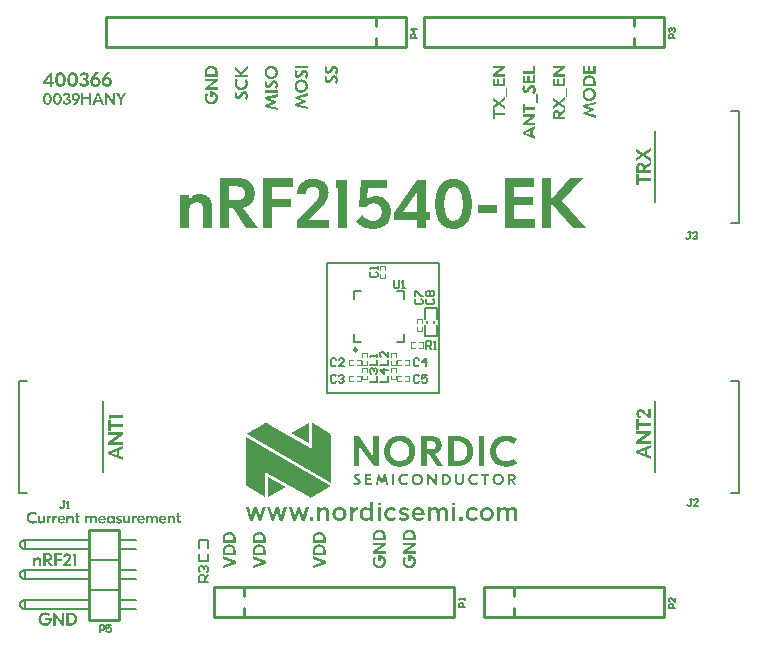
<source format=gto>
G04*
G04 #@! TF.GenerationSoftware,Altium Limited,Altium Designer,22.10.1 (41)*
G04*
G04 Layer_Color=65535*
%FSLAX24Y24*%
%MOIN*%
G70*
G04*
G04 #@! TF.SameCoordinates,1EAF6387-FA3A-421D-BABF-0C9075E41397*
G04*
G04*
G04 #@! TF.FilePolarity,Positive*
G04*
G01*
G75*
%ADD10C,0.0098*%
%ADD11C,0.0060*%
%ADD12C,0.0059*%
%ADD13C,0.0100*%
%ADD14C,0.0050*%
%ADD15C,0.0079*%
%ADD16C,0.0049*%
G36*
X9655Y6582D02*
X9072Y6921D01*
X9655Y7254D01*
Y6582D01*
D02*
G37*
G36*
X16254Y6837D02*
X16280Y6836D01*
X16303Y6834D01*
X16327Y6832D01*
X16348Y6829D01*
X16371Y6825D01*
X16399Y6819D01*
X16427Y6811D01*
X16460Y6801D01*
X16485Y6791D01*
X16509Y6779D01*
X16520Y6774D01*
X16536Y6766D01*
X16554Y6756D01*
X16568Y6747D01*
X16584Y6737D01*
X16597Y6728D01*
X16492Y6569D01*
X16489Y6572D01*
X16469Y6585D01*
X16453Y6595D01*
X16434Y6604D01*
X16413Y6615D01*
X16393Y6623D01*
X16377Y6629D01*
X16355Y6636D01*
X16337Y6641D01*
X16322Y6644D01*
X16306Y6647D01*
X16288Y6649D01*
X16270Y6651D01*
X16257Y6651D01*
X16246Y6651D01*
X16236Y6651D01*
X16220Y6651D01*
X16208Y6650D01*
X16197Y6649D01*
X16181Y6647D01*
X16170Y6645D01*
X16158Y6643D01*
X16141Y6639D01*
X16124Y6634D01*
X16112Y6629D01*
X16099Y6625D01*
X16080Y6616D01*
X16066Y6609D01*
X16051Y6600D01*
X16033Y6588D01*
X16022Y6580D01*
X16008Y6568D01*
X15997Y6557D01*
X15984Y6543D01*
X15969Y6524D01*
X15958Y6509D01*
X15946Y6488D01*
X15938Y6473D01*
X15932Y6459D01*
X15926Y6441D01*
X15922Y6429D01*
X15917Y6413D01*
X15914Y6398D01*
X15911Y6379D01*
X15908Y6361D01*
X15907Y6342D01*
X15906Y6315D01*
X15908Y6290D01*
X15910Y6267D01*
X15914Y6244D01*
X15918Y6224D01*
X15925Y6202D01*
X15932Y6184D01*
X15941Y6162D01*
X15950Y6145D01*
X15965Y6122D01*
X15984Y6098D01*
X15997Y6083D01*
X16011Y6071D01*
X16026Y6058D01*
X16036Y6051D01*
X16045Y6044D01*
X16054Y6039D01*
X16069Y6030D01*
X16083Y6023D01*
X16102Y6015D01*
X16121Y6008D01*
X16139Y6002D01*
X16156Y5998D01*
X16179Y5994D01*
X16207Y5991D01*
X16235Y5989D01*
X16252Y5989D01*
X16279Y5991D01*
X16302Y5993D01*
X16321Y5997D01*
X16340Y6001D01*
X16361Y6007D01*
X16372Y6010D01*
X16390Y6016D01*
X16404Y6022D01*
X16433Y6036D01*
X16460Y6050D01*
X16479Y6062D01*
X16492Y6071D01*
X16597Y5913D01*
X16567Y5893D01*
X16540Y5877D01*
X16517Y5865D01*
X16491Y5853D01*
X16464Y5842D01*
X16438Y5833D01*
X16415Y5826D01*
X16402Y5823D01*
X16381Y5818D01*
X16360Y5814D01*
X16342Y5811D01*
X16322Y5808D01*
X16309Y5807D01*
X16291Y5805D01*
X16275Y5804D01*
X16248Y5804D01*
X16227Y5804D01*
X16205Y5805D01*
X16189Y5806D01*
X16173Y5807D01*
X16157Y5809D01*
X16141Y5811D01*
X16121Y5815D01*
X16106Y5818D01*
X16086Y5823D01*
X16069Y5827D01*
X16053Y5832D01*
X16036Y5837D01*
X16019Y5844D01*
X16002Y5851D01*
X15993Y5855D01*
X15974Y5864D01*
X15965Y5868D01*
X15934Y5886D01*
X15922Y5894D01*
X15910Y5902D01*
X15881Y5924D01*
X15862Y5941D01*
X15838Y5965D01*
X15822Y5983D01*
X15806Y6004D01*
X15794Y6021D01*
X15782Y6040D01*
X15772Y6057D01*
X15765Y6071D01*
X15753Y6096D01*
X15744Y6118D01*
X15737Y6137D01*
X15731Y6155D01*
X15726Y6172D01*
X15721Y6196D01*
X15716Y6219D01*
X15713Y6242D01*
X15711Y6263D01*
X15710Y6278D01*
X15709Y6299D01*
X15708Y6320D01*
X15709Y6341D01*
X15709Y6357D01*
X15711Y6375D01*
X15713Y6397D01*
X15715Y6411D01*
X15719Y6434D01*
X15722Y6449D01*
X15728Y6474D01*
X15736Y6500D01*
X15739Y6509D01*
X15746Y6528D01*
X15750Y6539D01*
X15755Y6550D01*
X15761Y6562D01*
X15767Y6575D01*
X15775Y6590D01*
X15786Y6607D01*
X15802Y6632D01*
X15824Y6659D01*
X15844Y6682D01*
X15865Y6701D01*
X15876Y6712D01*
X15892Y6725D01*
X15906Y6736D01*
X15919Y6744D01*
X15930Y6752D01*
X15941Y6759D01*
X15962Y6770D01*
X15972Y6776D01*
X15991Y6785D01*
X16009Y6793D01*
X16026Y6800D01*
X16043Y6806D01*
X16060Y6811D01*
X16077Y6816D01*
X16101Y6822D01*
X16125Y6827D01*
X16149Y6830D01*
X16173Y6833D01*
X16197Y6835D01*
X16214Y6836D01*
X16237Y6837D01*
X16254Y6837D01*
D02*
G37*
G36*
X11989Y5825D02*
X11821D01*
X11338Y6504D01*
Y5825D01*
X11157D01*
Y6816D01*
X11325D01*
X11808Y6135D01*
Y6816D01*
X11989D01*
Y5825D01*
D02*
G37*
G36*
X15513Y5825D02*
X15330D01*
Y6816D01*
X15513D01*
Y5825D01*
D02*
G37*
G36*
X13784Y6815D02*
X13801Y6815D01*
X13817Y6813D01*
X13839Y6810D01*
X13854Y6807D01*
X13872Y6803D01*
X13883Y6800D01*
X13903Y6794D01*
X13923Y6786D01*
X13940Y6777D01*
X13954Y6769D01*
X13964Y6763D01*
X13975Y6756D01*
X13989Y6745D01*
X13997Y6738D01*
X14009Y6726D01*
X14020Y6714D01*
X14029Y6703D01*
X14043Y6684D01*
X14053Y6666D01*
X14060Y6653D01*
X14065Y6641D01*
X14070Y6630D01*
X14073Y6620D01*
X14076Y6611D01*
X14080Y6597D01*
X14083Y6584D01*
X14085Y6572D01*
X14086Y6564D01*
X14088Y6548D01*
X14089Y6535D01*
X14089Y6524D01*
X14089Y6511D01*
X14089Y6499D01*
X14087Y6480D01*
X14085Y6463D01*
X14082Y6446D01*
X14079Y6433D01*
X14077Y6424D01*
X14074Y6414D01*
X14070Y6404D01*
X14064Y6388D01*
X14058Y6375D01*
X14050Y6361D01*
X14045Y6352D01*
X14037Y6340D01*
X14027Y6327D01*
X14016Y6314D01*
X14008Y6306D01*
X13994Y6293D01*
X13979Y6281D01*
X13967Y6273D01*
X13952Y6263D01*
X13943Y6258D01*
X13929Y6252D01*
X13917Y6246D01*
X13901Y6240D01*
X13890Y6237D01*
X13878Y6233D01*
X13867Y6230D01*
X13857Y6228D01*
X14150Y5825D01*
X13922D01*
X13653Y6220D01*
X13585D01*
Y5825D01*
X13404D01*
Y6816D01*
X13769D01*
X13784Y6815D01*
D02*
G37*
G36*
X14638Y6816D02*
X14659Y6815D01*
X14680Y6813D01*
X14701Y6811D01*
X14721Y6809D01*
X14749Y6804D01*
X14771Y6799D01*
X14785Y6795D01*
X14792Y6794D01*
X14806Y6789D01*
X14820Y6785D01*
X14835Y6780D01*
X14849Y6774D01*
X14864Y6768D01*
X14887Y6757D01*
X14903Y6748D01*
X14912Y6743D01*
X14920Y6738D01*
X14939Y6726D01*
X14949Y6719D01*
X14960Y6711D01*
X14972Y6702D01*
X14986Y6689D01*
X15007Y6670D01*
X15023Y6653D01*
X15036Y6637D01*
X15050Y6619D01*
X15061Y6601D01*
X15071Y6586D01*
X15084Y6561D01*
X15094Y6541D01*
X15102Y6523D01*
X15108Y6506D01*
X15115Y6483D01*
X15119Y6469D01*
X15124Y6449D01*
X15128Y6429D01*
X15132Y6410D01*
X15134Y6392D01*
X15135Y6380D01*
X15137Y6361D01*
X15137Y6349D01*
X15138Y6332D01*
X15138Y6314D01*
X15138Y6297D01*
X15137Y6280D01*
X15136Y6268D01*
X15134Y6249D01*
X15132Y6231D01*
X15129Y6213D01*
X15125Y6193D01*
X15123Y6187D01*
X15120Y6173D01*
X15116Y6159D01*
X15109Y6137D01*
X15103Y6121D01*
X15096Y6103D01*
X15087Y6084D01*
X15081Y6073D01*
X15066Y6047D01*
X15055Y6029D01*
X15041Y6010D01*
X15027Y5993D01*
X15011Y5974D01*
X14990Y5954D01*
X14978Y5944D01*
X14954Y5925D01*
X14933Y5910D01*
X14915Y5899D01*
X14898Y5889D01*
X14881Y5881D01*
X14866Y5874D01*
X14851Y5867D01*
X14836Y5861D01*
X14821Y5856D01*
X14800Y5849D01*
X14779Y5844D01*
X14757Y5839D01*
X14742Y5836D01*
X14727Y5833D01*
X14679Y5827D01*
X14644Y5825D01*
X14623Y5825D01*
X14306D01*
Y6816D01*
X14638Y6816D01*
D02*
G37*
G36*
X12716Y6836D02*
X12743Y6834D01*
X12766Y6832D01*
X12777Y6830D01*
X12800Y6826D01*
X12825Y6821D01*
X12850Y6815D01*
X12890Y6801D01*
X12904Y6795D01*
X12918Y6789D01*
X12934Y6782D01*
X12950Y6774D01*
X12967Y6764D01*
X12986Y6752D01*
X13007Y6738D01*
X13034Y6716D01*
X13058Y6695D01*
X13078Y6674D01*
X13095Y6654D01*
X13117Y6625D01*
X13137Y6595D01*
X13148Y6574D01*
X13157Y6556D01*
X13164Y6540D01*
X13170Y6526D01*
X13175Y6512D01*
X13180Y6500D01*
X13187Y6477D01*
X13190Y6465D01*
X13195Y6444D01*
X13197Y6434D01*
X13201Y6415D01*
X13203Y6396D01*
X13205Y6378D01*
X13206Y6369D01*
X13207Y6352D01*
X13208Y6336D01*
X13208Y6320D01*
X13208Y6303D01*
X13207Y6287D01*
X13206Y6270D01*
X13204Y6252D01*
X13202Y6234D01*
X13199Y6215D01*
X13197Y6205D01*
X13192Y6185D01*
X13190Y6174D01*
X13187Y6163D01*
X13183Y6152D01*
X13180Y6140D01*
X13175Y6128D01*
X13170Y6115D01*
X13164Y6100D01*
X13157Y6085D01*
X13149Y6068D01*
X13137Y6047D01*
X13129Y6033D01*
X13121Y6021D01*
X13107Y6001D01*
X13094Y5984D01*
X13076Y5964D01*
X13058Y5946D01*
X13043Y5932D01*
X13024Y5916D01*
X13005Y5902D01*
X12984Y5887D01*
X12965Y5875D01*
X12948Y5866D01*
X12931Y5858D01*
X12916Y5851D01*
X12902Y5844D01*
X12874Y5834D01*
X12860Y5829D01*
X12847Y5825D01*
X12834Y5822D01*
X12822Y5819D01*
X12809Y5816D01*
X12786Y5812D01*
X12774Y5810D01*
X12751Y5807D01*
X12740Y5806D01*
X12718Y5804D01*
X12697Y5804D01*
X12689Y5804D01*
X12667Y5804D01*
X12656Y5805D01*
X12636Y5806D01*
X12614Y5808D01*
X12603Y5810D01*
X12592Y5812D01*
X12580Y5814D01*
X12569Y5816D01*
X12557Y5818D01*
X12545Y5821D01*
X12534Y5825D01*
X12508Y5832D01*
X12495Y5837D01*
X12481Y5842D01*
X12467Y5848D01*
X12453Y5854D01*
X12437Y5862D01*
X12420Y5871D01*
X12403Y5882D01*
X12382Y5895D01*
X12358Y5913D01*
X12341Y5926D01*
X12318Y5948D01*
X12302Y5964D01*
X12289Y5979D01*
X12277Y5994D01*
X12265Y6011D01*
X12256Y6023D01*
X12241Y6047D01*
X12222Y6083D01*
X12215Y6099D01*
X12209Y6113D01*
X12200Y6138D01*
X12192Y6161D01*
X12187Y6182D01*
X12182Y6202D01*
X12177Y6231D01*
X12174Y6258D01*
X12172Y6276D01*
X12171Y6300D01*
X12171Y6320D01*
X12171Y6338D01*
X12172Y6362D01*
X12174Y6380D01*
X12177Y6406D01*
X12180Y6425D01*
X12184Y6444D01*
X12186Y6454D01*
X12191Y6475D01*
X12198Y6497D01*
X12202Y6509D01*
X12212Y6535D01*
X12218Y6549D01*
X12225Y6564D01*
X12235Y6582D01*
X12247Y6603D01*
X12265Y6630D01*
X12284Y6654D01*
X12306Y6681D01*
X12326Y6701D01*
X12346Y6718D01*
X12373Y6739D01*
X12395Y6754D01*
X12414Y6766D01*
X12431Y6775D01*
X12448Y6784D01*
X12478Y6797D01*
X12505Y6807D01*
X12530Y6815D01*
X12555Y6822D01*
X12579Y6827D01*
X12602Y6831D01*
X12624Y6833D01*
X12646Y6835D01*
X12667Y6837D01*
X12689Y6837D01*
X12716Y6836D01*
D02*
G37*
G36*
X11274Y5571D02*
X11284Y5571D01*
X11295Y5569D01*
X11308Y5567D01*
X11319Y5565D01*
X11329Y5563D01*
X11338Y5560D01*
X11348Y5557D01*
X11361Y5552D01*
X11376Y5545D01*
X11348Y5484D01*
X11340Y5488D01*
X11336Y5490D01*
X11333Y5491D01*
X11329Y5493D01*
X11324Y5495D01*
X11319Y5497D01*
X11315Y5498D01*
X11308Y5500D01*
X11303Y5502D01*
X11298Y5503D01*
X11291Y5504D01*
X11288Y5505D01*
X11283Y5506D01*
X11279Y5506D01*
X11275Y5507D01*
X11268Y5507D01*
X11264Y5506D01*
X11257Y5506D01*
X11254Y5505D01*
X11247Y5503D01*
X11244Y5502D01*
X11241Y5500D01*
X11238Y5498D01*
X11236Y5496D01*
X11234Y5493D01*
X11233Y5490D01*
X11232Y5486D01*
X11231Y5484D01*
X11231Y5481D01*
X11231Y5477D01*
X11232Y5474D01*
X11234Y5468D01*
X11237Y5462D01*
X11242Y5457D01*
X11247Y5452D01*
X11254Y5446D01*
X11291Y5420D01*
X11329Y5393D01*
X11335Y5389D01*
X11341Y5384D01*
X11346Y5380D01*
X11351Y5376D01*
X11353Y5373D01*
X11357Y5370D01*
X11361Y5365D01*
X11365Y5359D01*
X11370Y5352D01*
X11376Y5342D01*
X11380Y5330D01*
X11382Y5326D01*
X11383Y5322D01*
X11383Y5319D01*
X11384Y5313D01*
X11385Y5308D01*
X11386Y5302D01*
X11386Y5298D01*
X11386Y5293D01*
X11386Y5289D01*
X11385Y5284D01*
X11385Y5278D01*
X11384Y5275D01*
X11383Y5268D01*
X11381Y5261D01*
X11379Y5255D01*
X11377Y5249D01*
X11374Y5242D01*
X11369Y5234D01*
X11360Y5223D01*
X11355Y5218D01*
X11352Y5215D01*
X11347Y5212D01*
X11342Y5209D01*
X11335Y5205D01*
X11329Y5202D01*
X11325Y5200D01*
X11319Y5198D01*
X11313Y5196D01*
X11305Y5193D01*
X11295Y5191D01*
X11289Y5190D01*
X11281Y5190D01*
X11271Y5189D01*
X11261Y5189D01*
X11243Y5189D01*
X11232Y5190D01*
X11220Y5192D01*
X11206Y5195D01*
X11197Y5197D01*
X11180Y5202D01*
X11172Y5205D01*
X11165Y5208D01*
X11160Y5210D01*
X11152Y5214D01*
X11146Y5217D01*
X11140Y5221D01*
X11134Y5224D01*
X11164Y5286D01*
X11174Y5280D01*
X11179Y5277D01*
X11188Y5273D01*
X11196Y5269D01*
X11203Y5266D01*
X11212Y5263D01*
X11225Y5259D01*
X11233Y5257D01*
X11241Y5255D01*
X11249Y5254D01*
X11254Y5254D01*
X11260Y5254D01*
X11268Y5254D01*
X11273Y5254D01*
X11278Y5255D01*
X11286Y5257D01*
X11292Y5258D01*
X11296Y5261D01*
X11300Y5263D01*
X11303Y5265D01*
X11306Y5268D01*
X11309Y5272D01*
X11312Y5277D01*
X11313Y5279D01*
X11314Y5285D01*
X11314Y5289D01*
X11314Y5293D01*
X11314Y5298D01*
X11313Y5302D01*
X11312Y5305D01*
X11310Y5307D01*
X11308Y5311D01*
X11306Y5314D01*
X11302Y5319D01*
X11299Y5322D01*
X11294Y5327D01*
X11285Y5333D01*
X11277Y5339D01*
X11218Y5381D01*
X11216Y5383D01*
X11210Y5387D01*
X11205Y5391D01*
X11201Y5395D01*
X11196Y5400D01*
X11189Y5407D01*
X11184Y5412D01*
X11177Y5421D01*
X11174Y5426D01*
X11171Y5431D01*
X11168Y5437D01*
X11163Y5451D01*
X11163Y5454D01*
X11162Y5458D01*
X11161Y5465D01*
X11160Y5472D01*
X11160Y5481D01*
X11160Y5485D01*
X11161Y5491D01*
X11161Y5496D01*
X11163Y5504D01*
X11165Y5511D01*
X11167Y5516D01*
X11170Y5523D01*
X11174Y5530D01*
X11184Y5542D01*
X11186Y5544D01*
X11189Y5547D01*
X11194Y5551D01*
X11201Y5555D01*
X11209Y5559D01*
X11214Y5562D01*
X11221Y5564D01*
X11231Y5567D01*
X11240Y5569D01*
X11250Y5570D01*
X11259Y5571D01*
X11266Y5571D01*
X11274Y5571D01*
D02*
G37*
G36*
X15185Y5572D02*
X15195Y5571D01*
X15209Y5570D01*
X15223Y5567D01*
X15241Y5563D01*
X15256Y5558D01*
X15272Y5551D01*
X15275Y5549D01*
X15286Y5543D01*
X15293Y5539D01*
X15304Y5532D01*
X15265Y5473D01*
X15263Y5475D01*
X15256Y5479D01*
X15251Y5482D01*
X15244Y5486D01*
X15238Y5489D01*
X15232Y5492D01*
X15220Y5496D01*
X15211Y5499D01*
X15194Y5502D01*
X15180Y5503D01*
X15176Y5504D01*
X15166Y5504D01*
X15156Y5503D01*
X15148Y5502D01*
X15140Y5500D01*
X15131Y5498D01*
X15122Y5495D01*
X15113Y5491D01*
X15102Y5485D01*
X15096Y5480D01*
X15086Y5473D01*
X15076Y5463D01*
X15067Y5451D01*
X15061Y5440D01*
X15059Y5435D01*
X15056Y5428D01*
X15053Y5417D01*
X15051Y5410D01*
X15050Y5401D01*
X15049Y5394D01*
X15048Y5386D01*
X15048Y5378D01*
X15049Y5370D01*
X15050Y5360D01*
X15051Y5351D01*
X15054Y5339D01*
X15059Y5328D01*
X15063Y5320D01*
X15070Y5308D01*
X15080Y5295D01*
X15093Y5284D01*
X15103Y5277D01*
X15106Y5275D01*
X15114Y5271D01*
X15121Y5268D01*
X15128Y5265D01*
X15139Y5262D01*
X15145Y5261D01*
X15155Y5259D01*
X15164Y5259D01*
X15176Y5259D01*
X15186Y5259D01*
X15196Y5260D01*
X15212Y5264D01*
X15218Y5265D01*
X15222Y5267D01*
X15231Y5270D01*
X15238Y5273D01*
X15244Y5276D01*
X15252Y5281D01*
X15258Y5284D01*
X15265Y5289D01*
X15304Y5230D01*
X15299Y5227D01*
X15291Y5222D01*
X15278Y5214D01*
X15265Y5208D01*
X15251Y5203D01*
X15236Y5198D01*
X15231Y5197D01*
X15224Y5195D01*
X15214Y5193D01*
X15204Y5192D01*
X15190Y5190D01*
X15180Y5190D01*
X15170Y5190D01*
X15162Y5190D01*
X15152Y5191D01*
X15141Y5192D01*
X15129Y5194D01*
X15120Y5195D01*
X15108Y5199D01*
X15102Y5200D01*
X15093Y5204D01*
X15083Y5207D01*
X15073Y5212D01*
X15062Y5218D01*
X15049Y5226D01*
X15039Y5235D01*
X15032Y5241D01*
X15019Y5254D01*
X15010Y5264D01*
X15002Y5277D01*
X14999Y5283D01*
X14996Y5288D01*
X14994Y5293D01*
X14990Y5302D01*
X14986Y5313D01*
X14982Y5326D01*
X14979Y5338D01*
X14977Y5350D01*
X14976Y5357D01*
X14975Y5368D01*
X14975Y5376D01*
X14975Y5384D01*
X14975Y5391D01*
X14975Y5396D01*
X14976Y5407D01*
X14977Y5415D01*
X14979Y5423D01*
X14981Y5432D01*
X14985Y5447D01*
X14987Y5454D01*
X14991Y5462D01*
X14994Y5470D01*
X15000Y5481D01*
X15004Y5487D01*
X15010Y5496D01*
X15025Y5515D01*
X15037Y5526D01*
X15043Y5531D01*
X15048Y5535D01*
X15057Y5541D01*
X15065Y5546D01*
X15072Y5550D01*
X15079Y5553D01*
X15086Y5556D01*
X15094Y5559D01*
X15102Y5562D01*
X15108Y5564D01*
X15116Y5566D01*
X15124Y5567D01*
X15132Y5569D01*
X15144Y5571D01*
X15156Y5572D01*
X15173Y5572D01*
X15185Y5572D01*
D02*
G37*
G36*
X12855Y5571D02*
X12866Y5570D01*
X12880Y5569D01*
X12894Y5566D01*
X12912Y5562D01*
X12927Y5557D01*
X12942Y5550D01*
X12946Y5548D01*
X12957Y5542D01*
X12964Y5538D01*
X12975Y5531D01*
X12936Y5472D01*
X12933Y5474D01*
X12927Y5478D01*
X12921Y5481D01*
X12915Y5485D01*
X12909Y5488D01*
X12903Y5490D01*
X12891Y5495D01*
X12882Y5498D01*
X12865Y5501D01*
X12851Y5502D01*
X12846Y5502D01*
X12837Y5502D01*
X12827Y5502D01*
X12819Y5500D01*
X12810Y5499D01*
X12802Y5497D01*
X12793Y5494D01*
X12784Y5489D01*
X12773Y5484D01*
X12766Y5479D01*
X12757Y5472D01*
X12747Y5461D01*
X12738Y5449D01*
X12732Y5439D01*
X12730Y5433D01*
X12727Y5426D01*
X12724Y5416D01*
X12722Y5408D01*
X12720Y5400D01*
X12720Y5393D01*
X12719Y5385D01*
X12719Y5377D01*
X12719Y5369D01*
X12721Y5358D01*
X12722Y5350D01*
X12725Y5338D01*
X12729Y5327D01*
X12733Y5319D01*
X12741Y5307D01*
X12750Y5294D01*
X12763Y5283D01*
X12774Y5276D01*
X12777Y5274D01*
X12785Y5270D01*
X12792Y5267D01*
X12799Y5264D01*
X12809Y5261D01*
X12816Y5260D01*
X12826Y5258D01*
X12834Y5258D01*
X12847Y5257D01*
X12856Y5258D01*
X12866Y5259D01*
X12883Y5263D01*
X12888Y5264D01*
X12892Y5265D01*
X12902Y5269D01*
X12909Y5272D01*
X12915Y5275D01*
X12923Y5280D01*
X12929Y5283D01*
X12936Y5288D01*
X12975Y5229D01*
X12970Y5226D01*
X12962Y5221D01*
X12949Y5213D01*
X12936Y5207D01*
X12922Y5202D01*
X12907Y5197D01*
X12902Y5196D01*
X12894Y5194D01*
X12885Y5192D01*
X12874Y5190D01*
X12861Y5189D01*
X12851Y5189D01*
X12841Y5189D01*
X12832Y5189D01*
X12823Y5189D01*
X12811Y5191D01*
X12800Y5193D01*
X12791Y5194D01*
X12779Y5197D01*
X12773Y5199D01*
X12764Y5202D01*
X12754Y5206D01*
X12744Y5211D01*
X12733Y5217D01*
X12720Y5225D01*
X12710Y5234D01*
X12702Y5240D01*
X12690Y5252D01*
X12681Y5263D01*
X12673Y5276D01*
X12670Y5282D01*
X12667Y5287D01*
X12664Y5292D01*
X12661Y5301D01*
X12656Y5312D01*
X12652Y5325D01*
X12650Y5337D01*
X12648Y5348D01*
X12647Y5356D01*
X12646Y5367D01*
X12646Y5374D01*
X12646Y5383D01*
X12646Y5390D01*
X12646Y5395D01*
X12647Y5406D01*
X12648Y5413D01*
X12650Y5422D01*
X12651Y5431D01*
X12656Y5446D01*
X12658Y5453D01*
X12661Y5461D01*
X12665Y5469D01*
X12671Y5480D01*
X12674Y5486D01*
X12680Y5495D01*
X12696Y5514D01*
X12708Y5525D01*
X12714Y5530D01*
X12719Y5534D01*
X12728Y5540D01*
X12736Y5544D01*
X12743Y5548D01*
X12750Y5552D01*
X12757Y5555D01*
X12765Y5558D01*
X12773Y5561D01*
X12779Y5562D01*
X12787Y5564D01*
X12794Y5566D01*
X12803Y5568D01*
X12815Y5569D01*
X12827Y5571D01*
X12844Y5571D01*
X12855Y5571D01*
D02*
G37*
G36*
X12293Y5197D02*
X12225D01*
X12190Y5434D01*
X12119Y5251D01*
X12070D01*
X11999Y5434D01*
X11964Y5197D01*
X11896D01*
X11962Y5564D01*
X12011D01*
X12094Y5356D01*
X12178Y5564D01*
X12227D01*
X12293Y5197D01*
D02*
G37*
G36*
X13920Y5197D02*
X13858D01*
X13679Y5448D01*
Y5197D01*
X13612D01*
Y5563D01*
X13674D01*
X13853Y5311D01*
Y5563D01*
X13920D01*
Y5197D01*
D02*
G37*
G36*
X14836Y5342D02*
X14836Y5334D01*
X14835Y5324D01*
X14834Y5315D01*
X14832Y5303D01*
X14829Y5291D01*
X14827Y5283D01*
X14823Y5273D01*
X14818Y5262D01*
X14812Y5252D01*
X14806Y5243D01*
X14799Y5234D01*
X14783Y5220D01*
X14777Y5215D01*
X14769Y5211D01*
X14761Y5206D01*
X14755Y5204D01*
X14745Y5200D01*
X14734Y5196D01*
X14725Y5194D01*
X14714Y5192D01*
X14705Y5191D01*
X14696Y5191D01*
X14686Y5190D01*
X14672Y5191D01*
X14662Y5192D01*
X14652Y5193D01*
X14643Y5195D01*
X14634Y5197D01*
X14625Y5200D01*
X14615Y5203D01*
X14604Y5209D01*
X14595Y5214D01*
X14580Y5225D01*
X14565Y5240D01*
X14557Y5252D01*
X14553Y5259D01*
X14549Y5267D01*
X14545Y5275D01*
X14541Y5287D01*
X14539Y5296D01*
X14536Y5311D01*
X14534Y5322D01*
X14534Y5332D01*
X14533Y5342D01*
Y5564D01*
X14604D01*
Y5346D01*
X14604Y5344D01*
X14605Y5331D01*
X14607Y5320D01*
X14610Y5311D01*
X14613Y5302D01*
X14618Y5294D01*
X14623Y5287D01*
X14629Y5281D01*
X14640Y5271D01*
X14648Y5267D01*
X14657Y5264D01*
X14668Y5261D01*
X14675Y5260D01*
X14683Y5260D01*
X14693Y5260D01*
X14699Y5261D01*
X14709Y5263D01*
X14718Y5266D01*
X14726Y5270D01*
X14733Y5274D01*
X14744Y5284D01*
X14750Y5292D01*
X14755Y5300D01*
X14759Y5311D01*
X14762Y5319D01*
X14764Y5328D01*
X14765Y5340D01*
X14765Y5346D01*
Y5564D01*
X14836D01*
Y5342D01*
D02*
G37*
G36*
X8252Y7262D02*
X8261Y7261D01*
X8270Y7259D01*
X8282Y7256D01*
X8290Y7253D01*
X8302Y7247D01*
X8315Y7241D01*
X9756Y6407D01*
Y7257D01*
X9767Y7253D01*
X9779Y7248D01*
X9786Y7245D01*
X10332Y6928D01*
X10341Y6923D01*
X10355Y6913D01*
X10366Y6903D01*
X10383Y6883D01*
X10394Y6867D01*
X10403Y6847D01*
X10408Y6831D01*
X10411Y6816D01*
X10413Y6803D01*
X10413Y6790D01*
Y5257D01*
X7590Y6887D01*
X7593Y6891D01*
X7601Y6900D01*
X7609Y6907D01*
X7616Y6914D01*
X7627Y6922D01*
X7639Y6930D01*
X8173Y7240D01*
X8183Y7245D01*
X8192Y7249D01*
X8199Y7252D01*
X8211Y7256D01*
X8219Y7258D01*
X8229Y7260D01*
X8235Y7261D01*
X8243Y7262D01*
X8252Y7262D01*
D02*
G37*
G36*
X16453Y5564D02*
X16460Y5563D01*
X16470Y5562D01*
X16485Y5558D01*
X16497Y5553D01*
X16506Y5548D01*
X16518Y5540D01*
X16524Y5536D01*
X16536Y5524D01*
X16541Y5516D01*
X16546Y5507D01*
X16549Y5500D01*
X16552Y5492D01*
X16556Y5477D01*
X16557Y5470D01*
X16558Y5458D01*
X16558Y5450D01*
X16558Y5443D01*
X16557Y5435D01*
X16556Y5428D01*
X16554Y5419D01*
X16550Y5408D01*
X16547Y5401D01*
X16542Y5393D01*
X16533Y5381D01*
X16523Y5371D01*
X16515Y5365D01*
X16505Y5359D01*
X16491Y5353D01*
X16480Y5349D01*
X16472Y5347D01*
X16581Y5198D01*
X16496D01*
X16397Y5344D01*
X16372D01*
Y5198D01*
X16305D01*
Y5564D01*
X16440D01*
X16453Y5564D01*
D02*
G37*
G36*
X14214Y5564D02*
X14224Y5564D01*
X14237Y5562D01*
X14244Y5561D01*
X14252Y5559D01*
X14262Y5557D01*
X14271Y5555D01*
X14279Y5552D01*
X14284Y5550D01*
X14298Y5544D01*
X14307Y5539D01*
X14313Y5536D01*
X14324Y5529D01*
X14332Y5522D01*
X14338Y5518D01*
X14345Y5510D01*
X14358Y5497D01*
X14365Y5485D01*
X14374Y5470D01*
X14378Y5463D01*
X14382Y5453D01*
X14385Y5444D01*
X14387Y5436D01*
X14389Y5426D01*
X14391Y5419D01*
X14393Y5405D01*
X14393Y5396D01*
X14394Y5383D01*
X14394Y5375D01*
X14393Y5364D01*
X14392Y5355D01*
X14391Y5344D01*
X14389Y5336D01*
X14386Y5321D01*
X14381Y5307D01*
X14377Y5297D01*
X14373Y5290D01*
X14367Y5280D01*
X14363Y5273D01*
X14349Y5256D01*
X14335Y5242D01*
X14318Y5229D01*
X14299Y5218D01*
X14285Y5212D01*
X14269Y5207D01*
X14255Y5203D01*
X14243Y5201D01*
X14237Y5200D01*
X14221Y5198D01*
X14203Y5198D01*
X14086D01*
Y5564D01*
X14203D01*
X14214Y5564D01*
D02*
G37*
G36*
X15680Y5502D02*
X15580D01*
Y5198D01*
X15513D01*
Y5502D01*
X15413D01*
Y5564D01*
X15680D01*
Y5502D01*
D02*
G37*
G36*
X12510Y5197D02*
X12440D01*
Y5563D01*
X12510D01*
Y5197D01*
D02*
G37*
G36*
X11750Y5500D02*
X11600D01*
Y5427D01*
X11737D01*
Y5365D01*
X11600D01*
Y5259D01*
X11752D01*
Y5197D01*
X11532D01*
Y5563D01*
X11750D01*
Y5500D01*
D02*
G37*
G36*
X15987Y5572D02*
X16000Y5571D01*
X16008Y5570D01*
X16017Y5569D01*
X16026Y5567D01*
X16035Y5564D01*
X16044Y5561D01*
X16060Y5555D01*
X16072Y5549D01*
X16078Y5545D01*
X16085Y5541D01*
X16093Y5536D01*
X16103Y5528D01*
X16109Y5523D01*
X16115Y5517D01*
X16126Y5504D01*
X16131Y5498D01*
X16136Y5491D01*
X16141Y5483D01*
X16145Y5475D01*
X16151Y5463D01*
X16155Y5453D01*
X16158Y5444D01*
X16161Y5435D01*
X16163Y5427D01*
X16164Y5420D01*
X16166Y5406D01*
X16167Y5393D01*
X16167Y5378D01*
X16166Y5356D01*
X16163Y5339D01*
X16162Y5331D01*
X16158Y5319D01*
X16155Y5310D01*
X16151Y5300D01*
X16145Y5288D01*
X16141Y5280D01*
X16135Y5271D01*
X16129Y5263D01*
X16123Y5254D01*
X16115Y5246D01*
X16106Y5237D01*
X16092Y5226D01*
X16084Y5221D01*
X16077Y5217D01*
X16065Y5210D01*
X16054Y5205D01*
X16044Y5201D01*
X16034Y5198D01*
X16024Y5196D01*
X16011Y5193D01*
X16002Y5192D01*
X15990Y5191D01*
X15982Y5190D01*
X15963Y5190D01*
X15956Y5191D01*
X15947Y5192D01*
X15935Y5194D01*
X15922Y5197D01*
X15913Y5199D01*
X15898Y5204D01*
X15888Y5209D01*
X15876Y5215D01*
X15869Y5219D01*
X15861Y5224D01*
X15852Y5231D01*
X15844Y5238D01*
X15836Y5245D01*
X15830Y5252D01*
X15821Y5262D01*
X15815Y5271D01*
X15810Y5280D01*
X15803Y5293D01*
X15798Y5304D01*
X15794Y5314D01*
X15792Y5322D01*
X15789Y5334D01*
X15786Y5345D01*
X15785Y5355D01*
X15783Y5380D01*
X15784Y5388D01*
X15784Y5400D01*
X15786Y5416D01*
X15789Y5431D01*
X15792Y5443D01*
X15795Y5451D01*
X15801Y5466D01*
X15807Y5478D01*
X15812Y5486D01*
X15818Y5496D01*
X15825Y5505D01*
X15837Y5519D01*
X15845Y5526D01*
X15852Y5532D01*
X15859Y5537D01*
X15867Y5542D01*
X15874Y5546D01*
X15880Y5550D01*
X15897Y5558D01*
X15907Y5561D01*
X15921Y5566D01*
X15930Y5568D01*
X15939Y5569D01*
X15951Y5571D01*
X15959Y5572D01*
X15971Y5572D01*
X15979D01*
X15987Y5572D01*
D02*
G37*
G36*
X13291Y5571D02*
X13303Y5570D01*
X13312Y5569D01*
X13320Y5567D01*
X13329Y5565D01*
X13339Y5563D01*
X13348Y5560D01*
X13364Y5553D01*
X13376Y5548D01*
X13382Y5544D01*
X13389Y5540D01*
X13397Y5534D01*
X13407Y5526D01*
X13413Y5522D01*
X13419Y5515D01*
X13430Y5503D01*
X13435Y5496D01*
X13440Y5489D01*
X13445Y5481D01*
X13449Y5474D01*
X13455Y5462D01*
X13459Y5451D01*
X13462Y5442D01*
X13465Y5434D01*
X13466Y5426D01*
X13468Y5419D01*
X13470Y5405D01*
X13471Y5392D01*
X13471Y5376D01*
X13470Y5355D01*
X13467Y5337D01*
X13466Y5330D01*
X13462Y5318D01*
X13459Y5309D01*
X13455Y5298D01*
X13449Y5286D01*
X13445Y5279D01*
X13439Y5269D01*
X13433Y5261D01*
X13427Y5253D01*
X13419Y5244D01*
X13410Y5236D01*
X13396Y5225D01*
X13388Y5220D01*
X13381Y5215D01*
X13369Y5209D01*
X13358Y5204D01*
X13348Y5200D01*
X13338Y5197D01*
X13328Y5194D01*
X13315Y5192D01*
X13306Y5190D01*
X13294Y5189D01*
X13286Y5189D01*
X13267Y5189D01*
X13259Y5190D01*
X13251Y5190D01*
X13239Y5192D01*
X13226Y5195D01*
X13217Y5198D01*
X13202Y5203D01*
X13191Y5208D01*
X13180Y5214D01*
X13173Y5218D01*
X13165Y5223D01*
X13156Y5229D01*
X13148Y5236D01*
X13140Y5244D01*
X13134Y5251D01*
X13125Y5261D01*
X13119Y5269D01*
X13114Y5278D01*
X13106Y5292D01*
X13102Y5303D01*
X13098Y5312D01*
X13096Y5321D01*
X13092Y5333D01*
X13090Y5343D01*
X13089Y5354D01*
X13087Y5379D01*
X13087Y5386D01*
X13088Y5399D01*
X13090Y5415D01*
X13093Y5429D01*
X13096Y5441D01*
X13099Y5450D01*
X13105Y5465D01*
X13111Y5477D01*
X13116Y5484D01*
X13122Y5494D01*
X13129Y5504D01*
X13141Y5517D01*
X13149Y5525D01*
X13156Y5530D01*
X13163Y5535D01*
X13171Y5541D01*
X13177Y5545D01*
X13184Y5548D01*
X13201Y5556D01*
X13211Y5560D01*
X13225Y5564D01*
X13234Y5566D01*
X13243Y5568D01*
X13255Y5570D01*
X13263Y5571D01*
X13275Y5571D01*
X13283D01*
X13291Y5571D01*
D02*
G37*
G36*
X8899Y5124D02*
X8316Y4787D01*
X8315Y5461D01*
X8899Y5124D01*
D02*
G37*
G36*
X10387Y5156D02*
X9761Y4787D01*
X9754Y4783D01*
X9750Y4781D01*
X9745Y4779D01*
X9740Y4777D01*
X9734Y4775D01*
X9730Y4774D01*
X9727Y4774D01*
X9723Y4774D01*
X9718Y4774D01*
X9714Y4775D01*
X9709Y4776D01*
X9704Y4779D01*
X9699Y4781D01*
X9696Y4782D01*
X8215Y5635D01*
X8215Y4784D01*
X7601Y5143D01*
X7588Y5151D01*
X7581Y5158D01*
X7574Y5166D01*
X7567Y5176D01*
X7563Y5188D01*
X7560Y5198D01*
X7557Y5210D01*
X7557Y5217D01*
X7557Y6789D01*
X10387Y5156D01*
D02*
G37*
G36*
X14548Y4512D02*
X14440D01*
Y4608D01*
X14548D01*
Y4512D01*
D02*
G37*
G36*
X12059D02*
X11951D01*
Y4608D01*
X12059D01*
Y4512D01*
D02*
G37*
G36*
X10197Y4453D02*
X10208Y4452D01*
X10218Y4451D01*
X10229Y4448D01*
X10242Y4444D01*
X10250Y4441D01*
X10257Y4438D01*
X10266Y4433D01*
X10274Y4429D01*
X10280Y4424D01*
X10288Y4417D01*
X10297Y4409D01*
X10300Y4405D01*
X10307Y4396D01*
X10310Y4391D01*
X10317Y4381D01*
X10321Y4374D01*
X10325Y4363D01*
X10328Y4356D01*
X10330Y4349D01*
X10333Y4340D01*
X10335Y4328D01*
X10337Y4319D01*
X10338Y4310D01*
X10338Y4300D01*
X10339Y4287D01*
X10339Y4005D01*
X10238D01*
Y4255D01*
X10238Y4260D01*
X10238Y4266D01*
X10237Y4273D01*
X10237Y4277D01*
X10236Y4284D01*
X10234Y4291D01*
X10233Y4296D01*
X10231Y4304D01*
X10228Y4310D01*
X10225Y4316D01*
X10223Y4320D01*
X10219Y4327D01*
X10214Y4333D01*
X10209Y4338D01*
X10203Y4344D01*
X10196Y4349D01*
X10194Y4350D01*
X10190Y4352D01*
X10183Y4355D01*
X10177Y4357D01*
X10167Y4360D01*
X10161Y4361D01*
X10153Y4362D01*
X10145Y4362D01*
X10137Y4362D01*
X10127Y4361D01*
X10122Y4360D01*
X10115Y4359D01*
X10107Y4356D01*
X10101Y4354D01*
X10094Y4350D01*
X10087Y4346D01*
X10078Y4339D01*
X10073Y4334D01*
X10067Y4327D01*
X10062Y4320D01*
X10057Y4310D01*
X10053Y4301D01*
X10050Y4292D01*
X10047Y4281D01*
X10046Y4271D01*
X10045Y4263D01*
X10045Y4254D01*
X10045Y4005D01*
X9944D01*
Y4445D01*
X10045D01*
Y4377D01*
X10047Y4380D01*
X10050Y4385D01*
X10054Y4390D01*
X10059Y4395D01*
X10063Y4400D01*
X10068Y4406D01*
X10074Y4412D01*
X10080Y4417D01*
X10084Y4421D01*
X10089Y4424D01*
X10096Y4430D01*
X10105Y4435D01*
X10111Y4438D01*
X10119Y4441D01*
X10128Y4445D01*
X10136Y4448D01*
X10146Y4450D01*
X10154Y4452D01*
X10163Y4453D01*
X10177Y4454D01*
X10185Y4454D01*
X10197Y4453D01*
D02*
G37*
G36*
X16469Y4454D02*
X16477Y4453D01*
X16483Y4453D01*
X16489Y4452D01*
X16497Y4450D01*
X16503Y4449D01*
X16511Y4447D01*
X16517Y4445D01*
X16525Y4443D01*
X16532Y4439D01*
X16539Y4436D01*
X16544Y4433D01*
X16551Y4429D01*
X16555Y4426D01*
X16564Y4419D01*
X16569Y4414D01*
X16574Y4408D01*
X16577Y4405D01*
X16581Y4400D01*
X16586Y4394D01*
X16588Y4390D01*
X16591Y4384D01*
X16597Y4374D01*
X16600Y4367D01*
X16604Y4355D01*
X16607Y4346D01*
X16608Y4339D01*
X16610Y4329D01*
X16612Y4319D01*
X16613Y4310D01*
X16614Y4298D01*
X16614Y4285D01*
Y4005D01*
X16513D01*
Y4255D01*
X16513Y4262D01*
X16513Y4269D01*
X16512Y4277D01*
X16511Y4284D01*
X16509Y4292D01*
X16507Y4300D01*
X16505Y4306D01*
X16502Y4314D01*
X16500Y4319D01*
X16496Y4326D01*
X16492Y4332D01*
X16488Y4337D01*
X16482Y4343D01*
X16477Y4347D01*
X16472Y4350D01*
X16466Y4353D01*
X16460Y4356D01*
X16452Y4358D01*
X16446Y4360D01*
X16440Y4361D01*
X16431Y4362D01*
X16424Y4362D01*
X16414Y4362D01*
X16408Y4361D01*
X16402Y4360D01*
X16393Y4358D01*
X16385Y4355D01*
X16379Y4352D01*
X16373Y4348D01*
X16365Y4343D01*
X16360Y4338D01*
X16356Y4334D01*
X16353Y4330D01*
X16350Y4326D01*
X16347Y4321D01*
X16343Y4315D01*
X16340Y4309D01*
X16337Y4302D01*
X16335Y4296D01*
X16334Y4290D01*
X16332Y4280D01*
X16331Y4273D01*
X16330Y4263D01*
X16330Y4253D01*
Y4005D01*
X16229D01*
X16229Y4258D01*
X16229Y4264D01*
X16228Y4271D01*
X16227Y4279D01*
X16226Y4287D01*
X16224Y4297D01*
X16222Y4305D01*
X16219Y4311D01*
X16217Y4317D01*
X16214Y4322D01*
X16210Y4328D01*
X16206Y4333D01*
X16201Y4339D01*
X16197Y4343D01*
X16192Y4347D01*
X16186Y4350D01*
X16182Y4353D01*
X16176Y4356D01*
X16169Y4358D01*
X16161Y4360D01*
X16154Y4361D01*
X16147Y4362D01*
X16140Y4362D01*
X16132Y4362D01*
X16126Y4361D01*
X16119Y4360D01*
X16113Y4358D01*
X16107Y4357D01*
X16101Y4354D01*
X16094Y4351D01*
X16089Y4348D01*
X16083Y4344D01*
X16078Y4339D01*
X16076Y4337D01*
X16071Y4332D01*
X16066Y4326D01*
X16062Y4319D01*
X16058Y4312D01*
X16055Y4305D01*
X16052Y4298D01*
X16050Y4291D01*
X16049Y4285D01*
X16048Y4282D01*
X16047Y4276D01*
X16046Y4270D01*
X16046Y4262D01*
X16046Y4253D01*
Y4005D01*
X15945D01*
Y4445D01*
X16046D01*
Y4378D01*
X16050Y4384D01*
X16055Y4390D01*
X16059Y4395D01*
X16065Y4402D01*
X16071Y4408D01*
X16077Y4414D01*
X16085Y4421D01*
X16091Y4426D01*
X16098Y4431D01*
X16104Y4434D01*
X16110Y4438D01*
X16117Y4441D01*
X16123Y4444D01*
X16130Y4446D01*
X16142Y4450D01*
X16151Y4451D01*
X16161Y4453D01*
X16171Y4454D01*
X16182Y4454D01*
X16192Y4453D01*
X16198Y4453D01*
X16207Y4452D01*
X16217Y4450D01*
X16227Y4447D01*
X16232Y4446D01*
X16239Y4443D01*
X16245Y4441D01*
X16256Y4435D01*
X16262Y4431D01*
X16272Y4425D01*
X16277Y4421D01*
X16285Y4413D01*
X16292Y4406D01*
X16299Y4397D01*
X16302Y4392D01*
X16308Y4383D01*
X16311Y4376D01*
X16315Y4381D01*
X16320Y4387D01*
X16327Y4395D01*
X16332Y4400D01*
X16337Y4406D01*
X16344Y4411D01*
X16351Y4417D01*
X16356Y4421D01*
X16365Y4428D01*
X16372Y4431D01*
X16376Y4434D01*
X16383Y4438D01*
X16389Y4440D01*
X16402Y4445D01*
X16406Y4446D01*
X16420Y4450D01*
X16426Y4451D01*
X16434Y4452D01*
X16440Y4453D01*
X16447Y4453D01*
X16459Y4454D01*
X16469Y4454D01*
D02*
G37*
G36*
X14158D02*
X14166Y4453D01*
X14172Y4453D01*
X14178Y4452D01*
X14186Y4450D01*
X14192Y4449D01*
X14200Y4447D01*
X14206Y4445D01*
X14214Y4443D01*
X14221Y4439D01*
X14228Y4436D01*
X14233Y4433D01*
X14240Y4429D01*
X14244Y4426D01*
X14253Y4419D01*
X14258Y4414D01*
X14263Y4408D01*
X14266Y4405D01*
X14270Y4400D01*
X14275Y4394D01*
X14277Y4390D01*
X14280Y4384D01*
X14286Y4374D01*
X14289Y4367D01*
X14293Y4355D01*
X14296Y4346D01*
X14298Y4339D01*
X14299Y4329D01*
X14301Y4319D01*
X14302Y4310D01*
X14303Y4298D01*
X14303Y4285D01*
Y4005D01*
X14202D01*
Y4255D01*
X14202Y4262D01*
X14202Y4269D01*
X14201Y4277D01*
X14200Y4284D01*
X14199Y4292D01*
X14196Y4300D01*
X14195Y4306D01*
X14192Y4314D01*
X14189Y4319D01*
X14185Y4326D01*
X14181Y4332D01*
X14177Y4337D01*
X14171Y4343D01*
X14166Y4347D01*
X14161Y4350D01*
X14155Y4353D01*
X14149Y4356D01*
X14141Y4358D01*
X14135Y4360D01*
X14129Y4361D01*
X14120Y4362D01*
X14113Y4362D01*
X14103Y4362D01*
X14097Y4361D01*
X14091Y4360D01*
X14082Y4358D01*
X14074Y4355D01*
X14068Y4352D01*
X14062Y4348D01*
X14054Y4343D01*
X14049Y4338D01*
X14045Y4334D01*
X14042Y4330D01*
X14039Y4326D01*
X14036Y4321D01*
X14032Y4315D01*
X14029Y4309D01*
X14026Y4302D01*
X14025Y4296D01*
X14023Y4290D01*
X14021Y4280D01*
X14020Y4273D01*
X14019Y4263D01*
X14019Y4253D01*
Y4005D01*
X13918D01*
X13918Y4258D01*
X13918Y4264D01*
X13917Y4271D01*
X13917Y4279D01*
X13915Y4287D01*
X13913Y4297D01*
X13911Y4305D01*
X13908Y4311D01*
X13906Y4317D01*
X13903Y4322D01*
X13899Y4328D01*
X13895Y4333D01*
X13890Y4339D01*
X13886Y4343D01*
X13881Y4347D01*
X13876Y4350D01*
X13871Y4353D01*
X13865Y4356D01*
X13859Y4358D01*
X13850Y4360D01*
X13843Y4361D01*
X13836Y4362D01*
X13829Y4362D01*
X13821Y4362D01*
X13815Y4361D01*
X13808Y4360D01*
X13802Y4358D01*
X13796Y4357D01*
X13790Y4354D01*
X13783Y4351D01*
X13778Y4348D01*
X13772Y4344D01*
X13767Y4339D01*
X13765Y4337D01*
X13760Y4332D01*
X13755Y4326D01*
X13751Y4319D01*
X13747Y4312D01*
X13744Y4305D01*
X13741Y4298D01*
X13739Y4291D01*
X13738Y4285D01*
X13737Y4282D01*
X13736Y4276D01*
X13736Y4270D01*
X13735Y4262D01*
X13735Y4253D01*
Y4005D01*
X13634D01*
Y4445D01*
X13735D01*
Y4378D01*
X13739Y4384D01*
X13744Y4390D01*
X13748Y4395D01*
X13754Y4402D01*
X13760Y4408D01*
X13766Y4414D01*
X13774Y4421D01*
X13780Y4426D01*
X13787Y4431D01*
X13793Y4434D01*
X13800Y4438D01*
X13806Y4441D01*
X13812Y4444D01*
X13819Y4446D01*
X13831Y4450D01*
X13840Y4451D01*
X13850Y4453D01*
X13860Y4454D01*
X13871Y4454D01*
X13881Y4453D01*
X13887Y4453D01*
X13896Y4452D01*
X13906Y4450D01*
X13916Y4447D01*
X13921Y4446D01*
X13928Y4443D01*
X13934Y4441D01*
X13945Y4435D01*
X13952Y4431D01*
X13961Y4425D01*
X13966Y4421D01*
X13974Y4413D01*
X13981Y4406D01*
X13988Y4397D01*
X13991Y4392D01*
X13997Y4383D01*
X14001Y4376D01*
X14004Y4381D01*
X14009Y4387D01*
X14016Y4395D01*
X14021Y4400D01*
X14026Y4406D01*
X14033Y4411D01*
X14040Y4417D01*
X14045Y4421D01*
X14055Y4428D01*
X14061Y4431D01*
X14065Y4434D01*
X14073Y4438D01*
X14079Y4440D01*
X14091Y4445D01*
X14096Y4446D01*
X14109Y4450D01*
X14115Y4451D01*
X14123Y4452D01*
X14129Y4453D01*
X14136Y4453D01*
X14148Y4454D01*
X14158Y4454D01*
D02*
G37*
G36*
X11810Y4221D02*
X11710Y4221D01*
X11710Y4232D01*
X11710Y4242D01*
X11709Y4250D01*
X11707Y4260D01*
X11705Y4269D01*
X11701Y4281D01*
X11698Y4288D01*
X11695Y4295D01*
X11691Y4302D01*
X11686Y4310D01*
X11679Y4319D01*
X11671Y4329D01*
X11665Y4334D01*
X11659Y4340D01*
X11652Y4345D01*
X11642Y4351D01*
X11630Y4357D01*
X11621Y4360D01*
X11611Y4363D01*
X11601Y4365D01*
X11590Y4366D01*
X11576Y4366D01*
X11569Y4366D01*
X11561Y4364D01*
X11552Y4363D01*
X11541Y4359D01*
X11529Y4354D01*
X11521Y4350D01*
X11511Y4344D01*
X11503Y4337D01*
X11494Y4329D01*
X11487Y4321D01*
X11482Y4315D01*
X11475Y4304D01*
X11471Y4294D01*
X11465Y4281D01*
X11462Y4271D01*
X11460Y4261D01*
X11458Y4253D01*
X11457Y4240D01*
X11456Y4229D01*
X11456Y4217D01*
X11457Y4205D01*
X11459Y4196D01*
X11460Y4186D01*
X11463Y4176D01*
X11467Y4164D01*
X11472Y4153D01*
X11476Y4146D01*
X11480Y4140D01*
X11485Y4132D01*
X11491Y4125D01*
X11499Y4116D01*
X11507Y4110D01*
X11515Y4104D01*
X11524Y4098D01*
X11535Y4093D01*
X11542Y4090D01*
X11549Y4088D01*
X11558Y4085D01*
X11569Y4084D01*
X11576Y4083D01*
X11588Y4083D01*
X11598Y4084D01*
X11608Y4086D01*
X11617Y4088D01*
X11628Y4092D01*
X11638Y4096D01*
X11646Y4100D01*
X11653Y4105D01*
X11659Y4110D01*
X11667Y4117D01*
X11675Y4124D01*
X11682Y4134D01*
X11689Y4143D01*
X11694Y4152D01*
X11697Y4160D01*
X11702Y4171D01*
X11704Y4178D01*
X11707Y4188D01*
X11708Y4197D01*
X11710Y4205D01*
X11710Y4213D01*
X11710Y4221D01*
X11810Y4221D01*
X11810Y4005D01*
X11709D01*
Y4078D01*
X11698Y4064D01*
X11693Y4058D01*
X11684Y4048D01*
X11678Y4042D01*
X11672Y4037D01*
X11658Y4026D01*
X11648Y4019D01*
X11641Y4015D01*
X11634Y4012D01*
X11620Y4006D01*
X11610Y4002D01*
X11603Y4000D01*
X11592Y3998D01*
X11583Y3997D01*
X11575Y3996D01*
X11568Y3996D01*
X11555Y3995D01*
X11542Y3996D01*
X11527Y3998D01*
X11520Y3999D01*
X11509Y4002D01*
X11501Y4004D01*
X11491Y4008D01*
X11484Y4010D01*
X11471Y4016D01*
X11465Y4019D01*
X11458Y4023D01*
X11450Y4028D01*
X11444Y4033D01*
X11435Y4039D01*
X11428Y4045D01*
X11422Y4051D01*
X11415Y4058D01*
X11410Y4064D01*
X11403Y4072D01*
X11398Y4079D01*
X11393Y4085D01*
X11388Y4094D01*
X11381Y4106D01*
X11377Y4116D01*
X11373Y4124D01*
X11368Y4138D01*
X11364Y4151D01*
X11361Y4165D01*
X11359Y4174D01*
X11356Y4190D01*
X11355Y4202D01*
X11355Y4214D01*
X11355Y4225D01*
X11355Y4235D01*
X11355Y4247D01*
X11356Y4254D01*
X11357Y4261D01*
X11359Y4277D01*
X11362Y4289D01*
X11366Y4306D01*
X11369Y4314D01*
X11372Y4324D01*
X11375Y4331D01*
X11379Y4339D01*
X11383Y4348D01*
X11389Y4357D01*
X11395Y4367D01*
X11399Y4373D01*
X11404Y4380D01*
X11410Y4387D01*
X11416Y4393D01*
X11421Y4398D01*
X11430Y4406D01*
X11437Y4412D01*
X11448Y4420D01*
X11459Y4427D01*
X11468Y4432D01*
X11479Y4437D01*
X11492Y4442D01*
X11499Y4444D01*
X11506Y4447D01*
X11520Y4450D01*
X11529Y4452D01*
X11538Y4453D01*
X11554Y4454D01*
X11568Y4454D01*
X11581Y4453D01*
X11589Y4452D01*
X11597Y4450D01*
X11605Y4448D01*
X11612Y4447D01*
X11627Y4441D01*
X11636Y4438D01*
X11648Y4431D01*
X11660Y4424D01*
X11668Y4418D01*
X11675Y4413D01*
X11682Y4407D01*
X11687Y4401D01*
X11694Y4395D01*
X11701Y4387D01*
X11709Y4376D01*
Y4613D01*
X11810D01*
X11810Y4221D01*
D02*
G37*
G36*
X11290Y4453D02*
Y4346D01*
X11268Y4346D01*
X11257Y4344D01*
X11249Y4343D01*
X11241Y4341D01*
X11230Y4338D01*
X11220Y4334D01*
X11210Y4329D01*
X11199Y4323D01*
X11187Y4314D01*
X11175Y4303D01*
X11168Y4293D01*
X11161Y4284D01*
X11155Y4273D01*
X11151Y4265D01*
X11147Y4254D01*
X11141Y4237D01*
X11139Y4227D01*
X11136Y4210D01*
X11135Y4194D01*
X11134Y4184D01*
X11134Y4172D01*
Y4005D01*
X11033D01*
Y4445D01*
X11134D01*
X11136Y4351D01*
X11139Y4358D01*
X11145Y4368D01*
X11151Y4380D01*
X11159Y4390D01*
X11164Y4397D01*
X11171Y4405D01*
X11180Y4414D01*
X11189Y4422D01*
X11197Y4428D01*
X11206Y4434D01*
X11216Y4439D01*
X11226Y4443D01*
X11241Y4448D01*
X11251Y4450D01*
X11262Y4452D01*
X11269Y4453D01*
X11281Y4453D01*
X11290Y4453D01*
D02*
G37*
G36*
X12842Y4452D02*
X12849Y4451D01*
X12858Y4451D01*
X12865Y4450D01*
X12874Y4448D01*
X12883Y4447D01*
X12891Y4445D01*
X12900Y4443D01*
X12906Y4441D01*
X12914Y4439D01*
X12923Y4436D01*
X12933Y4432D01*
X12942Y4429D01*
X12953Y4424D01*
X12963Y4419D01*
X12970Y4415D01*
X12981Y4409D01*
X12992Y4402D01*
X12952Y4330D01*
X12938Y4338D01*
X12928Y4344D01*
X12922Y4347D01*
X12913Y4351D01*
X12905Y4355D01*
X12896Y4358D01*
X12890Y4360D01*
X12884Y4362D01*
X12877Y4364D01*
X12867Y4367D01*
X12858Y4369D01*
X12849Y4371D01*
X12843Y4371D01*
X12835Y4372D01*
X12830Y4372D01*
X12825Y4372D01*
X12822Y4372D01*
X12817Y4372D01*
X12814Y4371D01*
X12808Y4370D01*
X12802Y4369D01*
X12797Y4367D01*
X12794Y4366D01*
X12790Y4365D01*
X12786Y4362D01*
X12780Y4358D01*
X12776Y4355D01*
X12774Y4352D01*
X12772Y4349D01*
X12770Y4345D01*
X12768Y4340D01*
X12767Y4335D01*
X12766Y4331D01*
X12766Y4327D01*
X12767Y4321D01*
X12768Y4316D01*
X12771Y4311D01*
X12773Y4308D01*
X12777Y4303D01*
X12779Y4302D01*
X12783Y4299D01*
X12788Y4295D01*
X12795Y4290D01*
X12803Y4287D01*
X12809Y4284D01*
X12817Y4281D01*
X12825Y4278D01*
X12838Y4274D01*
X12879Y4260D01*
X12893Y4256D01*
X12904Y4251D01*
X12913Y4248D01*
X12924Y4243D01*
X12929Y4240D01*
X12938Y4236D01*
X12946Y4231D01*
X12952Y4227D01*
X12958Y4222D01*
X12964Y4218D01*
X12969Y4213D01*
X12975Y4207D01*
X12980Y4202D01*
X12985Y4195D01*
X12991Y4185D01*
X12994Y4178D01*
X12998Y4169D01*
X12999Y4165D01*
X13000Y4158D01*
X13001Y4152D01*
X13002Y4145D01*
X13002Y4136D01*
X13002Y4127D01*
X13002Y4120D01*
X13001Y4114D01*
X13000Y4108D01*
X12998Y4100D01*
X12996Y4091D01*
X12993Y4083D01*
X12990Y4075D01*
X12987Y4068D01*
X12984Y4063D01*
X12981Y4058D01*
X12976Y4051D01*
X12969Y4044D01*
X12965Y4039D01*
X12959Y4034D01*
X12952Y4029D01*
X12946Y4024D01*
X12938Y4020D01*
X12930Y4015D01*
X12924Y4012D01*
X12914Y4009D01*
X12903Y4005D01*
X12891Y4002D01*
X12881Y4000D01*
X12868Y3998D01*
X12859Y3997D01*
X12851Y3997D01*
X12841Y3996D01*
X12830Y3996D01*
X12820Y3997D01*
X12813Y3997D01*
X12806Y3998D01*
X12797Y3999D01*
X12787Y4001D01*
X12781Y4002D01*
X12775Y4004D01*
X12767Y4006D01*
X12757Y4008D01*
X12747Y4011D01*
X12737Y4015D01*
X12723Y4021D01*
X12713Y4025D01*
X12703Y4029D01*
X12692Y4035D01*
X12684Y4040D01*
X12676Y4045D01*
X12673Y4047D01*
X12663Y4054D01*
X12658Y4058D01*
X12652Y4062D01*
X12697Y4130D01*
X12710Y4121D01*
X12720Y4115D01*
X12729Y4109D01*
X12738Y4104D01*
X12747Y4100D01*
X12758Y4095D01*
X12768Y4091D01*
X12775Y4088D01*
X12785Y4085D01*
X12794Y4082D01*
X12803Y4080D01*
X12810Y4079D01*
X12817Y4078D01*
X12824Y4077D01*
X12829Y4077D01*
X12835Y4076D01*
X12843Y4076D01*
X12852Y4077D01*
X12857Y4077D01*
X12864Y4078D01*
X12868Y4079D01*
X12870Y4080D01*
X12877Y4081D01*
X12882Y4084D01*
X12886Y4086D01*
X12890Y4088D01*
X12894Y4091D01*
X12897Y4094D01*
X12901Y4098D01*
X12903Y4101D01*
X12905Y4105D01*
X12907Y4108D01*
X12908Y4111D01*
X12909Y4114D01*
X12909Y4117D01*
X12910Y4122D01*
X12910Y4126D01*
X12909Y4130D01*
X12909Y4134D01*
X12907Y4139D01*
X12905Y4143D01*
X12902Y4147D01*
X12898Y4151D01*
X12894Y4154D01*
X12890Y4157D01*
X12883Y4162D01*
X12874Y4166D01*
X12861Y4171D01*
X12851Y4175D01*
X12846Y4177D01*
X12836Y4180D01*
X12827Y4182D01*
X12817Y4185D01*
X12807Y4188D01*
X12794Y4192D01*
X12777Y4198D01*
X12765Y4202D01*
X12753Y4207D01*
X12743Y4212D01*
X12732Y4218D01*
X12726Y4221D01*
X12720Y4226D01*
X12713Y4231D01*
X12709Y4235D01*
X12703Y4240D01*
X12699Y4245D01*
X12694Y4251D01*
X12689Y4259D01*
X12684Y4267D01*
X12681Y4275D01*
X12679Y4281D01*
X12676Y4291D01*
X12676Y4294D01*
X12674Y4303D01*
X12674Y4309D01*
X12674Y4313D01*
X12674Y4317D01*
X12674Y4325D01*
X12675Y4334D01*
X12676Y4343D01*
X12678Y4351D01*
X12682Y4364D01*
X12684Y4369D01*
X12688Y4378D01*
X12694Y4388D01*
X12700Y4396D01*
X12705Y4402D01*
X12712Y4409D01*
X12718Y4415D01*
X12726Y4421D01*
X12731Y4425D01*
X12739Y4430D01*
X12748Y4435D01*
X12756Y4438D01*
X12764Y4441D01*
X12770Y4443D01*
X12779Y4446D01*
X12786Y4447D01*
X12793Y4449D01*
X12800Y4450D01*
X12808Y4451D01*
X12816Y4452D01*
X12825Y4452D01*
X12834Y4452D01*
X12842Y4452D01*
D02*
G37*
G36*
X15129Y4453D02*
X15138Y4453D01*
X15150Y4452D01*
X15165Y4449D01*
X15171Y4448D01*
X15180Y4446D01*
X15194Y4442D01*
X15208Y4437D01*
X15220Y4432D01*
X15233Y4424D01*
X15237Y4422D01*
X15240Y4420D01*
X15245Y4417D01*
X15249Y4414D01*
X15253Y4411D01*
X15257Y4408D01*
X15263Y4404D01*
X15265Y4401D01*
X15270Y4398D01*
X15275Y4393D01*
X15283Y4385D01*
X15290Y4378D01*
X15226Y4310D01*
X15223Y4314D01*
X15219Y4318D01*
X15215Y4321D01*
X15212Y4324D01*
X15208Y4328D01*
X15203Y4333D01*
X15197Y4337D01*
X15191Y4342D01*
X15185Y4346D01*
X15179Y4349D01*
X15173Y4352D01*
X15169Y4354D01*
X15163Y4356D01*
X15156Y4359D01*
X15149Y4361D01*
X15146Y4362D01*
X15138Y4363D01*
X15129Y4365D01*
X15120Y4365D01*
X15113Y4365D01*
X15107Y4365D01*
X15099Y4365D01*
X15094Y4364D01*
X15088Y4363D01*
X15081Y4361D01*
X15075Y4359D01*
X15067Y4356D01*
X15059Y4353D01*
X15052Y4349D01*
X15047Y4346D01*
X15039Y4340D01*
X15035Y4337D01*
X15029Y4331D01*
X15023Y4325D01*
X15017Y4319D01*
X15012Y4312D01*
X15009Y4308D01*
X15005Y4300D01*
X15000Y4292D01*
X14996Y4283D01*
X14994Y4278D01*
X14993Y4272D01*
X14991Y4267D01*
X14990Y4261D01*
X14988Y4255D01*
X14987Y4249D01*
X14986Y4243D01*
X14986Y4237D01*
X14986Y4230D01*
X14986Y4224D01*
X14986Y4216D01*
X14986Y4208D01*
X14987Y4201D01*
X14988Y4193D01*
X14990Y4185D01*
X14992Y4178D01*
X14995Y4170D01*
X14998Y4163D01*
X15001Y4155D01*
X15005Y4148D01*
X15009Y4141D01*
X15012Y4137D01*
X15014Y4134D01*
X15017Y4130D01*
X15020Y4127D01*
X15023Y4123D01*
X15027Y4119D01*
X15032Y4114D01*
X15038Y4109D01*
X15043Y4105D01*
X15049Y4102D01*
X15056Y4097D01*
X15063Y4094D01*
X15071Y4091D01*
X15077Y4089D01*
X15082Y4087D01*
X15090Y4086D01*
X15097Y4084D01*
X15103Y4084D01*
X15111Y4083D01*
X15116Y4083D01*
X15125Y4083D01*
X15132Y4084D01*
X15138Y4084D01*
X15144Y4085D01*
X15149Y4086D01*
X15157Y4089D01*
X15166Y4092D01*
X15171Y4094D01*
X15179Y4097D01*
X15187Y4101D01*
X15193Y4105D01*
X15200Y4110D01*
X15205Y4114D01*
X15213Y4119D01*
X15217Y4123D01*
X15222Y4128D01*
X15229Y4134D01*
X15231Y4137D01*
X15292Y4077D01*
X15289Y4073D01*
X15284Y4068D01*
X15278Y4062D01*
X15271Y4055D01*
X15264Y4049D01*
X15257Y4043D01*
X15249Y4037D01*
X15241Y4031D01*
X15236Y4028D01*
X15228Y4023D01*
X15219Y4018D01*
X15213Y4015D01*
X15205Y4011D01*
X15196Y4008D01*
X15189Y4006D01*
X15180Y4003D01*
X15175Y4002D01*
X15164Y3999D01*
X15156Y3998D01*
X15147Y3997D01*
X15139Y3996D01*
X15129Y3995D01*
X15123Y3995D01*
X15116Y3995D01*
X15106Y3995D01*
X15101Y3995D01*
X15089Y3996D01*
X15083Y3996D01*
X15076Y3997D01*
X15068Y3999D01*
X15059Y4000D01*
X15050Y4003D01*
X15038Y4006D01*
X15024Y4012D01*
X15009Y4018D01*
X14999Y4023D01*
X14989Y4030D01*
X14981Y4035D01*
X14970Y4043D01*
X14961Y4050D01*
X14953Y4058D01*
X14945Y4066D01*
X14937Y4074D01*
X14930Y4083D01*
X14924Y4093D01*
X14918Y4102D01*
X14913Y4111D01*
X14907Y4121D01*
X14903Y4132D01*
X14898Y4145D01*
X14894Y4156D01*
X14892Y4164D01*
X14889Y4179D01*
X14887Y4193D01*
X14885Y4204D01*
X14885Y4214D01*
X14885Y4224D01*
X14885Y4236D01*
X14886Y4251D01*
X14887Y4259D01*
X14889Y4269D01*
X14892Y4282D01*
X14895Y4292D01*
X14897Y4300D01*
X14900Y4309D01*
X14905Y4319D01*
X14910Y4331D01*
X14914Y4338D01*
X14920Y4347D01*
X14926Y4356D01*
X14932Y4365D01*
X14939Y4373D01*
X14947Y4383D01*
X14954Y4390D01*
X14964Y4399D01*
X14972Y4406D01*
X14980Y4412D01*
X14990Y4419D01*
X15000Y4424D01*
X15011Y4430D01*
X15018Y4434D01*
X15026Y4437D01*
X15037Y4441D01*
X15050Y4445D01*
X15060Y4448D01*
X15069Y4450D01*
X15084Y4452D01*
X15097Y4453D01*
X15103Y4454D01*
X15116Y4454D01*
X15129Y4453D01*
D02*
G37*
G36*
X12419D02*
X12429Y4453D01*
X12441Y4452D01*
X12456Y4449D01*
X12462Y4448D01*
X12471Y4446D01*
X12485Y4442D01*
X12499Y4437D01*
X12510Y4432D01*
X12524Y4424D01*
X12528Y4422D01*
X12531Y4420D01*
X12536Y4417D01*
X12540Y4414D01*
X12544Y4411D01*
X12548Y4408D01*
X12554Y4404D01*
X12556Y4401D01*
X12561Y4398D01*
X12566Y4393D01*
X12574Y4385D01*
X12581Y4378D01*
X12517Y4310D01*
X12514Y4314D01*
X12510Y4318D01*
X12506Y4321D01*
X12503Y4324D01*
X12499Y4328D01*
X12493Y4333D01*
X12488Y4337D01*
X12481Y4342D01*
X12476Y4346D01*
X12469Y4349D01*
X12464Y4352D01*
X12460Y4354D01*
X12454Y4356D01*
X12446Y4359D01*
X12439Y4361D01*
X12437Y4362D01*
X12429Y4363D01*
X12420Y4365D01*
X12411Y4365D01*
X12404Y4365D01*
X12397Y4365D01*
X12390Y4365D01*
X12385Y4364D01*
X12378Y4363D01*
X12372Y4361D01*
X12365Y4359D01*
X12358Y4356D01*
X12350Y4353D01*
X12343Y4349D01*
X12338Y4346D01*
X12329Y4340D01*
X12326Y4337D01*
X12319Y4331D01*
X12313Y4325D01*
X12308Y4319D01*
X12303Y4312D01*
X12300Y4308D01*
X12296Y4300D01*
X12291Y4292D01*
X12287Y4283D01*
X12285Y4278D01*
X12283Y4272D01*
X12282Y4267D01*
X12280Y4261D01*
X12279Y4255D01*
X12278Y4249D01*
X12277Y4243D01*
X12277Y4237D01*
X12276Y4230D01*
X12276Y4224D01*
X12277Y4216D01*
X12277Y4208D01*
X12278Y4201D01*
X12279Y4193D01*
X12281Y4185D01*
X12283Y4178D01*
X12285Y4170D01*
X12288Y4163D01*
X12292Y4155D01*
X12296Y4148D01*
X12300Y4141D01*
X12302Y4137D01*
X12305Y4134D01*
X12308Y4130D01*
X12311Y4127D01*
X12314Y4123D01*
X12318Y4119D01*
X12323Y4114D01*
X12329Y4109D01*
X12334Y4105D01*
X12339Y4102D01*
X12347Y4097D01*
X12353Y4094D01*
X12362Y4091D01*
X12368Y4089D01*
X12373Y4087D01*
X12381Y4086D01*
X12388Y4084D01*
X12394Y4084D01*
X12402Y4083D01*
X12406Y4083D01*
X12415Y4083D01*
X12422Y4084D01*
X12429Y4084D01*
X12435Y4085D01*
X12439Y4086D01*
X12448Y4089D01*
X12457Y4092D01*
X12462Y4094D01*
X12470Y4097D01*
X12478Y4101D01*
X12484Y4105D01*
X12491Y4110D01*
X12496Y4114D01*
X12503Y4119D01*
X12507Y4123D01*
X12513Y4128D01*
X12519Y4134D01*
X12522Y4137D01*
X12583Y4077D01*
X12580Y4073D01*
X12574Y4068D01*
X12568Y4062D01*
X12561Y4055D01*
X12555Y4049D01*
X12548Y4043D01*
X12540Y4037D01*
X12532Y4031D01*
X12526Y4028D01*
X12519Y4023D01*
X12510Y4018D01*
X12504Y4015D01*
X12495Y4011D01*
X12487Y4008D01*
X12479Y4006D01*
X12471Y4003D01*
X12466Y4002D01*
X12455Y3999D01*
X12447Y3998D01*
X12438Y3997D01*
X12430Y3996D01*
X12420Y3995D01*
X12414Y3995D01*
X12407Y3995D01*
X12397Y3995D01*
X12392Y3995D01*
X12380Y3996D01*
X12373Y3996D01*
X12366Y3997D01*
X12359Y3999D01*
X12350Y4000D01*
X12341Y4003D01*
X12329Y4006D01*
X12315Y4012D01*
X12300Y4018D01*
X12290Y4023D01*
X12280Y4030D01*
X12271Y4035D01*
X12261Y4043D01*
X12252Y4050D01*
X12243Y4058D01*
X12236Y4066D01*
X12228Y4074D01*
X12221Y4083D01*
X12215Y4093D01*
X12209Y4102D01*
X12204Y4111D01*
X12198Y4121D01*
X12193Y4132D01*
X12189Y4145D01*
X12185Y4156D01*
X12183Y4164D01*
X12179Y4179D01*
X12177Y4193D01*
X12176Y4204D01*
X12176Y4214D01*
X12175Y4224D01*
X12176Y4236D01*
X12177Y4251D01*
X12178Y4259D01*
X12180Y4269D01*
X12183Y4282D01*
X12185Y4292D01*
X12188Y4300D01*
X12191Y4309D01*
X12195Y4319D01*
X12201Y4331D01*
X12205Y4338D01*
X12210Y4347D01*
X12216Y4356D01*
X12223Y4365D01*
X12229Y4373D01*
X12238Y4383D01*
X12245Y4390D01*
X12254Y4399D01*
X12263Y4406D01*
X12271Y4412D01*
X12281Y4419D01*
X12291Y4424D01*
X12301Y4430D01*
X12309Y4434D01*
X12317Y4437D01*
X12328Y4441D01*
X12341Y4445D01*
X12351Y4448D01*
X12360Y4450D01*
X12375Y4452D01*
X12388Y4453D01*
X12394Y4454D01*
X12406Y4454D01*
X12419Y4453D01*
D02*
G37*
G36*
X9472Y4143D02*
X9562Y4445D01*
X9664D01*
X9520Y4001D01*
X9429D01*
X9330Y4302D01*
X9231Y4001D01*
X9141D01*
X8999Y4445D01*
X9102D01*
X9190Y4143D01*
X9288Y4446D01*
X9375D01*
X9472Y4143D01*
D02*
G37*
G36*
X8750D02*
X8840Y4445D01*
X8942D01*
X8798Y4001D01*
X8707D01*
X8609Y4302D01*
X8510Y4001D01*
X8420D01*
X8277Y4445D01*
X8380D01*
X8469Y4143D01*
X8566Y4446D01*
X8653D01*
X8750Y4143D01*
D02*
G37*
G36*
X8029D02*
X8119Y4445D01*
X8220D01*
X8076Y4001D01*
X7985D01*
X7887Y4302D01*
X7788Y4001D01*
X7698D01*
X7555Y4445D01*
X7659D01*
X7747Y4143D01*
X7845Y4446D01*
X7931D01*
X8029Y4143D01*
D02*
G37*
G36*
X14793Y4005D02*
X14682D01*
Y4120D01*
X14793D01*
Y4005D01*
D02*
G37*
G36*
X14545D02*
X14444D01*
Y4445D01*
X14545D01*
Y4005D01*
D02*
G37*
G36*
X12056D02*
X11955D01*
Y4445D01*
X12056D01*
Y4005D01*
D02*
G37*
G36*
X9811D02*
X9700D01*
Y4120D01*
X9811D01*
Y4005D01*
D02*
G37*
G36*
X13316Y4454D02*
X13322Y4453D01*
X13329Y4453D01*
X13336Y4452D01*
X13343Y4451D01*
X13351Y4450D01*
X13362Y4448D01*
X13368Y4447D01*
X13374Y4445D01*
X13380Y4443D01*
X13387Y4440D01*
X13391Y4439D01*
X13396Y4437D01*
X13401Y4435D01*
X13407Y4432D01*
X13410Y4430D01*
X13416Y4427D01*
X13424Y4422D01*
X13430Y4418D01*
X13435Y4414D01*
X13439Y4411D01*
X13444Y4407D01*
X13449Y4402D01*
X13454Y4398D01*
X13457Y4394D01*
X13460Y4390D01*
X13463Y4387D01*
X13468Y4381D01*
X13473Y4375D01*
X13477Y4369D01*
X13481Y4364D01*
X13484Y4358D01*
X13487Y4353D01*
X13491Y4345D01*
X13494Y4339D01*
X13497Y4333D01*
X13499Y4328D01*
X13502Y4322D01*
X13504Y4316D01*
X13506Y4310D01*
X13508Y4304D01*
X13509Y4299D01*
X13510Y4295D01*
X13512Y4288D01*
X13513Y4282D01*
X13515Y4275D01*
X13516Y4268D01*
X13517Y4260D01*
X13517Y4257D01*
X13518Y4249D01*
X13519Y4243D01*
X13519Y4236D01*
X13519Y4231D01*
X13520Y4227D01*
X13520Y4222D01*
X13520Y4214D01*
X13519Y4207D01*
X13519Y4201D01*
X13518Y4194D01*
X13518Y4189D01*
X13195D01*
X13195Y4186D01*
X13196Y4180D01*
X13197Y4177D01*
X13198Y4171D01*
X13200Y4166D01*
X13201Y4162D01*
X13204Y4155D01*
X13206Y4150D01*
X13208Y4145D01*
X13212Y4138D01*
X13215Y4132D01*
X13218Y4127D01*
X13222Y4122D01*
X13228Y4115D01*
X13233Y4111D01*
X13236Y4108D01*
X13241Y4104D01*
X13245Y4100D01*
X13252Y4095D01*
X13256Y4093D01*
X13263Y4090D01*
X13266Y4088D01*
X13272Y4086D01*
X13277Y4084D01*
X13281Y4083D01*
X13288Y4081D01*
X13294Y4080D01*
X13298Y4079D01*
X13304Y4078D01*
X13310Y4078D01*
X13314Y4077D01*
X13319Y4077D01*
X13325Y4077D01*
X13330Y4077D01*
X13335Y4078D01*
X13340Y4078D01*
X13345Y4079D01*
X13352Y4080D01*
X13356Y4081D01*
X13360Y4081D01*
X13367Y4083D01*
X13372Y4085D01*
X13378Y4087D01*
X13385Y4090D01*
X13391Y4093D01*
X13398Y4097D01*
X13402Y4099D01*
X13405Y4101D01*
X13409Y4103D01*
X13413Y4106D01*
X13418Y4110D01*
X13423Y4114D01*
X13428Y4118D01*
X13433Y4122D01*
X13438Y4127D01*
X13441Y4130D01*
X13500Y4077D01*
X13495Y4072D01*
X13491Y4067D01*
X13486Y4062D01*
X13480Y4056D01*
X13474Y4051D01*
X13469Y4046D01*
X13464Y4042D01*
X13457Y4037D01*
X13454Y4034D01*
X13449Y4031D01*
X13442Y4027D01*
X13439Y4025D01*
X13433Y4022D01*
X13427Y4018D01*
X13422Y4016D01*
X13415Y4013D01*
X13408Y4010D01*
X13403Y4008D01*
X13394Y4005D01*
X13387Y4003D01*
X13377Y4001D01*
X13371Y3999D01*
X13364Y3998D01*
X13354Y3997D01*
X13347Y3996D01*
X13340Y3995D01*
X13336Y3995D01*
X13329Y3995D01*
X13323Y3995D01*
X13315Y3995D01*
X13310Y3995D01*
X13305Y3995D01*
X13300Y3995D01*
X13295Y3996D01*
X13290Y3996D01*
X13285Y3997D01*
X13279Y3998D01*
X13274Y3999D01*
X13268Y4000D01*
X13262Y4001D01*
X13256Y4003D01*
X13250Y4004D01*
X13244Y4006D01*
X13238Y4008D01*
X13231Y4011D01*
X13224Y4014D01*
X13220Y4016D01*
X13214Y4019D01*
X13208Y4022D01*
X13204Y4024D01*
X13199Y4027D01*
X13192Y4031D01*
X13188Y4034D01*
X13182Y4038D01*
X13178Y4041D01*
X13174Y4045D01*
X13169Y4049D01*
X13165Y4052D01*
X13161Y4055D01*
X13156Y4060D01*
X13152Y4065D01*
X13149Y4068D01*
X13145Y4073D01*
X13141Y4078D01*
X13138Y4082D01*
X13135Y4085D01*
X13132Y4090D01*
X13129Y4095D01*
X13126Y4100D01*
X13121Y4108D01*
X13118Y4116D01*
X13114Y4122D01*
X13112Y4129D01*
X13109Y4134D01*
X13107Y4140D01*
X13106Y4145D01*
X13104Y4150D01*
X13103Y4155D01*
X13102Y4159D01*
X13100Y4164D01*
X13099Y4173D01*
X13096Y4185D01*
X13095Y4194D01*
X13095Y4201D01*
X13094Y4205D01*
X13094Y4209D01*
X13094Y4212D01*
X13094Y4220D01*
X13094Y4225D01*
X13094Y4233D01*
X13094Y4241D01*
X13095Y4249D01*
X13095Y4253D01*
X13096Y4258D01*
X13097Y4266D01*
X13099Y4274D01*
X13100Y4283D01*
X13102Y4291D01*
X13105Y4299D01*
X13107Y4307D01*
X13110Y4315D01*
X13113Y4322D01*
X13116Y4330D01*
X13120Y4337D01*
X13124Y4344D01*
X13128Y4351D01*
X13132Y4357D01*
X13136Y4364D01*
X13141Y4371D01*
X13146Y4377D01*
X13148Y4380D01*
X13152Y4384D01*
X13154Y4387D01*
X13158Y4390D01*
X13161Y4393D01*
X13164Y4397D01*
X13167Y4400D01*
X13172Y4404D01*
X13177Y4408D01*
X13181Y4411D01*
X13185Y4414D01*
X13190Y4418D01*
X13193Y4420D01*
X13199Y4424D01*
X13204Y4427D01*
X13209Y4429D01*
X13214Y4432D01*
X13219Y4434D01*
X13223Y4436D01*
X13229Y4439D01*
X13234Y4441D01*
X13239Y4442D01*
X13244Y4444D01*
X13250Y4446D01*
X13259Y4448D01*
X13267Y4450D01*
X13274Y4451D01*
X13280Y4452D01*
X13285Y4453D01*
X13290Y4453D01*
X13299Y4454D01*
X13308Y4454D01*
X13316Y4454D01*
D02*
G37*
G36*
X15601Y4454D02*
X15618Y4453D01*
X15630Y4452D01*
X15643Y4449D01*
X15651Y4448D01*
X15659Y4446D01*
X15668Y4443D01*
X15683Y4438D01*
X15692Y4435D01*
X15707Y4428D01*
X15715Y4423D01*
X15722Y4419D01*
X15728Y4415D01*
X15737Y4409D01*
X15744Y4404D01*
X15751Y4398D01*
X15757Y4393D01*
X15764Y4386D01*
X15770Y4380D01*
X15777Y4372D01*
X15781Y4367D01*
X15787Y4359D01*
X15792Y4353D01*
X15796Y4345D01*
X15800Y4339D01*
X15806Y4328D01*
X15809Y4321D01*
X15812Y4314D01*
X15816Y4306D01*
X15818Y4298D01*
X15821Y4289D01*
X15823Y4282D01*
X15826Y4268D01*
X15827Y4260D01*
X15829Y4249D01*
X15829Y4239D01*
X15830Y4230D01*
X15830Y4219D01*
X15829Y4205D01*
X15828Y4197D01*
X15827Y4189D01*
X15825Y4176D01*
X15823Y4168D01*
X15821Y4159D01*
X15817Y4149D01*
X15814Y4140D01*
X15810Y4131D01*
X15805Y4121D01*
X15800Y4110D01*
X15794Y4101D01*
X15788Y4092D01*
X15779Y4080D01*
X15773Y4073D01*
X15766Y4066D01*
X15759Y4058D01*
X15753Y4053D01*
X15740Y4042D01*
X15733Y4037D01*
X15725Y4032D01*
X15717Y4027D01*
X15706Y4021D01*
X15699Y4018D01*
X15686Y4012D01*
X15675Y4008D01*
X15668Y4006D01*
X15658Y4003D01*
X15649Y4000D01*
X15640Y3999D01*
X15633Y3997D01*
X15619Y3996D01*
X15606Y3995D01*
X15595Y3995D01*
X15583Y3995D01*
X15571Y3996D01*
X15557Y3997D01*
X15550Y3998D01*
X15542Y4000D01*
X15534Y4002D01*
X15525Y4004D01*
X15514Y4008D01*
X15503Y4012D01*
X15493Y4016D01*
X15481Y4022D01*
X15472Y4027D01*
X15458Y4035D01*
X15450Y4041D01*
X15440Y4049D01*
X15431Y4057D01*
X15425Y4063D01*
X15418Y4071D01*
X15409Y4082D01*
X15400Y4094D01*
X15393Y4104D01*
X15389Y4112D01*
X15384Y4122D01*
X15379Y4131D01*
X15375Y4141D01*
X15371Y4154D01*
X15367Y4166D01*
X15364Y4182D01*
X15362Y4197D01*
X15361Y4208D01*
X15361Y4224D01*
X15461D01*
X15361Y4224D01*
X15361Y4240D01*
X15362Y4251D01*
X15364Y4265D01*
X15368Y4282D01*
X15371Y4293D01*
X15374Y4301D01*
X15378Y4312D01*
X15383Y4324D01*
X15388Y4333D01*
X15394Y4343D01*
X15400Y4353D01*
X15407Y4363D01*
X15415Y4372D01*
X15422Y4380D01*
X15428Y4386D01*
X15433Y4391D01*
X15439Y4397D01*
X15451Y4407D01*
X15459Y4412D01*
X15469Y4419D01*
X15476Y4423D01*
X15487Y4429D01*
X15496Y4433D01*
X15504Y4437D01*
X15511Y4439D01*
X15524Y4443D01*
X15534Y4446D01*
X15543Y4448D01*
X15552Y4450D01*
X15559Y4451D01*
X15567Y4452D01*
X15580Y4453D01*
X15592Y4454D01*
X15601Y4454D01*
D02*
G37*
G36*
X10689D02*
X10706Y4453D01*
X10718Y4452D01*
X10732Y4449D01*
X10739Y4448D01*
X10747Y4446D01*
X10756Y4443D01*
X10771Y4438D01*
X10780Y4435D01*
X10795Y4428D01*
X10803Y4423D01*
X10810Y4419D01*
X10817Y4415D01*
X10825Y4409D01*
X10832Y4404D01*
X10839Y4398D01*
X10846Y4393D01*
X10852Y4386D01*
X10859Y4380D01*
X10865Y4372D01*
X10870Y4367D01*
X10876Y4359D01*
X10880Y4353D01*
X10884Y4345D01*
X10888Y4339D01*
X10894Y4328D01*
X10897Y4321D01*
X10901Y4314D01*
X10904Y4306D01*
X10906Y4298D01*
X10909Y4289D01*
X10911Y4282D01*
X10914Y4268D01*
X10915Y4260D01*
X10917Y4249D01*
X10918Y4239D01*
X10918Y4230D01*
X10918Y4219D01*
X10917Y4205D01*
X10916Y4197D01*
X10915Y4189D01*
X10913Y4176D01*
X10911Y4168D01*
X10909Y4159D01*
X10906Y4149D01*
X10902Y4140D01*
X10898Y4131D01*
X10894Y4121D01*
X10888Y4110D01*
X10882Y4101D01*
X10877Y4092D01*
X10867Y4080D01*
X10861Y4073D01*
X10855Y4066D01*
X10847Y4058D01*
X10842Y4053D01*
X10828Y4042D01*
X10821Y4037D01*
X10813Y4032D01*
X10805Y4027D01*
X10794Y4021D01*
X10787Y4018D01*
X10774Y4012D01*
X10764Y4008D01*
X10756Y4006D01*
X10746Y4003D01*
X10737Y4000D01*
X10729Y3999D01*
X10721Y3997D01*
X10707Y3996D01*
X10695Y3995D01*
X10683Y3995D01*
X10671Y3995D01*
X10659Y3996D01*
X10645Y3997D01*
X10638Y3998D01*
X10630Y4000D01*
X10622Y4002D01*
X10613Y4004D01*
X10602Y4008D01*
X10591Y4012D01*
X10581Y4016D01*
X10569Y4022D01*
X10560Y4027D01*
X10547Y4035D01*
X10538Y4041D01*
X10529Y4049D01*
X10519Y4057D01*
X10514Y4063D01*
X10507Y4071D01*
X10497Y4082D01*
X10488Y4094D01*
X10482Y4104D01*
X10477Y4112D01*
X10472Y4122D01*
X10468Y4131D01*
X10464Y4141D01*
X10459Y4154D01*
X10456Y4166D01*
X10452Y4182D01*
X10450Y4197D01*
X10449Y4208D01*
X10449Y4224D01*
X10550D01*
X10449Y4224D01*
X10449Y4240D01*
X10450Y4251D01*
X10452Y4265D01*
X10456Y4282D01*
X10459Y4293D01*
X10462Y4301D01*
X10466Y4312D01*
X10471Y4324D01*
X10476Y4333D01*
X10482Y4343D01*
X10488Y4353D01*
X10496Y4363D01*
X10503Y4372D01*
X10510Y4380D01*
X10516Y4386D01*
X10521Y4391D01*
X10527Y4397D01*
X10540Y4407D01*
X10547Y4412D01*
X10558Y4419D01*
X10564Y4423D01*
X10576Y4429D01*
X10584Y4433D01*
X10593Y4437D01*
X10599Y4439D01*
X10612Y4443D01*
X10622Y4446D01*
X10632Y4448D01*
X10640Y4450D01*
X10647Y4451D01*
X10655Y4452D01*
X10668Y4453D01*
X10680Y4454D01*
X10689Y4454D01*
D02*
G37*
G36*
X468Y4302D02*
X474Y4302D01*
X480Y4301D01*
X488Y4300D01*
X496Y4299D01*
X506Y4297D01*
X516Y4295D01*
X527Y4292D01*
X538Y4289D01*
X550Y4285D01*
X562Y4280D01*
X573Y4274D01*
X585Y4268D01*
X596Y4261D01*
X556Y4200D01*
X555Y4201D01*
X554Y4201D01*
X551Y4203D01*
X548Y4205D01*
X544Y4208D01*
X539Y4210D01*
X533Y4213D01*
X527Y4216D01*
X520Y4219D01*
X513Y4222D01*
X505Y4224D01*
X496Y4227D01*
X488Y4229D01*
X479Y4230D01*
X469Y4231D01*
X460Y4232D01*
X456D01*
X454Y4231D01*
X450D01*
X447Y4231D01*
X443Y4230D01*
X438Y4230D01*
X428Y4228D01*
X417Y4225D01*
X405Y4221D01*
X394Y4216D01*
X393D01*
X393Y4215D01*
X391Y4214D01*
X389Y4213D01*
X387Y4212D01*
X384Y4210D01*
X377Y4205D01*
X370Y4198D01*
X362Y4190D01*
X355Y4182D01*
X348Y4172D01*
Y4171D01*
X347Y4170D01*
X347Y4169D01*
X345Y4166D01*
X344Y4164D01*
X343Y4161D01*
X342Y4157D01*
X340Y4152D01*
X338Y4148D01*
X337Y4142D01*
X334Y4131D01*
X333Y4118D01*
X332Y4105D01*
Y4104D01*
Y4103D01*
Y4101D01*
X332Y4098D01*
Y4095D01*
X333Y4091D01*
X333Y4087D01*
X334Y4082D01*
X336Y4072D01*
X339Y4061D01*
X343Y4049D01*
X348Y4038D01*
X349Y4038D01*
X349Y4037D01*
X350Y4035D01*
X351Y4033D01*
X353Y4031D01*
X355Y4028D01*
X360Y4022D01*
X367Y4014D01*
X375Y4007D01*
X384Y4000D01*
X394Y3993D01*
X394D01*
X395Y3993D01*
X397Y3992D01*
X399Y3991D01*
X402Y3990D01*
X405Y3988D01*
X409Y3987D01*
X413Y3986D01*
X418Y3984D01*
X423Y3983D01*
X434Y3980D01*
X446Y3979D01*
X460Y3978D01*
X462D01*
X465Y3978D01*
X469D01*
X473Y3979D01*
X478Y3979D01*
X484Y3981D01*
X491Y3982D01*
X498Y3983D01*
X506Y3986D01*
X514Y3988D01*
X522Y3991D01*
X530Y3995D01*
X539Y3999D01*
X547Y4004D01*
X556Y4009D01*
X596Y3949D01*
X595Y3948D01*
X593Y3947D01*
X590Y3945D01*
X586Y3942D01*
X580Y3939D01*
X573Y3936D01*
X566Y3932D01*
X557Y3928D01*
X547Y3924D01*
X537Y3920D01*
X526Y3917D01*
X514Y3914D01*
X502Y3911D01*
X488Y3909D01*
X475Y3908D01*
X461Y3907D01*
X455D01*
X450Y3908D01*
X445Y3908D01*
X439Y3909D01*
X432Y3909D01*
X425Y3911D01*
X417Y3912D01*
X408Y3913D01*
X400Y3915D01*
X391Y3918D01*
X381Y3920D01*
X372Y3924D01*
X363Y3927D01*
X354Y3932D01*
X354Y3932D01*
X352Y3933D01*
X350Y3935D01*
X347Y3936D01*
X343Y3939D01*
X338Y3942D01*
X333Y3946D01*
X328Y3949D01*
X322Y3954D01*
X316Y3959D01*
X310Y3965D01*
X304Y3971D01*
X298Y3978D01*
X292Y3985D01*
X287Y3993D01*
X281Y4001D01*
X281Y4001D01*
X280Y4003D01*
X279Y4006D01*
X278Y4009D01*
X276Y4013D01*
X273Y4018D01*
X271Y4024D01*
X268Y4031D01*
X266Y4038D01*
X264Y4046D01*
X261Y4054D01*
X259Y4064D01*
X258Y4073D01*
X257Y4083D01*
X256Y4094D01*
X256Y4105D01*
Y4105D01*
Y4107D01*
Y4111D01*
X256Y4115D01*
X256Y4120D01*
X257Y4126D01*
X258Y4133D01*
X259Y4140D01*
X260Y4148D01*
X262Y4156D01*
X264Y4164D01*
X267Y4173D01*
X269Y4182D01*
X273Y4191D01*
X277Y4200D01*
X281Y4208D01*
X282Y4209D01*
X283Y4210D01*
X284Y4213D01*
X286Y4216D01*
X289Y4219D01*
X292Y4224D01*
X296Y4229D01*
X300Y4234D01*
X305Y4239D01*
X311Y4245D01*
X317Y4251D01*
X323Y4256D01*
X330Y4262D01*
X338Y4268D01*
X346Y4273D01*
X354Y4278D01*
X355Y4278D01*
X356Y4279D01*
X359Y4280D01*
X362Y4282D01*
X367Y4284D01*
X372Y4285D01*
X378Y4288D01*
X385Y4290D01*
X393Y4292D01*
X401Y4295D01*
X410Y4296D01*
X419Y4298D01*
X429Y4300D01*
X439Y4301D01*
X450Y4302D01*
X461Y4302D01*
X464D01*
X468Y4302D01*
D02*
G37*
G36*
X5114Y4173D02*
X5118Y4173D01*
X5122Y4172D01*
X5127Y4172D01*
X5132Y4170D01*
X5143Y4167D01*
X5149Y4165D01*
X5154Y4163D01*
X5160Y4160D01*
X5166Y4156D01*
X5171Y4152D01*
X5176Y4148D01*
X5176Y4148D01*
X5177Y4147D01*
X5178Y4145D01*
X5180Y4143D01*
X5182Y4140D01*
X5184Y4137D01*
X5186Y4133D01*
X5189Y4129D01*
X5191Y4124D01*
X5193Y4118D01*
X5196Y4111D01*
X5197Y4104D01*
X5199Y4097D01*
X5200Y4088D01*
X5201Y4080D01*
X5201Y4070D01*
Y3915D01*
X5135D01*
Y4054D01*
Y4055D01*
Y4056D01*
X5134Y4060D01*
X5134Y4063D01*
X5133Y4067D01*
X5132Y4072D01*
X5130Y4078D01*
X5128Y4083D01*
X5126Y4088D01*
X5122Y4094D01*
X5118Y4098D01*
X5113Y4103D01*
X5107Y4106D01*
X5100Y4109D01*
X5092Y4111D01*
X5083Y4112D01*
X5080D01*
X5079Y4111D01*
X5076D01*
X5074Y4111D01*
X5068Y4109D01*
X5061Y4107D01*
X5054Y4104D01*
X5047Y4100D01*
X5043Y4097D01*
X5040Y4094D01*
X5039Y4093D01*
X5039Y4092D01*
X5038Y4090D01*
X5037Y4089D01*
X5035Y4086D01*
X5034Y4083D01*
X5032Y4080D01*
X5031Y4076D01*
X5030Y4072D01*
X5028Y4068D01*
X5027Y4063D01*
X5026Y4057D01*
X5025Y4051D01*
X5025Y4045D01*
Y4038D01*
Y3915D01*
X4959D01*
Y4166D01*
X5024D01*
Y4128D01*
X5025D01*
Y4128D01*
X5026Y4129D01*
X5027Y4129D01*
X5028Y4131D01*
X5030Y4135D01*
X5034Y4140D01*
X5039Y4146D01*
X5045Y4151D01*
X5052Y4157D01*
X5059Y4162D01*
X5060D01*
X5060Y4162D01*
X5061Y4163D01*
X5063Y4164D01*
X5065Y4164D01*
X5067Y4166D01*
X5073Y4168D01*
X5080Y4170D01*
X5088Y4172D01*
X5097Y4173D01*
X5107Y4173D01*
X5111D01*
X5114Y4173D01*
D02*
G37*
G36*
X1737Y4173D02*
X1741Y4173D01*
X1745Y4172D01*
X1749Y4172D01*
X1754Y4170D01*
X1765Y4167D01*
X1771Y4165D01*
X1777Y4163D01*
X1783Y4160D01*
X1788Y4156D01*
X1793Y4152D01*
X1798Y4148D01*
X1799Y4148D01*
X1800Y4147D01*
X1801Y4145D01*
X1802Y4143D01*
X1804Y4140D01*
X1807Y4137D01*
X1809Y4133D01*
X1811Y4129D01*
X1814Y4124D01*
X1816Y4118D01*
X1818Y4111D01*
X1820Y4104D01*
X1822Y4097D01*
X1823Y4088D01*
X1824Y4080D01*
X1824Y4070D01*
Y3915D01*
X1757D01*
Y4054D01*
Y4055D01*
Y4056D01*
X1757Y4060D01*
X1756Y4063D01*
X1756Y4067D01*
X1754Y4072D01*
X1753Y4078D01*
X1751Y4083D01*
X1748Y4088D01*
X1745Y4094D01*
X1740Y4098D01*
X1736Y4103D01*
X1730Y4106D01*
X1723Y4109D01*
X1715Y4111D01*
X1706Y4112D01*
X1703D01*
X1701Y4111D01*
X1699D01*
X1696Y4111D01*
X1690Y4109D01*
X1683Y4107D01*
X1676Y4104D01*
X1669Y4100D01*
X1666Y4097D01*
X1663Y4094D01*
X1662Y4093D01*
X1661Y4092D01*
X1660Y4090D01*
X1659Y4089D01*
X1658Y4086D01*
X1657Y4083D01*
X1655Y4080D01*
X1653Y4076D01*
X1652Y4072D01*
X1651Y4068D01*
X1649Y4063D01*
X1649Y4057D01*
X1648Y4051D01*
X1647Y4045D01*
Y4038D01*
Y3915D01*
X1581D01*
Y4166D01*
X1647D01*
Y4128D01*
X1648D01*
Y4128D01*
X1649Y4129D01*
X1649Y4129D01*
X1650Y4131D01*
X1653Y4135D01*
X1657Y4140D01*
X1662Y4146D01*
X1668Y4151D01*
X1674Y4157D01*
X1682Y4162D01*
X1682D01*
X1682Y4162D01*
X1684Y4163D01*
X1685Y4164D01*
X1687Y4164D01*
X1690Y4166D01*
X1695Y4168D01*
X1703Y4170D01*
X1711Y4172D01*
X1720Y4173D01*
X1730Y4173D01*
X1734D01*
X1737Y4173D01*
D02*
G37*
G36*
X4544Y4173D02*
X4547Y4173D01*
X4551Y4172D01*
X4555Y4172D01*
X4560Y4170D01*
X4569Y4167D01*
X4575Y4165D01*
X4580Y4163D01*
X4585Y4160D01*
X4590Y4156D01*
X4595Y4152D01*
X4600Y4148D01*
X4601Y4148D01*
X4601Y4147D01*
X4602Y4145D01*
X4604Y4143D01*
X4606Y4140D01*
X4608Y4137D01*
X4610Y4134D01*
X4612Y4129D01*
X4615Y4124D01*
X4617Y4119D01*
X4619Y4113D01*
X4621Y4106D01*
X4622Y4099D01*
X4623Y4091D01*
X4624Y4083D01*
X4624Y4074D01*
Y3915D01*
X4558D01*
Y4060D01*
Y4060D01*
Y4061D01*
Y4062D01*
Y4064D01*
X4557Y4069D01*
X4556Y4074D01*
X4555Y4080D01*
X4553Y4087D01*
X4550Y4093D01*
X4546Y4098D01*
X4546Y4099D01*
X4544Y4100D01*
X4542Y4102D01*
X4538Y4105D01*
X4533Y4107D01*
X4527Y4110D01*
X4520Y4111D01*
X4512Y4112D01*
X4510D01*
X4508Y4111D01*
X4504Y4111D01*
X4499Y4110D01*
X4493Y4108D01*
X4487Y4105D01*
X4481Y4101D01*
X4475Y4095D01*
X4475Y4094D01*
X4474Y4094D01*
X4473Y4092D01*
X4472Y4090D01*
X4471Y4088D01*
X4470Y4085D01*
X4468Y4083D01*
X4467Y4079D01*
X4466Y4075D01*
X4465Y4071D01*
X4464Y4066D01*
X4463Y4061D01*
X4462Y4055D01*
X4462Y4049D01*
Y4043D01*
Y3915D01*
X4396D01*
Y4060D01*
Y4060D01*
Y4061D01*
Y4062D01*
Y4064D01*
X4396Y4069D01*
X4395Y4074D01*
X4393Y4080D01*
X4391Y4087D01*
X4389Y4093D01*
X4385Y4098D01*
X4384Y4099D01*
X4383Y4100D01*
X4380Y4102D01*
X4376Y4105D01*
X4372Y4107D01*
X4366Y4110D01*
X4359Y4111D01*
X4351Y4112D01*
X4349D01*
X4347Y4111D01*
X4343Y4111D01*
X4338Y4110D01*
X4332Y4108D01*
X4326Y4105D01*
X4320Y4100D01*
X4317Y4098D01*
X4314Y4095D01*
X4314Y4094D01*
X4313Y4093D01*
X4312Y4092D01*
X4311Y4090D01*
X4310Y4088D01*
X4309Y4085D01*
X4307Y4082D01*
X4306Y4079D01*
X4305Y4075D01*
X4303Y4071D01*
X4303Y4065D01*
X4301Y4060D01*
X4301Y4055D01*
X4300Y4049D01*
Y4042D01*
Y3915D01*
X4234D01*
Y4166D01*
X4300D01*
Y4128D01*
X4301D01*
Y4128D01*
X4301Y4129D01*
X4302Y4130D01*
X4303Y4131D01*
X4305Y4135D01*
X4309Y4140D01*
X4313Y4146D01*
X4318Y4151D01*
X4324Y4157D01*
X4331Y4162D01*
X4332D01*
X4332Y4162D01*
X4333Y4163D01*
X4335Y4164D01*
X4339Y4166D01*
X4345Y4168D01*
X4351Y4170D01*
X4359Y4172D01*
X4368Y4173D01*
X4377Y4173D01*
X4382D01*
X4384Y4173D01*
X4387Y4173D01*
X4393Y4172D01*
X4401Y4170D01*
X4409Y4168D01*
X4417Y4165D01*
X4424Y4161D01*
X4425D01*
X4425Y4161D01*
X4428Y4159D01*
X4431Y4156D01*
X4435Y4152D01*
X4441Y4146D01*
X4445Y4140D01*
X4450Y4132D01*
X4454Y4124D01*
X4455D01*
Y4124D01*
X4456Y4125D01*
X4457Y4126D01*
X4458Y4128D01*
X4461Y4132D01*
X4464Y4137D01*
X4469Y4143D01*
X4475Y4150D01*
X4481Y4155D01*
X4489Y4161D01*
X4489D01*
X4490Y4161D01*
X4491Y4162D01*
X4493Y4162D01*
X4495Y4164D01*
X4497Y4164D01*
X4503Y4167D01*
X4510Y4170D01*
X4518Y4172D01*
X4527Y4173D01*
X4537Y4173D01*
X4541D01*
X4544Y4173D01*
D02*
G37*
G36*
X2520Y4173D02*
X2524Y4173D01*
X2527Y4172D01*
X2532Y4172D01*
X2536Y4170D01*
X2546Y4167D01*
X2551Y4165D01*
X2557Y4163D01*
X2562Y4160D01*
X2567Y4156D01*
X2572Y4152D01*
X2577Y4148D01*
X2577Y4148D01*
X2578Y4147D01*
X2579Y4145D01*
X2581Y4143D01*
X2582Y4140D01*
X2585Y4137D01*
X2587Y4134D01*
X2589Y4129D01*
X2591Y4124D01*
X2593Y4119D01*
X2596Y4113D01*
X2597Y4106D01*
X2599Y4099D01*
X2600Y4091D01*
X2601Y4083D01*
X2601Y4074D01*
Y3915D01*
X2535D01*
Y4060D01*
Y4060D01*
Y4061D01*
Y4062D01*
Y4064D01*
X2534Y4069D01*
X2533Y4074D01*
X2532Y4080D01*
X2530Y4087D01*
X2527Y4093D01*
X2523Y4098D01*
X2523Y4099D01*
X2521Y4100D01*
X2518Y4102D01*
X2514Y4105D01*
X2510Y4107D01*
X2504Y4110D01*
X2497Y4111D01*
X2489Y4112D01*
X2487D01*
X2485Y4111D01*
X2481Y4111D01*
X2476Y4110D01*
X2470Y4108D01*
X2463Y4105D01*
X2457Y4101D01*
X2452Y4095D01*
X2452Y4094D01*
X2451Y4094D01*
X2450Y4092D01*
X2449Y4090D01*
X2448Y4088D01*
X2446Y4085D01*
X2445Y4083D01*
X2444Y4079D01*
X2443Y4075D01*
X2442Y4071D01*
X2441Y4066D01*
X2440Y4061D01*
X2439Y4055D01*
X2439Y4049D01*
Y4043D01*
Y3915D01*
X2373D01*
Y4060D01*
Y4060D01*
Y4061D01*
Y4062D01*
Y4064D01*
X2373Y4069D01*
X2371Y4074D01*
X2370Y4080D01*
X2368Y4087D01*
X2366Y4093D01*
X2362Y4098D01*
X2361Y4099D01*
X2360Y4100D01*
X2357Y4102D01*
X2353Y4105D01*
X2349Y4107D01*
X2343Y4110D01*
X2336Y4111D01*
X2328Y4112D01*
X2326D01*
X2324Y4111D01*
X2320Y4111D01*
X2315Y4110D01*
X2309Y4108D01*
X2303Y4105D01*
X2296Y4100D01*
X2294Y4098D01*
X2291Y4095D01*
X2290Y4094D01*
X2290Y4093D01*
X2289Y4092D01*
X2288Y4090D01*
X2287Y4088D01*
X2285Y4085D01*
X2284Y4082D01*
X2283Y4079D01*
X2281Y4075D01*
X2280Y4071D01*
X2279Y4065D01*
X2278Y4060D01*
X2278Y4055D01*
X2277Y4049D01*
Y4042D01*
Y3915D01*
X2211D01*
Y4166D01*
X2277D01*
Y4128D01*
X2278D01*
Y4128D01*
X2278Y4129D01*
X2279Y4130D01*
X2280Y4131D01*
X2282Y4135D01*
X2285Y4140D01*
X2290Y4146D01*
X2295Y4151D01*
X2301Y4157D01*
X2308Y4162D01*
X2309D01*
X2309Y4162D01*
X2310Y4163D01*
X2312Y4164D01*
X2316Y4166D01*
X2322Y4168D01*
X2328Y4170D01*
X2336Y4172D01*
X2345Y4173D01*
X2354Y4173D01*
X2359D01*
X2361Y4173D01*
X2364Y4173D01*
X2370Y4172D01*
X2378Y4170D01*
X2386Y4168D01*
X2394Y4165D01*
X2401Y4161D01*
X2402D01*
X2402Y4161D01*
X2404Y4159D01*
X2408Y4156D01*
X2412Y4152D01*
X2417Y4146D01*
X2422Y4140D01*
X2427Y4132D01*
X2431Y4124D01*
X2432D01*
Y4124D01*
X2433Y4125D01*
X2434Y4126D01*
X2435Y4128D01*
X2437Y4132D01*
X2441Y4137D01*
X2446Y4143D01*
X2452Y4150D01*
X2458Y4155D01*
X2466Y4161D01*
X2466D01*
X2467Y4161D01*
X2468Y4162D01*
X2470Y4162D01*
X2472Y4164D01*
X2474Y4164D01*
X2480Y4167D01*
X2487Y4170D01*
X2495Y4172D01*
X2504Y4173D01*
X2514Y4173D01*
X2518D01*
X2520Y4173D01*
D02*
G37*
G36*
X3921Y4102D02*
X3909D01*
X3906Y4101D01*
X3903D01*
X3899Y4100D01*
X3895Y4100D01*
X3890Y4099D01*
X3881Y4097D01*
X3871Y4093D01*
X3866Y4091D01*
X3862Y4089D01*
X3857Y4085D01*
X3853Y4082D01*
X3853Y4082D01*
X3853Y4081D01*
X3852Y4080D01*
X3851Y4078D01*
X3849Y4076D01*
X3848Y4073D01*
X3846Y4070D01*
X3844Y4067D01*
X3842Y4062D01*
X3840Y4058D01*
X3839Y4052D01*
X3838Y4047D01*
X3836Y4040D01*
X3835Y4033D01*
X3835Y4026D01*
X3835Y4017D01*
Y3915D01*
X3769D01*
Y4166D01*
X3834D01*
Y4112D01*
X3835D01*
Y4113D01*
X3836Y4113D01*
X3837Y4115D01*
X3837Y4117D01*
X3838Y4120D01*
X3839Y4122D01*
X3843Y4129D01*
X3847Y4136D01*
X3852Y4144D01*
X3859Y4151D01*
X3866Y4157D01*
X3866D01*
X3867Y4158D01*
X3868Y4159D01*
X3870Y4160D01*
X3872Y4161D01*
X3874Y4162D01*
X3877Y4164D01*
X3881Y4165D01*
X3888Y4168D01*
X3897Y4171D01*
X3907Y4172D01*
X3918Y4173D01*
X3921D01*
Y4102D01*
D02*
G37*
G36*
X1267Y4102D02*
X1256D01*
X1253Y4101D01*
X1250D01*
X1246Y4100D01*
X1242Y4100D01*
X1237Y4099D01*
X1228Y4097D01*
X1218Y4093D01*
X1213Y4091D01*
X1209Y4089D01*
X1204Y4085D01*
X1200Y4082D01*
X1200Y4082D01*
X1199Y4081D01*
X1199Y4080D01*
X1198Y4078D01*
X1196Y4076D01*
X1194Y4073D01*
X1193Y4070D01*
X1191Y4067D01*
X1189Y4062D01*
X1187Y4058D01*
X1186Y4052D01*
X1185Y4047D01*
X1183Y4040D01*
X1182Y4033D01*
X1182Y4026D01*
X1181Y4017D01*
Y3915D01*
X1115D01*
Y4166D01*
X1181D01*
Y4112D01*
X1182D01*
Y4113D01*
X1183Y4113D01*
X1183Y4115D01*
X1184Y4117D01*
X1185Y4120D01*
X1186Y4122D01*
X1190Y4129D01*
X1194Y4136D01*
X1199Y4144D01*
X1205Y4151D01*
X1213Y4157D01*
X1213D01*
X1214Y4158D01*
X1215Y4159D01*
X1217Y4160D01*
X1219Y4161D01*
X1221Y4162D01*
X1224Y4164D01*
X1227Y4165D01*
X1235Y4168D01*
X1244Y4171D01*
X1254Y4172D01*
X1265Y4173D01*
X1267D01*
Y4102D01*
D02*
G37*
G36*
X1080D02*
X1069D01*
X1066Y4101D01*
X1063D01*
X1059Y4100D01*
X1055Y4100D01*
X1050Y4099D01*
X1041Y4097D01*
X1031Y4093D01*
X1026Y4091D01*
X1021Y4089D01*
X1017Y4085D01*
X1013Y4082D01*
X1013Y4082D01*
X1012Y4081D01*
X1012Y4080D01*
X1010Y4078D01*
X1009Y4076D01*
X1007Y4073D01*
X1006Y4070D01*
X1004Y4067D01*
X1002Y4062D01*
X1000Y4058D01*
X999Y4052D01*
X997Y4047D01*
X996Y4040D01*
X995Y4033D01*
X995Y4026D01*
X994Y4017D01*
Y3915D01*
X928D01*
Y4166D01*
X994D01*
Y4112D01*
X995D01*
Y4113D01*
X996Y4113D01*
X996Y4115D01*
X997Y4117D01*
X998Y4120D01*
X999Y4122D01*
X1003Y4129D01*
X1007Y4136D01*
X1012Y4144D01*
X1018Y4151D01*
X1026Y4157D01*
X1026D01*
X1027Y4158D01*
X1028Y4159D01*
X1030Y4160D01*
X1032Y4161D01*
X1034Y4162D01*
X1037Y4164D01*
X1040Y4165D01*
X1048Y4168D01*
X1057Y4171D01*
X1067Y4172D01*
X1078Y4173D01*
X1080D01*
Y4102D01*
D02*
G37*
G36*
X3350Y4173D02*
X3354D01*
X3358Y4173D01*
X3364Y4172D01*
X3369Y4172D01*
X3376Y4170D01*
X3383Y4169D01*
X3390Y4168D01*
X3398Y4166D01*
X3414Y4162D01*
X3423Y4159D01*
X3431Y4156D01*
X3409Y4100D01*
X3409Y4101D01*
X3407Y4101D01*
X3405Y4102D01*
X3402Y4103D01*
X3399Y4104D01*
X3394Y4106D01*
X3390Y4107D01*
X3385Y4109D01*
X3374Y4112D01*
X3362Y4115D01*
X3350Y4117D01*
X3344Y4118D01*
X3334D01*
X3331Y4117D01*
X3324Y4116D01*
X3321Y4115D01*
X3319Y4114D01*
X3318D01*
X3318Y4113D01*
X3316Y4111D01*
X3314Y4107D01*
X3313Y4105D01*
X3313Y4103D01*
Y4102D01*
Y4102D01*
X3313Y4100D01*
X3314Y4098D01*
X3315Y4094D01*
X3317Y4093D01*
X3318Y4091D01*
X3319Y4090D01*
X3319Y4090D01*
X3321Y4089D01*
X3322Y4087D01*
X3325Y4086D01*
X3328Y4084D01*
X3332Y4082D01*
X3337Y4080D01*
X3382Y4060D01*
X3382D01*
X3383Y4060D01*
X3385Y4059D01*
X3387Y4058D01*
X3389Y4057D01*
X3391Y4056D01*
X3398Y4052D01*
X3404Y4048D01*
X3411Y4043D01*
X3418Y4038D01*
X3423Y4032D01*
X3424Y4031D01*
X3426Y4028D01*
X3428Y4025D01*
X3431Y4019D01*
X3433Y4013D01*
X3435Y4006D01*
X3437Y3997D01*
X3437Y3987D01*
Y3987D01*
Y3986D01*
Y3983D01*
X3437Y3981D01*
X3436Y3977D01*
X3436Y3973D01*
X3435Y3969D01*
X3434Y3965D01*
X3432Y3960D01*
X3431Y3955D01*
X3428Y3950D01*
X3425Y3945D01*
X3422Y3940D01*
X3418Y3935D01*
X3414Y3931D01*
X3409Y3927D01*
X3409Y3927D01*
X3408Y3926D01*
X3407Y3925D01*
X3404Y3924D01*
X3401Y3922D01*
X3398Y3921D01*
X3394Y3919D01*
X3390Y3917D01*
X3385Y3915D01*
X3379Y3914D01*
X3372Y3912D01*
X3366Y3911D01*
X3359Y3909D01*
X3351Y3908D01*
X3342Y3908D01*
X3333Y3907D01*
X3329D01*
X3326Y3908D01*
X3320D01*
X3317Y3908D01*
X3308Y3909D01*
X3299Y3910D01*
X3289Y3912D01*
X3278Y3914D01*
X3278D01*
X3277Y3914D01*
X3276Y3914D01*
X3274Y3915D01*
X3271Y3916D01*
X3268Y3916D01*
X3261Y3918D01*
X3253Y3921D01*
X3245Y3925D01*
X3235Y3929D01*
X3226Y3933D01*
X3253Y3990D01*
X3254Y3990D01*
X3255Y3989D01*
X3258Y3988D01*
X3261Y3986D01*
X3265Y3984D01*
X3269Y3982D01*
X3275Y3979D01*
X3280Y3977D01*
X3287Y3975D01*
X3293Y3972D01*
X3308Y3968D01*
X3315Y3966D01*
X3322Y3965D01*
X3330Y3964D01*
X3337Y3964D01*
X3340D01*
X3342Y3964D01*
X3347Y3965D01*
X3353Y3966D01*
X3359Y3968D01*
X3364Y3971D01*
X3366Y3973D01*
X3367Y3976D01*
X3368Y3979D01*
X3368Y3982D01*
Y3982D01*
Y3983D01*
X3368Y3984D01*
X3368Y3986D01*
X3366Y3990D01*
X3365Y3992D01*
X3363Y3993D01*
X3363Y3993D01*
X3363Y3994D01*
X3361Y3995D01*
X3359Y3996D01*
X3357Y3997D01*
X3354Y3999D01*
X3351Y4001D01*
X3347Y4003D01*
X3302Y4023D01*
X3301D01*
X3300Y4024D01*
X3299Y4024D01*
X3297Y4025D01*
X3295Y4026D01*
X3292Y4028D01*
X3286Y4032D01*
X3278Y4036D01*
X3271Y4042D01*
X3265Y4048D01*
X3259Y4054D01*
Y4055D01*
X3258Y4055D01*
X3258Y4056D01*
X3257Y4058D01*
X3254Y4061D01*
X3252Y4067D01*
X3250Y4073D01*
X3247Y4080D01*
X3246Y4089D01*
X3245Y4098D01*
Y4098D01*
Y4099D01*
Y4101D01*
X3246Y4104D01*
X3246Y4107D01*
X3247Y4110D01*
X3249Y4118D01*
X3251Y4128D01*
X3254Y4132D01*
X3256Y4137D01*
X3259Y4142D01*
X3262Y4146D01*
X3266Y4150D01*
X3270Y4154D01*
X3271Y4154D01*
X3271Y4155D01*
X3273Y4156D01*
X3275Y4157D01*
X3278Y4159D01*
X3281Y4160D01*
X3284Y4162D01*
X3289Y4164D01*
X3293Y4166D01*
X3299Y4167D01*
X3305Y4169D01*
X3311Y4170D01*
X3318Y4172D01*
X3326Y4173D01*
X3334Y4173D01*
X3343Y4173D01*
X3347D01*
X3350Y4173D01*
D02*
G37*
G36*
X3710Y3915D02*
X3644D01*
Y3953D01*
X3643D01*
X3643Y3953D01*
X3642Y3951D01*
X3640Y3949D01*
X3638Y3946D01*
X3636Y3943D01*
X3632Y3939D01*
X3628Y3935D01*
X3624Y3931D01*
X3618Y3926D01*
X3613Y3922D01*
X3606Y3918D01*
X3600Y3914D01*
X3592Y3912D01*
X3583Y3909D01*
X3575Y3908D01*
X3565Y3907D01*
X3561D01*
X3559Y3908D01*
X3555Y3908D01*
X3551Y3909D01*
X3546Y3909D01*
X3541Y3911D01*
X3531Y3914D01*
X3525Y3916D01*
X3520Y3918D01*
X3514Y3921D01*
X3508Y3925D01*
X3503Y3929D01*
X3498Y3933D01*
X3498Y3933D01*
X3497Y3934D01*
X3496Y3936D01*
X3494Y3938D01*
X3492Y3940D01*
X3490Y3944D01*
X3488Y3948D01*
X3486Y3953D01*
X3483Y3958D01*
X3481Y3964D01*
X3478Y3970D01*
X3477Y3977D01*
X3475Y3985D01*
X3474Y3993D01*
X3473Y4003D01*
X3473Y4012D01*
Y4166D01*
X3541D01*
Y4024D01*
Y4024D01*
Y4023D01*
Y4021D01*
X3541Y4019D01*
Y4017D01*
X3542Y4014D01*
X3543Y4008D01*
X3544Y4001D01*
X3546Y3995D01*
X3549Y3988D01*
X3553Y3982D01*
X3554Y3982D01*
X3556Y3980D01*
X3558Y3978D01*
X3562Y3975D01*
X3567Y3973D01*
X3573Y3971D01*
X3580Y3969D01*
X3588Y3968D01*
X3591D01*
X3592Y3969D01*
X3597Y3970D01*
X3603Y3971D01*
X3609Y3973D01*
X3616Y3976D01*
X3623Y3981D01*
X3626Y3984D01*
X3629Y3987D01*
Y3987D01*
X3629Y3988D01*
X3630Y3989D01*
X3631Y3990D01*
X3632Y3992D01*
X3633Y3995D01*
X3635Y3998D01*
X3636Y4001D01*
X3637Y4005D01*
X3638Y4009D01*
X3640Y4014D01*
X3641Y4019D01*
X3642Y4025D01*
X3642Y4031D01*
X3643Y4038D01*
Y4045D01*
Y4166D01*
X3710D01*
Y3915D01*
D02*
G37*
G36*
X870Y3915D02*
X804D01*
Y3953D01*
X803D01*
X803Y3953D01*
X802Y3951D01*
X800Y3949D01*
X798Y3946D01*
X795Y3943D01*
X792Y3939D01*
X788Y3935D01*
X784Y3931D01*
X778Y3926D01*
X773Y3922D01*
X766Y3918D01*
X759Y3914D01*
X751Y3912D01*
X743Y3909D01*
X735Y3908D01*
X725Y3907D01*
X721D01*
X718Y3908D01*
X715Y3908D01*
X711Y3909D01*
X706Y3909D01*
X701Y3911D01*
X691Y3914D01*
X685Y3916D01*
X680Y3918D01*
X674Y3921D01*
X668Y3925D01*
X663Y3929D01*
X658Y3933D01*
X658Y3933D01*
X657Y3934D01*
X656Y3936D01*
X654Y3938D01*
X652Y3940D01*
X650Y3944D01*
X648Y3948D01*
X645Y3953D01*
X643Y3958D01*
X641Y3964D01*
X638Y3970D01*
X636Y3977D01*
X635Y3985D01*
X634Y3993D01*
X633Y4003D01*
X632Y4012D01*
Y4166D01*
X701D01*
Y4024D01*
Y4024D01*
Y4023D01*
Y4021D01*
X701Y4019D01*
Y4017D01*
X702Y4014D01*
X702Y4008D01*
X704Y4001D01*
X706Y3995D01*
X709Y3988D01*
X713Y3982D01*
X714Y3982D01*
X715Y3980D01*
X718Y3978D01*
X722Y3975D01*
X727Y3973D01*
X733Y3971D01*
X740Y3969D01*
X748Y3968D01*
X750D01*
X752Y3969D01*
X757Y3970D01*
X763Y3971D01*
X769Y3973D01*
X776Y3976D01*
X783Y3981D01*
X786Y3984D01*
X788Y3987D01*
Y3987D01*
X789Y3988D01*
X790Y3989D01*
X791Y3990D01*
X792Y3992D01*
X793Y3995D01*
X794Y3998D01*
X796Y4001D01*
X797Y4005D01*
X798Y4009D01*
X799Y4014D01*
X801Y4019D01*
X802Y4025D01*
X802Y4031D01*
X803Y4038D01*
Y4045D01*
Y4166D01*
X870D01*
Y3915D01*
D02*
G37*
G36*
X3048Y4173D02*
X3051D01*
X3058Y4172D01*
X3065Y4171D01*
X3074Y4169D01*
X3082Y4166D01*
X3091Y4162D01*
X3091D01*
X3091Y4162D01*
X3093Y4161D01*
X3094Y4160D01*
X3098Y4157D01*
X3103Y4154D01*
X3108Y4150D01*
X3113Y4144D01*
X3119Y4137D01*
X3124Y4130D01*
X3125D01*
Y4166D01*
X3191D01*
Y3915D01*
X3125D01*
Y3950D01*
X3124D01*
Y3950D01*
X3124Y3949D01*
X3122Y3947D01*
X3119Y3943D01*
X3115Y3938D01*
X3110Y3933D01*
X3105Y3928D01*
X3098Y3923D01*
X3091Y3918D01*
X3090D01*
X3090Y3918D01*
X3089Y3917D01*
X3087Y3917D01*
X3085Y3916D01*
X3082Y3915D01*
X3076Y3913D01*
X3069Y3911D01*
X3061Y3909D01*
X3051Y3908D01*
X3040Y3907D01*
X3037D01*
X3035Y3908D01*
X3032D01*
X3029Y3908D01*
X3025Y3909D01*
X3020Y3909D01*
X3011Y3911D01*
X3001Y3914D01*
X2990Y3918D01*
X2980Y3923D01*
X2979D01*
X2979Y3924D01*
X2977Y3924D01*
X2975Y3925D01*
X2973Y3927D01*
X2970Y3929D01*
X2964Y3935D01*
X2957Y3941D01*
X2950Y3949D01*
X2943Y3958D01*
X2936Y3968D01*
Y3969D01*
X2935Y3970D01*
X2935Y3971D01*
X2934Y3974D01*
X2933Y3977D01*
X2931Y3980D01*
X2929Y3984D01*
X2928Y3989D01*
X2927Y3994D01*
X2925Y3999D01*
X2924Y4005D01*
X2922Y4012D01*
X2921Y4025D01*
X2920Y4040D01*
Y4041D01*
Y4042D01*
Y4044D01*
X2920Y4047D01*
Y4051D01*
X2921Y4055D01*
X2921Y4060D01*
X2922Y4065D01*
X2924Y4076D01*
X2927Y4088D01*
X2931Y4100D01*
X2936Y4112D01*
X2937Y4112D01*
X2937Y4113D01*
X2938Y4115D01*
X2939Y4117D01*
X2941Y4119D01*
X2943Y4122D01*
X2948Y4129D01*
X2954Y4136D01*
X2961Y4144D01*
X2970Y4151D01*
X2980Y4158D01*
X2980D01*
X2981Y4159D01*
X2983Y4159D01*
X2984Y4160D01*
X2987Y4161D01*
X2990Y4163D01*
X2994Y4164D01*
X2998Y4166D01*
X3007Y4168D01*
X3017Y4171D01*
X3028Y4173D01*
X3040Y4173D01*
X3045D01*
X3048Y4173D01*
D02*
G37*
G36*
X5348Y4166D02*
X5399D01*
Y4110D01*
X5348D01*
Y4004D01*
Y4004D01*
Y4002D01*
X5348Y3999D01*
X5348Y3996D01*
X5349Y3992D01*
X5350Y3989D01*
X5352Y3985D01*
X5354Y3982D01*
X5354Y3982D01*
X5355Y3982D01*
X5356Y3981D01*
X5359Y3979D01*
X5361Y3978D01*
X5365Y3977D01*
X5369Y3977D01*
X5374Y3976D01*
X5386D01*
Y3915D01*
X5353D01*
X5350Y3915D01*
X5347D01*
X5344Y3916D01*
X5336Y3917D01*
X5327Y3920D01*
X5317Y3923D01*
X5308Y3927D01*
X5304Y3930D01*
X5300Y3933D01*
X5300Y3934D01*
X5300Y3934D01*
X5299Y3935D01*
X5297Y3937D01*
X5296Y3939D01*
X5295Y3941D01*
X5293Y3944D01*
X5291Y3947D01*
X5289Y3951D01*
X5287Y3955D01*
X5286Y3960D01*
X5284Y3964D01*
X5283Y3970D01*
X5282Y3976D01*
X5282Y3982D01*
X5281Y3989D01*
Y4110D01*
X5235D01*
Y4166D01*
X5281D01*
Y4266D01*
X5348D01*
Y4166D01*
D02*
G37*
G36*
X1970Y4166D02*
X2022D01*
Y4110D01*
X1970D01*
Y4004D01*
Y4004D01*
Y4002D01*
X1971Y3999D01*
X1971Y3996D01*
X1972Y3992D01*
X1973Y3989D01*
X1974Y3985D01*
X1976Y3982D01*
X1976Y3982D01*
X1977Y3982D01*
X1979Y3981D01*
X1981Y3979D01*
X1984Y3978D01*
X1987Y3977D01*
X1992Y3977D01*
X1997Y3976D01*
X2008D01*
Y3915D01*
X1975D01*
X1973Y3915D01*
X1970D01*
X1966Y3916D01*
X1958Y3917D01*
X1949Y3920D01*
X1940Y3923D01*
X1931Y3927D01*
X1927Y3930D01*
X1923Y3933D01*
X1923Y3934D01*
X1922Y3934D01*
X1921Y3935D01*
X1920Y3937D01*
X1919Y3939D01*
X1917Y3941D01*
X1915Y3944D01*
X1914Y3947D01*
X1912Y3951D01*
X1910Y3955D01*
X1908Y3960D01*
X1907Y3964D01*
X1906Y3970D01*
X1905Y3976D01*
X1904Y3982D01*
X1904Y3989D01*
Y4110D01*
X1857D01*
Y4166D01*
X1904D01*
Y4266D01*
X1970D01*
Y4166D01*
D02*
G37*
G36*
X4800Y4173D02*
X4804D01*
X4809Y4172D01*
X4814Y4172D01*
X4821Y4171D01*
X4827Y4169D01*
X4834Y4167D01*
X4842Y4165D01*
X4849Y4162D01*
X4856Y4159D01*
X4864Y4155D01*
X4871Y4150D01*
X4878Y4145D01*
X4884Y4139D01*
X4884Y4138D01*
X4885Y4137D01*
X4887Y4135D01*
X4889Y4132D01*
X4891Y4128D01*
X4894Y4124D01*
X4897Y4119D01*
X4900Y4113D01*
X4903Y4106D01*
X4906Y4099D01*
X4909Y4091D01*
X4911Y4082D01*
X4913Y4072D01*
X4915Y4062D01*
X4916Y4052D01*
X4916Y4040D01*
Y4027D01*
X4729D01*
Y4026D01*
Y4026D01*
X4729Y4024D01*
X4730Y4022D01*
X4730Y4020D01*
X4731Y4017D01*
X4733Y4010D01*
X4736Y4003D01*
X4740Y3995D01*
X4745Y3988D01*
X4751Y3982D01*
X4751D01*
X4752Y3981D01*
X4753Y3980D01*
X4755Y3979D01*
X4757Y3978D01*
X4758Y3977D01*
X4764Y3974D01*
X4771Y3971D01*
X4780Y3968D01*
X4789Y3967D01*
X4800Y3966D01*
X4802D01*
X4804Y3966D01*
X4806D01*
X4810Y3967D01*
X4814Y3968D01*
X4819Y3969D01*
X4824Y3970D01*
X4830Y3972D01*
X4836Y3974D01*
X4842Y3977D01*
X4848Y3981D01*
X4855Y3984D01*
X4861Y3989D01*
X4868Y3994D01*
X4874Y4000D01*
X4908Y3952D01*
X4908Y3951D01*
X4907Y3951D01*
X4906Y3950D01*
X4905Y3949D01*
X4902Y3947D01*
X4900Y3945D01*
X4894Y3941D01*
X4887Y3936D01*
X4879Y3930D01*
X4870Y3925D01*
X4861Y3920D01*
X4860D01*
X4859Y3920D01*
X4858Y3919D01*
X4856Y3918D01*
X4854Y3917D01*
X4850Y3916D01*
X4847Y3915D01*
X4843Y3914D01*
X4839Y3913D01*
X4834Y3911D01*
X4824Y3909D01*
X4812Y3908D01*
X4800Y3907D01*
X4796D01*
X4793Y3908D01*
X4790D01*
X4785Y3908D01*
X4780Y3909D01*
X4775Y3909D01*
X4764Y3911D01*
X4753Y3914D01*
X4740Y3918D01*
X4729Y3924D01*
X4728Y3924D01*
X4727Y3924D01*
X4726Y3925D01*
X4724Y3927D01*
X4721Y3928D01*
X4718Y3930D01*
X4711Y3936D01*
X4704Y3942D01*
X4696Y3950D01*
X4689Y3959D01*
X4681Y3970D01*
Y3970D01*
X4681Y3971D01*
X4680Y3973D01*
X4679Y3975D01*
X4678Y3978D01*
X4676Y3982D01*
X4675Y3986D01*
X4673Y3990D01*
X4672Y3995D01*
X4670Y4000D01*
X4669Y4006D01*
X4667Y4012D01*
X4665Y4025D01*
X4665Y4032D01*
X4665Y4040D01*
Y4040D01*
Y4041D01*
Y4044D01*
X4665Y4047D01*
Y4050D01*
X4665Y4054D01*
X4666Y4058D01*
X4667Y4063D01*
X4669Y4074D01*
X4671Y4086D01*
X4675Y4098D01*
X4681Y4109D01*
X4681Y4110D01*
X4681Y4111D01*
X4682Y4113D01*
X4684Y4115D01*
X4685Y4117D01*
X4687Y4120D01*
X4692Y4127D01*
X4699Y4135D01*
X4707Y4142D01*
X4716Y4150D01*
X4726Y4157D01*
X4727Y4157D01*
X4727Y4157D01*
X4729Y4158D01*
X4731Y4159D01*
X4734Y4161D01*
X4738Y4162D01*
X4742Y4164D01*
X4746Y4165D01*
X4751Y4167D01*
X4756Y4168D01*
X4762Y4170D01*
X4768Y4171D01*
X4780Y4173D01*
X4788Y4173D01*
X4797D01*
X4800Y4173D01*
D02*
G37*
G36*
X4076D02*
X4080D01*
X4085Y4172D01*
X4090Y4172D01*
X4096Y4171D01*
X4103Y4169D01*
X4110Y4167D01*
X4118Y4165D01*
X4125Y4162D01*
X4132Y4159D01*
X4140Y4155D01*
X4147Y4150D01*
X4153Y4145D01*
X4160Y4139D01*
X4160Y4138D01*
X4161Y4137D01*
X4163Y4135D01*
X4165Y4132D01*
X4167Y4128D01*
X4170Y4124D01*
X4173Y4119D01*
X4176Y4113D01*
X4179Y4106D01*
X4182Y4099D01*
X4184Y4091D01*
X4187Y4082D01*
X4189Y4072D01*
X4191Y4062D01*
X4191Y4052D01*
X4192Y4040D01*
Y4027D01*
X4005D01*
Y4026D01*
Y4026D01*
X4005Y4024D01*
X4006Y4022D01*
X4006Y4020D01*
X4007Y4017D01*
X4009Y4010D01*
X4011Y4003D01*
X4015Y3995D01*
X4020Y3988D01*
X4027Y3982D01*
X4027D01*
X4028Y3981D01*
X4029Y3980D01*
X4030Y3979D01*
X4032Y3978D01*
X4034Y3977D01*
X4040Y3974D01*
X4047Y3971D01*
X4055Y3968D01*
X4065Y3967D01*
X4075Y3966D01*
X4077D01*
X4079Y3966D01*
X4082D01*
X4086Y3967D01*
X4090Y3968D01*
X4095Y3969D01*
X4100Y3970D01*
X4106Y3972D01*
X4112Y3974D01*
X4118Y3977D01*
X4124Y3981D01*
X4130Y3984D01*
X4137Y3989D01*
X4144Y3994D01*
X4150Y4000D01*
X4184Y3952D01*
X4184Y3951D01*
X4183Y3951D01*
X4182Y3950D01*
X4180Y3949D01*
X4178Y3947D01*
X4176Y3945D01*
X4170Y3941D01*
X4163Y3936D01*
X4155Y3930D01*
X4146Y3925D01*
X4136Y3920D01*
X4136D01*
X4135Y3920D01*
X4134Y3919D01*
X4132Y3918D01*
X4129Y3917D01*
X4126Y3916D01*
X4123Y3915D01*
X4119Y3914D01*
X4115Y3913D01*
X4110Y3911D01*
X4100Y3909D01*
X4088Y3908D01*
X4075Y3907D01*
X4072D01*
X4069Y3908D01*
X4065D01*
X4061Y3908D01*
X4056Y3909D01*
X4051Y3909D01*
X4040Y3911D01*
X4028Y3914D01*
X4016Y3918D01*
X4004Y3924D01*
X4004Y3924D01*
X4003Y3924D01*
X4002Y3925D01*
X3999Y3927D01*
X3997Y3928D01*
X3994Y3930D01*
X3987Y3936D01*
X3980Y3942D01*
X3972Y3950D01*
X3964Y3959D01*
X3957Y3970D01*
Y3970D01*
X3956Y3971D01*
X3956Y3973D01*
X3954Y3975D01*
X3953Y3978D01*
X3952Y3982D01*
X3950Y3986D01*
X3949Y3990D01*
X3947Y3995D01*
X3946Y4000D01*
X3944Y4006D01*
X3943Y4012D01*
X3941Y4025D01*
X3941Y4032D01*
X3940Y4040D01*
Y4040D01*
Y4041D01*
Y4044D01*
X3941Y4047D01*
Y4050D01*
X3941Y4054D01*
X3941Y4058D01*
X3942Y4063D01*
X3944Y4074D01*
X3947Y4086D01*
X3951Y4098D01*
X3956Y4109D01*
X3957Y4110D01*
X3957Y4111D01*
X3958Y4113D01*
X3960Y4115D01*
X3961Y4117D01*
X3963Y4120D01*
X3968Y4127D01*
X3975Y4135D01*
X3983Y4142D01*
X3992Y4150D01*
X4002Y4157D01*
X4002Y4157D01*
X4003Y4157D01*
X4005Y4158D01*
X4007Y4159D01*
X4010Y4161D01*
X4013Y4162D01*
X4017Y4164D01*
X4022Y4165D01*
X4026Y4167D01*
X4031Y4168D01*
X4037Y4170D01*
X4043Y4171D01*
X4056Y4173D01*
X4063Y4173D01*
X4073D01*
X4076Y4173D01*
D02*
G37*
G36*
X2777Y4173D02*
X2781D01*
X2786Y4172D01*
X2791Y4172D01*
X2797Y4171D01*
X2804Y4169D01*
X2811Y4167D01*
X2819Y4165D01*
X2826Y4162D01*
X2833Y4159D01*
X2841Y4155D01*
X2848Y4150D01*
X2854Y4145D01*
X2861Y4139D01*
X2861Y4138D01*
X2862Y4137D01*
X2864Y4135D01*
X2866Y4132D01*
X2868Y4128D01*
X2871Y4124D01*
X2874Y4119D01*
X2877Y4113D01*
X2880Y4106D01*
X2883Y4099D01*
X2885Y4091D01*
X2888Y4082D01*
X2890Y4072D01*
X2892Y4062D01*
X2893Y4052D01*
X2893Y4040D01*
Y4027D01*
X2706D01*
Y4026D01*
Y4026D01*
X2706Y4024D01*
X2707Y4022D01*
X2707Y4020D01*
X2708Y4017D01*
X2710Y4010D01*
X2713Y4003D01*
X2716Y3995D01*
X2722Y3988D01*
X2728Y3982D01*
X2728D01*
X2729Y3981D01*
X2730Y3980D01*
X2731Y3979D01*
X2733Y3978D01*
X2735Y3977D01*
X2741Y3974D01*
X2748Y3971D01*
X2757Y3968D01*
X2766Y3967D01*
X2777Y3966D01*
X2779D01*
X2781Y3966D01*
X2783D01*
X2787Y3967D01*
X2791Y3968D01*
X2796Y3969D01*
X2801Y3970D01*
X2807Y3972D01*
X2813Y3974D01*
X2819Y3977D01*
X2825Y3981D01*
X2832Y3984D01*
X2838Y3989D01*
X2845Y3994D01*
X2851Y4000D01*
X2885Y3952D01*
X2885Y3951D01*
X2884Y3951D01*
X2883Y3950D01*
X2882Y3949D01*
X2879Y3947D01*
X2877Y3945D01*
X2871Y3941D01*
X2864Y3936D01*
X2856Y3930D01*
X2847Y3925D01*
X2838Y3920D01*
X2837D01*
X2836Y3920D01*
X2835Y3919D01*
X2833Y3918D01*
X2830Y3917D01*
X2827Y3916D01*
X2824Y3915D01*
X2820Y3914D01*
X2816Y3913D01*
X2811Y3911D01*
X2801Y3909D01*
X2789Y3908D01*
X2777Y3907D01*
X2773D01*
X2770Y3908D01*
X2766D01*
X2762Y3908D01*
X2757Y3909D01*
X2752Y3909D01*
X2741Y3911D01*
X2729Y3914D01*
X2717Y3918D01*
X2705Y3924D01*
X2705Y3924D01*
X2704Y3924D01*
X2703Y3925D01*
X2700Y3927D01*
X2698Y3928D01*
X2695Y3930D01*
X2688Y3936D01*
X2681Y3942D01*
X2673Y3950D01*
X2665Y3959D01*
X2658Y3970D01*
Y3970D01*
X2658Y3971D01*
X2657Y3973D01*
X2656Y3975D01*
X2654Y3978D01*
X2653Y3982D01*
X2652Y3986D01*
X2650Y3990D01*
X2648Y3995D01*
X2647Y4000D01*
X2645Y4006D01*
X2644Y4012D01*
X2642Y4025D01*
X2642Y4032D01*
X2641Y4040D01*
Y4040D01*
Y4041D01*
Y4044D01*
X2642Y4047D01*
Y4050D01*
X2642Y4054D01*
X2643Y4058D01*
X2643Y4063D01*
X2645Y4074D01*
X2648Y4086D01*
X2652Y4098D01*
X2658Y4109D01*
X2658Y4110D01*
X2658Y4111D01*
X2659Y4113D01*
X2661Y4115D01*
X2662Y4117D01*
X2664Y4120D01*
X2669Y4127D01*
X2676Y4135D01*
X2684Y4142D01*
X2693Y4150D01*
X2703Y4157D01*
X2704Y4157D01*
X2704Y4157D01*
X2706Y4158D01*
X2708Y4159D01*
X2711Y4161D01*
X2715Y4162D01*
X2718Y4164D01*
X2723Y4165D01*
X2727Y4167D01*
X2733Y4168D01*
X2738Y4170D01*
X2744Y4171D01*
X2757Y4173D01*
X2764Y4173D01*
X2774D01*
X2777Y4173D01*
D02*
G37*
G36*
X1423D02*
X1427D01*
X1431Y4172D01*
X1437Y4172D01*
X1443Y4171D01*
X1450Y4169D01*
X1457Y4167D01*
X1464Y4165D01*
X1471Y4162D01*
X1479Y4159D01*
X1486Y4155D01*
X1493Y4150D01*
X1500Y4145D01*
X1506Y4139D01*
X1507Y4138D01*
X1508Y4137D01*
X1510Y4135D01*
X1512Y4132D01*
X1514Y4128D01*
X1517Y4124D01*
X1519Y4119D01*
X1523Y4113D01*
X1526Y4106D01*
X1528Y4099D01*
X1531Y4091D01*
X1534Y4082D01*
X1535Y4072D01*
X1537Y4062D01*
X1538Y4052D01*
X1539Y4040D01*
Y4027D01*
X1352D01*
Y4026D01*
Y4026D01*
X1352Y4024D01*
X1352Y4022D01*
X1353Y4020D01*
X1354Y4017D01*
X1356Y4010D01*
X1358Y4003D01*
X1362Y3995D01*
X1367Y3988D01*
X1374Y3982D01*
X1374D01*
X1374Y3981D01*
X1376Y3980D01*
X1377Y3979D01*
X1379Y3978D01*
X1381Y3977D01*
X1387Y3974D01*
X1394Y3971D01*
X1402Y3968D01*
X1412Y3967D01*
X1422Y3966D01*
X1424D01*
X1426Y3966D01*
X1429D01*
X1433Y3967D01*
X1437Y3968D01*
X1442Y3969D01*
X1447Y3970D01*
X1453Y3972D01*
X1458Y3974D01*
X1464Y3977D01*
X1471Y3981D01*
X1477Y3984D01*
X1484Y3989D01*
X1491Y3994D01*
X1497Y4000D01*
X1531Y3952D01*
X1530Y3951D01*
X1530Y3951D01*
X1529Y3950D01*
X1527Y3949D01*
X1525Y3947D01*
X1523Y3945D01*
X1517Y3941D01*
X1510Y3936D01*
X1502Y3930D01*
X1493Y3925D01*
X1483Y3920D01*
X1483D01*
X1482Y3920D01*
X1480Y3919D01*
X1479Y3918D01*
X1476Y3917D01*
X1473Y3916D01*
X1470Y3915D01*
X1466Y3914D01*
X1462Y3913D01*
X1457Y3911D01*
X1447Y3909D01*
X1435Y3908D01*
X1422Y3907D01*
X1418D01*
X1416Y3908D01*
X1412D01*
X1408Y3908D01*
X1403Y3909D01*
X1398Y3909D01*
X1387Y3911D01*
X1375Y3914D01*
X1363Y3918D01*
X1351Y3924D01*
X1351Y3924D01*
X1350Y3924D01*
X1348Y3925D01*
X1346Y3927D01*
X1344Y3928D01*
X1341Y3930D01*
X1334Y3936D01*
X1326Y3942D01*
X1319Y3950D01*
X1311Y3959D01*
X1304Y3970D01*
Y3970D01*
X1303Y3971D01*
X1302Y3973D01*
X1301Y3975D01*
X1300Y3978D01*
X1299Y3982D01*
X1297Y3986D01*
X1296Y3990D01*
X1294Y3995D01*
X1293Y4000D01*
X1291Y4006D01*
X1290Y4012D01*
X1288Y4025D01*
X1288Y4032D01*
X1287Y4040D01*
Y4040D01*
Y4041D01*
Y4044D01*
X1288Y4047D01*
Y4050D01*
X1288Y4054D01*
X1288Y4058D01*
X1289Y4063D01*
X1291Y4074D01*
X1294Y4086D01*
X1298Y4098D01*
X1303Y4109D01*
X1304Y4110D01*
X1304Y4111D01*
X1305Y4113D01*
X1306Y4115D01*
X1308Y4117D01*
X1310Y4120D01*
X1315Y4127D01*
X1322Y4135D01*
X1330Y4142D01*
X1339Y4150D01*
X1349Y4157D01*
X1349Y4157D01*
X1350Y4157D01*
X1352Y4158D01*
X1354Y4159D01*
X1357Y4161D01*
X1360Y4162D01*
X1364Y4164D01*
X1368Y4165D01*
X1373Y4167D01*
X1378Y4168D01*
X1384Y4170D01*
X1390Y4171D01*
X1403Y4173D01*
X1410Y4173D01*
X1420D01*
X1423Y4173D01*
D02*
G37*
G36*
X6056Y14892D02*
X6073Y14890D01*
X6090Y14888D01*
X6111Y14885D01*
X6134Y14880D01*
X6182Y14866D01*
X6208Y14857D01*
X6232Y14847D01*
X6258Y14833D01*
X6282Y14818D01*
X6304Y14801D01*
X6326Y14782D01*
X6328Y14780D01*
X6332Y14776D01*
X6337Y14770D01*
X6344Y14761D01*
X6352Y14749D01*
X6363Y14735D01*
X6371Y14718D01*
X6383Y14697D01*
X6394Y14675D01*
X6402Y14649D01*
X6413Y14621D01*
X6421Y14590D01*
X6428Y14558D01*
X6433Y14520D01*
X6437Y14482D01*
X6438Y14439D01*
Y13762D01*
X6146D01*
Y14370D01*
Y14374D01*
Y14380D01*
X6144Y14394D01*
X6142Y14410D01*
X6139Y14429D01*
X6134Y14451D01*
X6127Y14473D01*
X6118Y14497D01*
X6106Y14520D01*
X6090Y14544D01*
X6072Y14565D01*
X6051Y14584D01*
X6025Y14599D01*
X5994Y14613D01*
X5960Y14620D01*
X5920Y14623D01*
X5908D01*
X5901Y14621D01*
X5891D01*
X5879Y14620D01*
X5853Y14613D01*
X5822Y14604D01*
X5791Y14590D01*
X5760Y14570D01*
X5746Y14558D01*
X5732Y14544D01*
X5729Y14541D01*
X5725Y14535D01*
X5722Y14528D01*
X5717Y14522D01*
X5710Y14511D01*
X5705Y14499D01*
X5698Y14484D01*
X5691Y14468D01*
X5686Y14449D01*
X5679Y14430D01*
X5674Y14408D01*
X5670Y14384D01*
X5667Y14356D01*
X5663Y14329D01*
Y14298D01*
Y13762D01*
X5374D01*
Y14859D01*
X5662D01*
Y14692D01*
X5667D01*
Y14694D01*
X5670Y14697D01*
X5672Y14701D01*
X5677Y14708D01*
X5689Y14727D01*
X5706Y14747D01*
X5729Y14771D01*
X5753Y14797D01*
X5782Y14821D01*
X5815Y14842D01*
X5817D01*
X5818Y14844D01*
X5824Y14847D01*
X5830Y14850D01*
X5839Y14854D01*
X5849Y14859D01*
X5875Y14868D01*
X5906Y14878D01*
X5942Y14885D01*
X5982Y14892D01*
X6025Y14894D01*
X6044D01*
X6056Y14892D01*
D02*
G37*
G36*
X18086Y14654D02*
X18907Y13762D01*
X18467D01*
X17747Y14577D01*
Y13762D01*
X17444D01*
Y15424D01*
X17747D01*
Y14687D01*
X18374Y15424D01*
X18792D01*
X18086Y14654D01*
D02*
G37*
G36*
X15937Y14255D02*
X15291D01*
Y14527D01*
X15937D01*
Y14255D01*
D02*
G37*
G36*
X12252Y15097D02*
X11632D01*
X11594Y14725D01*
X11599D01*
X11601Y14727D01*
X11608Y14732D01*
X11620Y14740D01*
X11634Y14751D01*
X11653Y14763D01*
X11673Y14773D01*
X11699Y14785D01*
X11725Y14794D01*
X11727D01*
X11728Y14795D01*
X11739Y14797D01*
X11754Y14801D01*
X11773Y14806D01*
X11799Y14811D01*
X11826Y14814D01*
X11856Y14816D01*
X11888Y14818D01*
X11904D01*
X11914Y14816D01*
X11926D01*
X11942Y14814D01*
X11959Y14813D01*
X11978Y14809D01*
X12019Y14802D01*
X12064Y14790D01*
X12109Y14775D01*
X12154Y14754D01*
X12155D01*
X12159Y14751D01*
X12164Y14747D01*
X12173Y14742D01*
X12193Y14728D01*
X12219Y14708D01*
X12248Y14682D01*
X12278Y14651D01*
X12305Y14613D01*
X12331Y14572D01*
Y14570D01*
X12334Y14566D01*
X12336Y14559D01*
X12341Y14551D01*
X12347Y14539D01*
X12352Y14525D01*
X12357Y14510D01*
X12364Y14492D01*
X12369Y14473D01*
X12374Y14453D01*
X12384Y14404D01*
X12391Y14353D01*
X12395Y14296D01*
Y14293D01*
Y14284D01*
X12393Y14270D01*
Y14251D01*
X12390Y14229D01*
X12386Y14203D01*
X12381Y14175D01*
X12374Y14144D01*
X12365Y14110D01*
X12355Y14077D01*
X12343Y14041D01*
X12328Y14007D01*
X12309Y13972D01*
X12288Y13940D01*
X12262Y13907D01*
X12235Y13878D01*
X12233Y13876D01*
X12228Y13871D01*
X12217Y13864D01*
X12205Y13853D01*
X12190Y13843D01*
X12169Y13831D01*
X12147Y13817D01*
X12121Y13804D01*
X12092Y13788D01*
X12059Y13776D01*
X12023Y13762D01*
X11983Y13752D01*
X11942Y13742D01*
X11897Y13735D01*
X11849Y13729D01*
X11799Y13728D01*
X11782D01*
X11768Y13729D01*
X11752D01*
X11733Y13731D01*
X11713Y13733D01*
X11690Y13736D01*
X11641Y13745D01*
X11585Y13755D01*
X11529Y13773D01*
X11473Y13795D01*
X11472D01*
X11467Y13798D01*
X11460Y13802D01*
X11449Y13807D01*
X11437Y13816D01*
X11424Y13824D01*
X11391Y13847D01*
X11355Y13874D01*
X11315Y13909D01*
X11277Y13950D01*
X11241Y13996D01*
X11442Y14196D01*
X11444Y14194D01*
X11449Y14188D01*
X11456Y14177D01*
X11467Y14165D01*
X11480Y14150D01*
X11498Y14132D01*
X11517Y14115D01*
X11537Y14096D01*
X11561Y14077D01*
X11589Y14060D01*
X11618Y14043D01*
X11649Y14027D01*
X11684Y14015D01*
X11720Y14005D01*
X11758Y13998D01*
X11799Y13996D01*
X11813D01*
X11821Y13998D01*
X11832D01*
X11845Y14002D01*
X11876Y14007D01*
X11909Y14017D01*
X11945Y14031D01*
X11980Y14051D01*
X11995Y14064D01*
X12011Y14077D01*
X12012Y14079D01*
X12014Y14081D01*
X12018Y14086D01*
X12023Y14093D01*
X12030Y14100D01*
X12037Y14110D01*
X12050Y14136D01*
X12064Y14167D01*
X12078Y14205D01*
X12086Y14248D01*
X12090Y14272D01*
Y14298D01*
Y14299D01*
Y14303D01*
Y14310D01*
X12088Y14320D01*
Y14330D01*
X12086Y14343D01*
X12081Y14374D01*
X12073Y14406D01*
X12059Y14441D01*
X12042Y14475D01*
X12018Y14506D01*
Y14508D01*
X12014Y14510D01*
X12004Y14518D01*
X11988Y14530D01*
X11966Y14546D01*
X11937Y14559D01*
X11904Y14572D01*
X11864Y14580D01*
X11842Y14584D01*
X11806D01*
X11792Y14582D01*
X11773Y14580D01*
X11751Y14575D01*
X11727Y14570D01*
X11703Y14561D01*
X11677Y14549D01*
X11673Y14547D01*
X11666Y14544D01*
X11654Y14535D01*
X11639Y14525D01*
X11623Y14513D01*
X11606Y14497D01*
X11589Y14479D01*
X11573Y14458D01*
X11331D01*
X11413Y15364D01*
X12252D01*
Y15097D01*
D02*
G37*
G36*
X17182Y15138D02*
X16500D01*
Y14806D01*
X17122D01*
Y14527D01*
X16500D01*
Y14046D01*
X17194D01*
Y13762D01*
X16197D01*
Y15424D01*
X17182D01*
Y15138D01*
D02*
G37*
G36*
X13559Y14303D02*
X13717D01*
Y14036D01*
X13559D01*
Y13762D01*
X13280D01*
Y14036D01*
X12496D01*
Y14270D01*
X13266Y15364D01*
X13559D01*
Y14303D01*
D02*
G37*
G36*
X10945Y13762D02*
X10650D01*
Y15080D01*
X10556D01*
Y15364D01*
X10945D01*
Y13762D01*
D02*
G37*
G36*
X9844Y15398D02*
X9865Y15396D01*
X9888Y15393D01*
X9915Y15389D01*
X9943Y15384D01*
X9972Y15377D01*
X10003Y15371D01*
X10034Y15360D01*
X10065Y15348D01*
X10096Y15334D01*
X10127Y15317D01*
X10156Y15300D01*
X10182Y15278D01*
X10184Y15276D01*
X10187Y15272D01*
X10194Y15266D01*
X10203Y15255D01*
X10213Y15243D01*
X10225Y15228D01*
X10237Y15210D01*
X10251Y15190D01*
X10263Y15167D01*
X10275Y15142D01*
X10287Y15114D01*
X10297Y15085D01*
X10306Y15052D01*
X10313Y15018D01*
X10316Y14981D01*
X10318Y14942D01*
Y14940D01*
Y14937D01*
Y14928D01*
X10316Y14919D01*
Y14907D01*
X10315Y14894D01*
X10313Y14878D01*
X10311Y14861D01*
X10303Y14823D01*
X10292Y14780D01*
X10277Y14735D01*
X10256Y14690D01*
Y14689D01*
X10253Y14685D01*
X10249Y14678D01*
X10244Y14670D01*
X10237Y14659D01*
X10228Y14646D01*
X10220Y14630D01*
X10208Y14613D01*
X10194Y14594D01*
X10179Y14573D01*
X10161Y14553D01*
X10142Y14528D01*
X10122Y14504D01*
X10099Y14479D01*
X10075Y14451D01*
X10048Y14423D01*
X9667Y14027D01*
X10321Y14029D01*
Y13762D01*
X9264D01*
Y13984D01*
X9810Y14568D01*
X9812Y14570D01*
X9815Y14573D01*
X9820Y14580D01*
X9829Y14589D01*
X9838Y14597D01*
X9848Y14609D01*
X9872Y14637D01*
X9900Y14668D01*
X9925Y14702D01*
X9949Y14735D01*
X9970Y14766D01*
Y14768D01*
X9972Y14770D01*
X9977Y14780D01*
X9986Y14795D01*
X9994Y14816D01*
X10001Y14840D01*
X10010Y14866D01*
X10015Y14894D01*
X10017Y14923D01*
Y14925D01*
Y14928D01*
Y14931D01*
X10015Y14938D01*
X10013Y14956D01*
X10010Y14978D01*
X10001Y15002D01*
X9991Y15028D01*
X9977Y15052D01*
X9956Y15074D01*
X9953Y15076D01*
X9946Y15083D01*
X9932Y15092D01*
X9915Y15102D01*
X9891Y15112D01*
X9863Y15121D01*
X9832Y15128D01*
X9796Y15129D01*
X9786D01*
X9777Y15128D01*
X9758Y15126D01*
X9733Y15121D01*
X9705Y15114D01*
X9676Y15102D01*
X9646Y15086D01*
X9621Y15066D01*
X9617Y15062D01*
X9610Y15054D01*
X9600Y15040D01*
X9588Y15021D01*
X9576Y14995D01*
X9566Y14966D01*
X9557Y14930D01*
X9553Y14890D01*
X9259D01*
Y14894D01*
Y14900D01*
X9261Y14912D01*
X9262Y14930D01*
X9264Y14950D01*
X9268Y14973D01*
X9273Y14999D01*
X9280Y15026D01*
X9288Y15055D01*
X9299Y15086D01*
X9311Y15117D01*
X9324Y15148D01*
X9342Y15179D01*
X9361Y15209D01*
X9383Y15238D01*
X9409Y15264D01*
X9411Y15266D01*
X9416Y15269D01*
X9424Y15276D01*
X9435Y15284D01*
X9450Y15295D01*
X9467Y15307D01*
X9488Y15319D01*
X9512Y15333D01*
X9540Y15345D01*
X9569Y15357D01*
X9602Y15369D01*
X9638Y15379D01*
X9676Y15388D01*
X9715Y15395D01*
X9758Y15398D01*
X9805Y15400D01*
X9827D01*
X9844Y15398D01*
D02*
G37*
G36*
X9138Y15138D02*
X8436D01*
Y14730D01*
X9068D01*
Y14449D01*
X8436D01*
Y13762D01*
X8133Y13762D01*
Y15424D01*
X9138Y15424D01*
Y15138D01*
D02*
G37*
G36*
X7351Y15422D02*
X7365D01*
X7382Y15420D01*
X7401Y15419D01*
X7420Y15415D01*
X7465Y15408D01*
X7513Y15396D01*
X7561Y15381D01*
X7608Y15360D01*
X7609D01*
X7613Y15357D01*
X7620Y15353D01*
X7628Y15348D01*
X7639Y15343D01*
X7651Y15334D01*
X7676Y15315D01*
X7707Y15290D01*
X7738Y15259D01*
X7768Y15224D01*
X7795Y15183D01*
Y15181D01*
X7799Y15178D01*
X7802Y15171D01*
X7806Y15162D01*
X7811Y15152D01*
X7816Y15140D01*
X7821Y15124D01*
X7828Y15107D01*
X7835Y15088D01*
X7840Y15069D01*
X7850Y15024D01*
X7857Y14974D01*
X7861Y14919D01*
Y14918D01*
Y14911D01*
Y14902D01*
X7859Y14888D01*
X7857Y14873D01*
X7856Y14854D01*
X7852Y14833D01*
X7849Y14811D01*
X7835Y14763D01*
X7828Y14735D01*
X7818Y14709D01*
X7806Y14683D01*
X7792Y14656D01*
X7776Y14630D01*
X7757Y14606D01*
X7756Y14604D01*
X7752Y14601D01*
X7747Y14594D01*
X7738Y14585D01*
X7728Y14575D01*
X7714Y14563D01*
X7701Y14551D01*
X7683Y14537D01*
X7664Y14523D01*
X7642Y14508D01*
X7620Y14494D01*
X7594Y14480D01*
X7566Y14468D01*
X7537Y14458D01*
X7504Y14448D01*
X7472Y14439D01*
X7962Y13762D01*
X7580D01*
X7127Y14423D01*
X7015D01*
Y13762D01*
X6712D01*
Y15424D01*
X7339D01*
X7351Y15422D01*
D02*
G37*
G36*
X14513Y15398D02*
X14533Y15396D01*
X14558Y15393D01*
X14587Y15388D01*
X14618Y15381D01*
X14652Y15372D01*
X14688Y15362D01*
X14725Y15346D01*
X14762Y15329D01*
X14800Y15309D01*
X14837Y15283D01*
X14873Y15255D01*
X14905Y15221D01*
X14936Y15183D01*
X14938Y15181D01*
X14943Y15173D01*
X14952Y15160D01*
X14961Y15143D01*
X14973Y15121D01*
X14986Y15093D01*
X15000Y15061D01*
X15016Y15024D01*
X15031Y14983D01*
X15045Y14937D01*
X15059Y14887D01*
X15071Y14830D01*
X15081Y14771D01*
X15088Y14706D01*
X15093Y14637D01*
X15095Y14565D01*
Y14563D01*
Y14559D01*
Y14554D01*
Y14547D01*
Y14537D01*
X15093Y14527D01*
Y14499D01*
X15090Y14465D01*
X15086Y14427D01*
X15081Y14384D01*
X15074Y14337D01*
X15066Y14287D01*
X15055Y14237D01*
X15043Y14186D01*
X15028Y14134D01*
X15009Y14082D01*
X14988Y14034D01*
X14962Y13988D01*
X14935Y13945D01*
X14933Y13943D01*
X14928Y13936D01*
X14917Y13924D01*
X14905Y13910D01*
X14890Y13895D01*
X14869Y13876D01*
X14845Y13857D01*
X14819Y13836D01*
X14788Y13816D01*
X14756Y13797D01*
X14718Y13778D01*
X14678Y13762D01*
X14635Y13748D01*
X14589Y13736D01*
X14539Y13729D01*
X14485Y13728D01*
X14473D01*
X14458Y13729D01*
X14437Y13731D01*
X14413Y13735D01*
X14384Y13740D01*
X14353Y13745D01*
X14318Y13755D01*
X14282Y13766D01*
X14246Y13781D01*
X14208Y13798D01*
X14170Y13819D01*
X14132Y13843D01*
X14098Y13872D01*
X14063Y13905D01*
X14032Y13943D01*
X14031Y13946D01*
X14025Y13953D01*
X14019Y13965D01*
X14008Y13983D01*
X13996Y14005D01*
X13982Y14033D01*
X13969Y14065D01*
X13953Y14101D01*
X13938Y14144D01*
X13924Y14191D01*
X13910Y14241D01*
X13898Y14296D01*
X13889Y14356D01*
X13881Y14422D01*
X13876Y14491D01*
X13874Y14565D01*
Y14566D01*
Y14570D01*
Y14575D01*
Y14582D01*
Y14592D01*
X13876Y14603D01*
Y14630D01*
X13879Y14665D01*
X13883Y14702D01*
X13888Y14745D01*
X13895Y14792D01*
X13901Y14842D01*
X13912Y14892D01*
X13926Y14943D01*
X13941Y14995D01*
X13958Y15045D01*
X13981Y15093D01*
X14005Y15140D01*
X14032Y15183D01*
X14034Y15185D01*
X14039Y15191D01*
X14050Y15204D01*
X14062Y15217D01*
X14079Y15233D01*
X14098Y15252D01*
X14122Y15271D01*
X14148Y15291D01*
X14179Y15312D01*
X14213Y15331D01*
X14249Y15350D01*
X14291Y15365D01*
X14334Y15379D01*
X14382Y15391D01*
X14432Y15398D01*
X14485Y15400D01*
X14499D01*
X14513Y15398D01*
D02*
G37*
G36*
X7020Y3627D02*
X7025Y3627D01*
X7032Y3626D01*
X7039Y3625D01*
X7047Y3624D01*
X7056Y3623D01*
X7065Y3620D01*
X7074Y3618D01*
X7084Y3616D01*
X7094Y3612D01*
X7103Y3609D01*
X7113Y3604D01*
X7122Y3599D01*
X7122Y3599D01*
X7124Y3598D01*
X7126Y3596D01*
X7130Y3594D01*
X7134Y3591D01*
X7139Y3588D01*
X7143Y3583D01*
X7149Y3579D01*
X7155Y3574D01*
X7161Y3567D01*
X7167Y3561D01*
X7174Y3554D01*
X7180Y3547D01*
X7185Y3538D01*
X7191Y3530D01*
X7196Y3521D01*
X7197Y3520D01*
X7197Y3518D01*
X7198Y3516D01*
X7200Y3512D01*
X7202Y3507D01*
X7204Y3502D01*
X7207Y3495D01*
X7209Y3487D01*
X7211Y3479D01*
X7214Y3471D01*
X7216Y3461D01*
X7218Y3451D01*
X7220Y3441D01*
X7220Y3429D01*
X7221Y3418D01*
X7222Y3406D01*
Y3269D01*
X6795D01*
Y3412D01*
X6796Y3417D01*
X6796Y3422D01*
X6797Y3429D01*
X6797Y3436D01*
X6798Y3445D01*
X6800Y3453D01*
X6801Y3462D01*
X6804Y3472D01*
X6806Y3482D01*
X6809Y3491D01*
X6812Y3501D01*
X6817Y3511D01*
X6821Y3521D01*
X6822Y3521D01*
X6823Y3523D01*
X6824Y3525D01*
X6826Y3529D01*
X6829Y3533D01*
X6832Y3538D01*
X6836Y3544D01*
X6840Y3549D01*
X6845Y3555D01*
X6850Y3562D01*
X6857Y3568D01*
X6863Y3575D01*
X6870Y3582D01*
X6878Y3588D01*
X6886Y3593D01*
X6895Y3599D01*
X6896Y3600D01*
X6897Y3601D01*
X6900Y3602D01*
X6903Y3604D01*
X6908Y3606D01*
X6914Y3608D01*
X6920Y3611D01*
X6927Y3613D01*
X6935Y3616D01*
X6944Y3619D01*
X6953Y3621D01*
X6963Y3623D01*
X6974Y3625D01*
X6985Y3626D01*
X6997Y3627D01*
X7009Y3628D01*
X7010D01*
X7011D01*
X7015D01*
X7020Y3627D01*
D02*
G37*
G36*
Y3211D02*
X7025Y3210D01*
X7032Y3210D01*
X7039Y3209D01*
X7047Y3208D01*
X7056Y3206D01*
X7065Y3204D01*
X7074Y3202D01*
X7084Y3199D01*
X7094Y3196D01*
X7103Y3192D01*
X7113Y3188D01*
X7122Y3183D01*
X7122Y3182D01*
X7124Y3182D01*
X7126Y3180D01*
X7130Y3178D01*
X7134Y3175D01*
X7139Y3171D01*
X7143Y3167D01*
X7149Y3163D01*
X7155Y3157D01*
X7161Y3151D01*
X7167Y3145D01*
X7174Y3138D01*
X7180Y3130D01*
X7185Y3122D01*
X7191Y3113D01*
X7196Y3104D01*
X7197Y3104D01*
X7197Y3102D01*
X7198Y3099D01*
X7200Y3095D01*
X7202Y3090D01*
X7204Y3085D01*
X7207Y3079D01*
X7209Y3071D01*
X7211Y3063D01*
X7214Y3054D01*
X7216Y3045D01*
X7218Y3035D01*
X7220Y3024D01*
X7220Y3013D01*
X7221Y3001D01*
X7222Y2989D01*
Y2853D01*
X6795D01*
Y2995D01*
X6796Y3000D01*
X6796Y3006D01*
X6797Y3013D01*
X6797Y3020D01*
X6798Y3028D01*
X6800Y3037D01*
X6801Y3046D01*
X6804Y3056D01*
X6806Y3065D01*
X6809Y3075D01*
X6812Y3085D01*
X6817Y3094D01*
X6821Y3104D01*
X6822Y3105D01*
X6823Y3106D01*
X6824Y3109D01*
X6826Y3113D01*
X6829Y3117D01*
X6832Y3121D01*
X6836Y3127D01*
X6840Y3133D01*
X6845Y3139D01*
X6850Y3146D01*
X6857Y3152D01*
X6863Y3159D01*
X6870Y3165D01*
X6878Y3171D01*
X6886Y3177D01*
X6895Y3183D01*
X6896Y3183D01*
X6897Y3184D01*
X6900Y3186D01*
X6903Y3187D01*
X6908Y3189D01*
X6914Y3192D01*
X6920Y3194D01*
X6927Y3197D01*
X6935Y3200D01*
X6944Y3202D01*
X6953Y3205D01*
X6963Y3207D01*
X6974Y3209D01*
X6985Y3210D01*
X6997Y3211D01*
X7009Y3211D01*
X7010D01*
X7011D01*
X7015D01*
X7020Y3211D01*
D02*
G37*
G36*
X7222Y2653D02*
Y2574D01*
X6795Y2416D01*
Y2507D01*
X7117Y2613D01*
Y2614D01*
X6795Y2719D01*
Y2811D01*
X7222Y2653D01*
D02*
G37*
G36*
X8020Y3627D02*
X8025Y3627D01*
X8032Y3626D01*
X8039Y3625D01*
X8047Y3624D01*
X8056Y3623D01*
X8065Y3620D01*
X8074Y3618D01*
X8084Y3616D01*
X8094Y3612D01*
X8103Y3609D01*
X8113Y3604D01*
X8122Y3599D01*
X8122Y3599D01*
X8124Y3598D01*
X8126Y3596D01*
X8130Y3594D01*
X8134Y3591D01*
X8139Y3588D01*
X8144Y3583D01*
X8149Y3579D01*
X8155Y3574D01*
X8161Y3567D01*
X8167Y3561D01*
X8174Y3554D01*
X8180Y3547D01*
X8185Y3538D01*
X8191Y3530D01*
X8196Y3521D01*
X8197Y3520D01*
X8197Y3518D01*
X8198Y3516D01*
X8200Y3512D01*
X8202Y3507D01*
X8204Y3502D01*
X8207Y3495D01*
X8209Y3487D01*
X8211Y3479D01*
X8214Y3471D01*
X8216Y3461D01*
X8218Y3451D01*
X8220Y3441D01*
X8220Y3429D01*
X8221Y3418D01*
X8222Y3406D01*
Y3269D01*
X7795D01*
Y3412D01*
X7796Y3417D01*
X7796Y3422D01*
X7797Y3429D01*
X7797Y3436D01*
X7798Y3445D01*
X7800Y3453D01*
X7801Y3462D01*
X7804Y3472D01*
X7806Y3482D01*
X7809Y3491D01*
X7812Y3501D01*
X7817Y3511D01*
X7821Y3521D01*
X7822Y3521D01*
X7823Y3523D01*
X7824Y3525D01*
X7826Y3529D01*
X7829Y3533D01*
X7832Y3538D01*
X7836Y3544D01*
X7840Y3549D01*
X7845Y3555D01*
X7850Y3562D01*
X7857Y3568D01*
X7863Y3575D01*
X7870Y3582D01*
X7878Y3588D01*
X7886Y3593D01*
X7895Y3599D01*
X7896Y3600D01*
X7897Y3601D01*
X7900Y3602D01*
X7903Y3604D01*
X7908Y3606D01*
X7914Y3608D01*
X7920Y3611D01*
X7927Y3613D01*
X7935Y3616D01*
X7944Y3619D01*
X7953Y3621D01*
X7963Y3623D01*
X7974Y3625D01*
X7985Y3626D01*
X7997Y3627D01*
X8009Y3628D01*
X8010D01*
X8011D01*
X8015D01*
X8020Y3627D01*
D02*
G37*
G36*
Y3211D02*
X8025Y3210D01*
X8032Y3210D01*
X8039Y3209D01*
X8047Y3208D01*
X8056Y3206D01*
X8065Y3204D01*
X8074Y3202D01*
X8084Y3199D01*
X8094Y3196D01*
X8103Y3192D01*
X8113Y3188D01*
X8122Y3183D01*
X8122Y3182D01*
X8124Y3182D01*
X8126Y3180D01*
X8130Y3178D01*
X8134Y3175D01*
X8139Y3171D01*
X8144Y3167D01*
X8149Y3163D01*
X8155Y3157D01*
X8161Y3151D01*
X8167Y3145D01*
X8174Y3138D01*
X8180Y3130D01*
X8185Y3122D01*
X8191Y3113D01*
X8196Y3104D01*
X8197Y3104D01*
X8197Y3102D01*
X8198Y3099D01*
X8200Y3095D01*
X8202Y3090D01*
X8204Y3085D01*
X8207Y3079D01*
X8209Y3071D01*
X8211Y3063D01*
X8214Y3054D01*
X8216Y3045D01*
X8218Y3035D01*
X8220Y3024D01*
X8220Y3013D01*
X8221Y3001D01*
X8222Y2989D01*
Y2853D01*
X7795D01*
Y2995D01*
X7796Y3000D01*
X7796Y3006D01*
X7797Y3013D01*
X7797Y3020D01*
X7798Y3028D01*
X7800Y3037D01*
X7801Y3046D01*
X7804Y3056D01*
X7806Y3065D01*
X7809Y3075D01*
X7812Y3085D01*
X7817Y3094D01*
X7821Y3104D01*
X7822Y3105D01*
X7823Y3106D01*
X7824Y3109D01*
X7826Y3113D01*
X7829Y3117D01*
X7832Y3121D01*
X7836Y3127D01*
X7840Y3133D01*
X7845Y3139D01*
X7850Y3146D01*
X7857Y3152D01*
X7863Y3159D01*
X7870Y3165D01*
X7878Y3171D01*
X7886Y3177D01*
X7895Y3183D01*
X7896Y3183D01*
X7897Y3184D01*
X7900Y3186D01*
X7903Y3187D01*
X7908Y3189D01*
X7914Y3192D01*
X7920Y3194D01*
X7927Y3197D01*
X7935Y3200D01*
X7944Y3202D01*
X7953Y3205D01*
X7963Y3207D01*
X7974Y3209D01*
X7985Y3210D01*
X7997Y3211D01*
X8009Y3211D01*
X8010D01*
X8011D01*
X8015D01*
X8020Y3211D01*
D02*
G37*
G36*
X8222Y2653D02*
Y2574D01*
X7795Y2416D01*
Y2507D01*
X8117Y2613D01*
Y2614D01*
X7795Y2719D01*
Y2811D01*
X8222Y2653D01*
D02*
G37*
G36*
X13020Y3704D02*
X13025Y3703D01*
X13032Y3703D01*
X13039Y3702D01*
X13047Y3700D01*
X13056Y3699D01*
X13065Y3697D01*
X13074Y3695D01*
X13084Y3692D01*
X13094Y3689D01*
X13103Y3685D01*
X13113Y3681D01*
X13122Y3676D01*
X13122Y3675D01*
X13124Y3674D01*
X13126Y3673D01*
X13130Y3670D01*
X13134Y3668D01*
X13139Y3664D01*
X13144Y3660D01*
X13149Y3655D01*
X13155Y3650D01*
X13161Y3644D01*
X13167Y3638D01*
X13174Y3631D01*
X13180Y3623D01*
X13185Y3615D01*
X13191Y3606D01*
X13196Y3597D01*
X13197Y3597D01*
X13197Y3595D01*
X13198Y3592D01*
X13200Y3588D01*
X13202Y3583D01*
X13204Y3578D01*
X13207Y3571D01*
X13209Y3564D01*
X13211Y3556D01*
X13214Y3547D01*
X13216Y3537D01*
X13218Y3528D01*
X13220Y3517D01*
X13220Y3506D01*
X13221Y3494D01*
X13222Y3482D01*
Y3346D01*
X12795D01*
Y3488D01*
X12796Y3493D01*
X12796Y3499D01*
X12797Y3506D01*
X12797Y3513D01*
X12798Y3521D01*
X12800Y3529D01*
X12801Y3539D01*
X12804Y3548D01*
X12806Y3558D01*
X12809Y3568D01*
X12812Y3578D01*
X12817Y3587D01*
X12821Y3597D01*
X12822Y3597D01*
X12823Y3599D01*
X12824Y3602D01*
X12826Y3605D01*
X12829Y3609D01*
X12832Y3614D01*
X12836Y3620D01*
X12840Y3626D01*
X12845Y3632D01*
X12850Y3639D01*
X12857Y3645D01*
X12863Y3651D01*
X12870Y3658D01*
X12878Y3664D01*
X12886Y3670D01*
X12895Y3676D01*
X12896Y3676D01*
X12897Y3677D01*
X12900Y3678D01*
X12903Y3680D01*
X12908Y3682D01*
X12914Y3685D01*
X12920Y3687D01*
X12927Y3690D01*
X12935Y3692D01*
X12944Y3695D01*
X12953Y3697D01*
X12963Y3700D01*
X12974Y3701D01*
X12985Y3703D01*
X12997Y3704D01*
X13009Y3704D01*
X13010D01*
X13011D01*
X13015D01*
X13020Y3704D01*
D02*
G37*
G36*
X13222Y3193D02*
X12930Y2985D01*
Y2985D01*
X13222D01*
Y2907D01*
X12795D01*
Y2980D01*
X13088Y3186D01*
Y3187D01*
X12795D01*
Y3265D01*
X13222D01*
Y3193D01*
D02*
G37*
G36*
X13016Y2854D02*
X13021Y2854D01*
X13028Y2853D01*
X13035Y2853D01*
X13043Y2851D01*
X13052Y2850D01*
X13060Y2849D01*
X13080Y2844D01*
X13090Y2842D01*
X13100Y2839D01*
X13109Y2835D01*
X13119Y2831D01*
X13120Y2830D01*
X13121Y2830D01*
X13124Y2828D01*
X13128Y2826D01*
X13132Y2824D01*
X13137Y2820D01*
X13143Y2817D01*
X13148Y2813D01*
X13155Y2808D01*
X13161Y2803D01*
X13168Y2797D01*
X13175Y2790D01*
X13182Y2783D01*
X13188Y2776D01*
X13195Y2768D01*
X13201Y2759D01*
X13201Y2759D01*
X13202Y2757D01*
X13203Y2754D01*
X13205Y2751D01*
X13208Y2746D01*
X13210Y2740D01*
X13213Y2734D01*
X13216Y2727D01*
X13218Y2719D01*
X13221Y2710D01*
X13224Y2700D01*
X13226Y2690D01*
X13228Y2679D01*
X13229Y2667D01*
X13230Y2655D01*
X13231Y2642D01*
Y2636D01*
X13230Y2631D01*
X13230Y2625D01*
X13229Y2619D01*
X13228Y2611D01*
X13227Y2603D01*
X13226Y2595D01*
X13224Y2585D01*
X13222Y2576D01*
X13219Y2565D01*
X13216Y2555D01*
X13212Y2546D01*
X13208Y2535D01*
X13204Y2526D01*
X13203Y2525D01*
X13202Y2523D01*
X13201Y2521D01*
X13199Y2517D01*
X13196Y2513D01*
X13192Y2508D01*
X13188Y2503D01*
X13184Y2496D01*
X13178Y2490D01*
X13173Y2484D01*
X13166Y2477D01*
X13159Y2470D01*
X13152Y2464D01*
X13144Y2458D01*
X13136Y2451D01*
X13126Y2446D01*
X13126Y2445D01*
X13124Y2444D01*
X13121Y2443D01*
X13117Y2441D01*
X13113Y2439D01*
X13107Y2436D01*
X13100Y2434D01*
X13093Y2431D01*
X13084Y2428D01*
X13075Y2426D01*
X13066Y2423D01*
X13056Y2421D01*
X13044Y2419D01*
X13033Y2418D01*
X13021Y2417D01*
X13009Y2416D01*
X13008D01*
X13006D01*
X13003D01*
X12998Y2417D01*
X12992Y2417D01*
X12985Y2418D01*
X12978Y2419D01*
X12970Y2420D01*
X12961Y2421D01*
X12952Y2423D01*
X12942Y2426D01*
X12932Y2428D01*
X12922Y2431D01*
X12912Y2435D01*
X12903Y2440D01*
X12893Y2445D01*
X12892Y2445D01*
X12891Y2446D01*
X12888Y2448D01*
X12884Y2450D01*
X12880Y2453D01*
X12875Y2457D01*
X12870Y2461D01*
X12864Y2465D01*
X12858Y2471D01*
X12851Y2477D01*
X12845Y2484D01*
X12838Y2491D01*
X12832Y2499D01*
X12826Y2507D01*
X12820Y2516D01*
X12814Y2525D01*
X12814Y2526D01*
X12813Y2527D01*
X12812Y2530D01*
X12810Y2534D01*
X12808Y2539D01*
X12805Y2545D01*
X12803Y2552D01*
X12800Y2560D01*
X12798Y2568D01*
X12795Y2577D01*
X12793Y2587D01*
X12791Y2598D01*
X12789Y2609D01*
X12788Y2621D01*
X12787Y2633D01*
X12786Y2646D01*
Y2652D01*
X12787Y2655D01*
X12787Y2662D01*
X12788Y2670D01*
X12789Y2680D01*
X12791Y2691D01*
X12793Y2702D01*
X12797Y2715D01*
X12800Y2728D01*
X12805Y2742D01*
X12810Y2756D01*
X12817Y2770D01*
X12824Y2785D01*
X12833Y2798D01*
X12843Y2812D01*
X12909Y2760D01*
X12909Y2759D01*
X12907Y2758D01*
X12905Y2755D01*
X12903Y2751D01*
X12899Y2746D01*
X12896Y2740D01*
X12892Y2733D01*
X12888Y2726D01*
X12884Y2717D01*
X12880Y2709D01*
X12876Y2699D01*
X12873Y2689D01*
X12870Y2678D01*
X12868Y2667D01*
X12866Y2655D01*
X12866Y2643D01*
Y2639D01*
X12866Y2636D01*
Y2632D01*
X12867Y2628D01*
X12867Y2623D01*
X12868Y2618D01*
X12870Y2606D01*
X12874Y2593D01*
X12878Y2580D01*
X12884Y2568D01*
Y2568D01*
X12885Y2567D01*
X12886Y2565D01*
X12888Y2563D01*
X12890Y2560D01*
X12892Y2557D01*
X12898Y2550D01*
X12905Y2542D01*
X12914Y2534D01*
X12924Y2526D01*
X12935Y2519D01*
X12936D01*
X12937Y2518D01*
X12938Y2518D01*
X12941Y2516D01*
X12944Y2515D01*
X12948Y2514D01*
X12952Y2512D01*
X12957Y2511D01*
X12962Y2509D01*
X12968Y2507D01*
X12980Y2505D01*
X12994Y2503D01*
X13009Y2502D01*
X13009D01*
X13010D01*
X13013D01*
X13016Y2503D01*
X13019D01*
X13024Y2503D01*
X13028Y2504D01*
X13033Y2504D01*
X13045Y2507D01*
X13057Y2510D01*
X13070Y2514D01*
X13082Y2520D01*
X13083D01*
X13084Y2521D01*
X13086Y2522D01*
X13088Y2523D01*
X13090Y2525D01*
X13094Y2527D01*
X13101Y2533D01*
X13109Y2540D01*
X13117Y2549D01*
X13126Y2558D01*
X13133Y2570D01*
Y2570D01*
X13134Y2571D01*
X13135Y2573D01*
X13136Y2576D01*
X13137Y2579D01*
X13139Y2583D01*
X13141Y2587D01*
X13142Y2591D01*
X13144Y2597D01*
X13146Y2603D01*
X13147Y2609D01*
X13149Y2616D01*
X13151Y2630D01*
X13151Y2646D01*
Y2650D01*
X13151Y2652D01*
Y2656D01*
X13151Y2660D01*
X13150Y2664D01*
X13150Y2669D01*
X13148Y2679D01*
X13145Y2690D01*
X13142Y2701D01*
X13137Y2712D01*
Y2712D01*
X13136Y2713D01*
X13136Y2714D01*
X13135Y2716D01*
X13132Y2721D01*
X13127Y2727D01*
X13122Y2734D01*
X13116Y2741D01*
X13108Y2747D01*
X13100Y2754D01*
X13100D01*
X13099Y2754D01*
X13098Y2755D01*
X13096Y2756D01*
X13092Y2759D01*
X13086Y2761D01*
X13079Y2764D01*
X13071Y2767D01*
X13062Y2770D01*
X13052Y2771D01*
Y2648D01*
X12980D01*
Y2854D01*
X12981D01*
X12982D01*
X12984Y2854D01*
X12987D01*
X12990D01*
X12995Y2854D01*
X12999D01*
X13005D01*
X13006D01*
X13008D01*
X13011D01*
X13016Y2854D01*
D02*
G37*
G36*
X10020Y3627D02*
X10025Y3627D01*
X10032Y3626D01*
X10039Y3625D01*
X10047Y3624D01*
X10056Y3623D01*
X10065Y3620D01*
X10074Y3618D01*
X10084Y3616D01*
X10094Y3612D01*
X10103Y3609D01*
X10113Y3604D01*
X10122Y3599D01*
X10122Y3599D01*
X10124Y3598D01*
X10126Y3596D01*
X10130Y3594D01*
X10134Y3591D01*
X10139Y3588D01*
X10144Y3583D01*
X10149Y3579D01*
X10155Y3574D01*
X10161Y3567D01*
X10167Y3561D01*
X10174Y3554D01*
X10180Y3547D01*
X10185Y3538D01*
X10191Y3530D01*
X10196Y3521D01*
X10197Y3520D01*
X10197Y3518D01*
X10198Y3516D01*
X10200Y3512D01*
X10202Y3507D01*
X10204Y3502D01*
X10207Y3495D01*
X10209Y3487D01*
X10211Y3479D01*
X10214Y3471D01*
X10216Y3461D01*
X10218Y3451D01*
X10220Y3441D01*
X10220Y3429D01*
X10221Y3418D01*
X10222Y3406D01*
Y3269D01*
X9795D01*
Y3412D01*
X9796Y3417D01*
X9796Y3422D01*
X9797Y3429D01*
X9797Y3436D01*
X9798Y3445D01*
X9800Y3453D01*
X9801Y3462D01*
X9804Y3472D01*
X9806Y3482D01*
X9809Y3491D01*
X9812Y3501D01*
X9817Y3511D01*
X9821Y3521D01*
X9822Y3521D01*
X9823Y3523D01*
X9824Y3525D01*
X9826Y3529D01*
X9829Y3533D01*
X9832Y3538D01*
X9836Y3544D01*
X9840Y3549D01*
X9845Y3555D01*
X9850Y3562D01*
X9857Y3568D01*
X9863Y3575D01*
X9870Y3582D01*
X9878Y3588D01*
X9886Y3593D01*
X9895Y3599D01*
X9896Y3600D01*
X9897Y3601D01*
X9900Y3602D01*
X9903Y3604D01*
X9908Y3606D01*
X9914Y3608D01*
X9920Y3611D01*
X9927Y3613D01*
X9935Y3616D01*
X9944Y3619D01*
X9953Y3621D01*
X9963Y3623D01*
X9974Y3625D01*
X9985Y3626D01*
X9997Y3627D01*
X10009Y3628D01*
X10010D01*
X10011D01*
X10015D01*
X10020Y3627D01*
D02*
G37*
G36*
Y3211D02*
X10025Y3210D01*
X10032Y3210D01*
X10039Y3209D01*
X10047Y3208D01*
X10056Y3206D01*
X10065Y3204D01*
X10074Y3202D01*
X10084Y3199D01*
X10094Y3196D01*
X10103Y3192D01*
X10113Y3188D01*
X10122Y3183D01*
X10122Y3182D01*
X10124Y3182D01*
X10126Y3180D01*
X10130Y3178D01*
X10134Y3175D01*
X10139Y3171D01*
X10144Y3167D01*
X10149Y3163D01*
X10155Y3157D01*
X10161Y3151D01*
X10167Y3145D01*
X10174Y3138D01*
X10180Y3130D01*
X10185Y3122D01*
X10191Y3113D01*
X10196Y3104D01*
X10197Y3104D01*
X10197Y3102D01*
X10198Y3099D01*
X10200Y3095D01*
X10202Y3090D01*
X10204Y3085D01*
X10207Y3079D01*
X10209Y3071D01*
X10211Y3063D01*
X10214Y3054D01*
X10216Y3045D01*
X10218Y3035D01*
X10220Y3024D01*
X10220Y3013D01*
X10221Y3001D01*
X10222Y2989D01*
Y2853D01*
X9795D01*
Y2995D01*
X9796Y3000D01*
X9796Y3006D01*
X9797Y3013D01*
X9797Y3020D01*
X9798Y3028D01*
X9800Y3037D01*
X9801Y3046D01*
X9804Y3056D01*
X9806Y3065D01*
X9809Y3075D01*
X9812Y3085D01*
X9817Y3094D01*
X9821Y3104D01*
X9822Y3105D01*
X9823Y3106D01*
X9824Y3109D01*
X9826Y3113D01*
X9829Y3117D01*
X9832Y3121D01*
X9836Y3127D01*
X9840Y3133D01*
X9845Y3139D01*
X9850Y3146D01*
X9857Y3152D01*
X9863Y3159D01*
X9870Y3165D01*
X9878Y3171D01*
X9886Y3177D01*
X9895Y3183D01*
X9896Y3183D01*
X9897Y3184D01*
X9900Y3186D01*
X9903Y3187D01*
X9908Y3189D01*
X9914Y3192D01*
X9920Y3194D01*
X9927Y3197D01*
X9935Y3200D01*
X9944Y3202D01*
X9953Y3205D01*
X9963Y3207D01*
X9974Y3209D01*
X9985Y3210D01*
X9997Y3211D01*
X10009Y3211D01*
X10010D01*
X10011D01*
X10015D01*
X10020Y3211D01*
D02*
G37*
G36*
X10222Y2653D02*
Y2574D01*
X9795Y2416D01*
Y2507D01*
X10117Y2613D01*
Y2614D01*
X9795Y2719D01*
Y2811D01*
X10222Y2653D01*
D02*
G37*
G36*
X12020Y3704D02*
X12025Y3703D01*
X12032Y3703D01*
X12039Y3702D01*
X12047Y3700D01*
X12056Y3699D01*
X12065Y3697D01*
X12074Y3695D01*
X12084Y3692D01*
X12094Y3689D01*
X12103Y3685D01*
X12113Y3681D01*
X12122Y3676D01*
X12122Y3675D01*
X12124Y3674D01*
X12126Y3673D01*
X12130Y3670D01*
X12134Y3668D01*
X12139Y3664D01*
X12143Y3660D01*
X12149Y3655D01*
X12155Y3650D01*
X12161Y3644D01*
X12167Y3638D01*
X12174Y3631D01*
X12180Y3623D01*
X12185Y3615D01*
X12191Y3606D01*
X12196Y3597D01*
X12197Y3597D01*
X12197Y3595D01*
X12198Y3592D01*
X12200Y3588D01*
X12202Y3583D01*
X12204Y3578D01*
X12207Y3571D01*
X12209Y3564D01*
X12211Y3556D01*
X12214Y3547D01*
X12216Y3537D01*
X12218Y3528D01*
X12220Y3517D01*
X12220Y3506D01*
X12221Y3494D01*
X12222Y3482D01*
Y3346D01*
X11795D01*
Y3488D01*
X11796Y3493D01*
X11796Y3499D01*
X11797Y3506D01*
X11797Y3513D01*
X11798Y3521D01*
X11800Y3529D01*
X11801Y3539D01*
X11804Y3548D01*
X11806Y3558D01*
X11809Y3568D01*
X11812Y3578D01*
X11817Y3587D01*
X11821Y3597D01*
X11822Y3597D01*
X11823Y3599D01*
X11824Y3602D01*
X11826Y3605D01*
X11829Y3609D01*
X11832Y3614D01*
X11836Y3620D01*
X11840Y3626D01*
X11845Y3632D01*
X11850Y3639D01*
X11857Y3645D01*
X11863Y3651D01*
X11870Y3658D01*
X11878Y3664D01*
X11886Y3670D01*
X11895Y3676D01*
X11896Y3676D01*
X11897Y3677D01*
X11900Y3678D01*
X11903Y3680D01*
X11908Y3682D01*
X11914Y3685D01*
X11920Y3687D01*
X11927Y3690D01*
X11935Y3692D01*
X11944Y3695D01*
X11953Y3697D01*
X11963Y3700D01*
X11974Y3701D01*
X11985Y3703D01*
X11997Y3704D01*
X12009Y3704D01*
X12010D01*
X12011D01*
X12015D01*
X12020Y3704D01*
D02*
G37*
G36*
X12222Y3193D02*
X11930Y2985D01*
Y2985D01*
X12222D01*
Y2907D01*
X11795D01*
Y2980D01*
X12088Y3186D01*
Y3187D01*
X11795D01*
Y3265D01*
X12222D01*
Y3193D01*
D02*
G37*
G36*
X12016Y2854D02*
X12021Y2854D01*
X12028Y2853D01*
X12035Y2853D01*
X12043Y2851D01*
X12052Y2850D01*
X12060Y2849D01*
X12080Y2844D01*
X12090Y2842D01*
X12100Y2839D01*
X12109Y2835D01*
X12119Y2831D01*
X12120Y2830D01*
X12121Y2830D01*
X12124Y2828D01*
X12128Y2826D01*
X12132Y2824D01*
X12137Y2820D01*
X12143Y2817D01*
X12148Y2813D01*
X12155Y2808D01*
X12161Y2803D01*
X12168Y2797D01*
X12175Y2790D01*
X12182Y2783D01*
X12188Y2776D01*
X12195Y2768D01*
X12201Y2759D01*
X12201Y2759D01*
X12202Y2757D01*
X12203Y2754D01*
X12205Y2751D01*
X12208Y2746D01*
X12210Y2740D01*
X12213Y2734D01*
X12216Y2727D01*
X12218Y2719D01*
X12221Y2710D01*
X12224Y2700D01*
X12226Y2690D01*
X12228Y2679D01*
X12229Y2667D01*
X12230Y2655D01*
X12231Y2642D01*
Y2636D01*
X12230Y2631D01*
X12230Y2625D01*
X12229Y2619D01*
X12228Y2611D01*
X12227Y2603D01*
X12226Y2595D01*
X12224Y2585D01*
X12222Y2576D01*
X12219Y2565D01*
X12216Y2555D01*
X12212Y2546D01*
X12208Y2535D01*
X12204Y2526D01*
X12203Y2525D01*
X12202Y2523D01*
X12201Y2521D01*
X12199Y2517D01*
X12196Y2513D01*
X12192Y2508D01*
X12188Y2503D01*
X12184Y2496D01*
X12178Y2490D01*
X12173Y2484D01*
X12166Y2477D01*
X12159Y2470D01*
X12152Y2464D01*
X12144Y2458D01*
X12136Y2451D01*
X12126Y2446D01*
X12126Y2445D01*
X12124Y2444D01*
X12121Y2443D01*
X12117Y2441D01*
X12113Y2439D01*
X12107Y2436D01*
X12100Y2434D01*
X12093Y2431D01*
X12084Y2428D01*
X12075Y2426D01*
X12066Y2423D01*
X12056Y2421D01*
X12044Y2419D01*
X12033Y2418D01*
X12021Y2417D01*
X12009Y2416D01*
X12008D01*
X12006D01*
X12003D01*
X11998Y2417D01*
X11992Y2417D01*
X11985Y2418D01*
X11978Y2419D01*
X11970Y2420D01*
X11961Y2421D01*
X11952Y2423D01*
X11942Y2426D01*
X11932Y2428D01*
X11922Y2431D01*
X11912Y2435D01*
X11903Y2440D01*
X11893Y2445D01*
X11892Y2445D01*
X11891Y2446D01*
X11888Y2448D01*
X11884Y2450D01*
X11880Y2453D01*
X11875Y2457D01*
X11870Y2461D01*
X11864Y2465D01*
X11858Y2471D01*
X11851Y2477D01*
X11845Y2484D01*
X11838Y2491D01*
X11832Y2499D01*
X11826Y2507D01*
X11820Y2516D01*
X11814Y2525D01*
X11814Y2526D01*
X11813Y2527D01*
X11812Y2530D01*
X11810Y2534D01*
X11808Y2539D01*
X11805Y2545D01*
X11803Y2552D01*
X11800Y2560D01*
X11798Y2568D01*
X11795Y2577D01*
X11793Y2587D01*
X11791Y2598D01*
X11789Y2609D01*
X11788Y2621D01*
X11787Y2633D01*
X11786Y2646D01*
Y2652D01*
X11787Y2655D01*
X11787Y2662D01*
X11788Y2670D01*
X11789Y2680D01*
X11791Y2691D01*
X11793Y2702D01*
X11797Y2715D01*
X11800Y2728D01*
X11805Y2742D01*
X11810Y2756D01*
X11817Y2770D01*
X11824Y2785D01*
X11833Y2798D01*
X11843Y2812D01*
X11909Y2760D01*
X11909Y2759D01*
X11907Y2758D01*
X11905Y2755D01*
X11903Y2751D01*
X11899Y2746D01*
X11896Y2740D01*
X11892Y2733D01*
X11888Y2726D01*
X11884Y2717D01*
X11880Y2709D01*
X11876Y2699D01*
X11873Y2689D01*
X11870Y2678D01*
X11868Y2667D01*
X11866Y2655D01*
X11866Y2643D01*
Y2639D01*
X11866Y2636D01*
Y2632D01*
X11867Y2628D01*
X11867Y2623D01*
X11868Y2618D01*
X11870Y2606D01*
X11874Y2593D01*
X11878Y2580D01*
X11884Y2568D01*
Y2568D01*
X11885Y2567D01*
X11886Y2565D01*
X11888Y2563D01*
X11890Y2560D01*
X11892Y2557D01*
X11898Y2550D01*
X11905Y2542D01*
X11914Y2534D01*
X11924Y2526D01*
X11935Y2519D01*
X11936D01*
X11937Y2518D01*
X11938Y2518D01*
X11941Y2516D01*
X11944Y2515D01*
X11948Y2514D01*
X11952Y2512D01*
X11957Y2511D01*
X11962Y2509D01*
X11968Y2507D01*
X11980Y2505D01*
X11994Y2503D01*
X12009Y2502D01*
X12009D01*
X12010D01*
X12013D01*
X12016Y2503D01*
X12019D01*
X12024Y2503D01*
X12028Y2504D01*
X12033Y2504D01*
X12045Y2507D01*
X12057Y2510D01*
X12070Y2514D01*
X12083Y2520D01*
X12083D01*
X12084Y2521D01*
X12086Y2522D01*
X12088Y2523D01*
X12090Y2525D01*
X12094Y2527D01*
X12101Y2533D01*
X12109Y2540D01*
X12117Y2549D01*
X12126Y2558D01*
X12133Y2570D01*
Y2570D01*
X12134Y2571D01*
X12135Y2573D01*
X12136Y2576D01*
X12137Y2579D01*
X12139Y2583D01*
X12141Y2587D01*
X12142Y2591D01*
X12144Y2597D01*
X12146Y2603D01*
X12147Y2609D01*
X12149Y2616D01*
X12151Y2630D01*
X12151Y2646D01*
Y2650D01*
X12151Y2652D01*
Y2656D01*
X12151Y2660D01*
X12150Y2664D01*
X12150Y2669D01*
X12148Y2679D01*
X12145Y2690D01*
X12142Y2701D01*
X12137Y2712D01*
Y2712D01*
X12136Y2713D01*
X12136Y2714D01*
X12135Y2716D01*
X12132Y2721D01*
X12127Y2727D01*
X12122Y2734D01*
X12116Y2741D01*
X12108Y2747D01*
X12100Y2754D01*
X12100D01*
X12099Y2754D01*
X12098Y2755D01*
X12096Y2756D01*
X12092Y2759D01*
X12086Y2761D01*
X12079Y2764D01*
X12071Y2767D01*
X12062Y2770D01*
X12052Y2771D01*
Y2648D01*
X11980D01*
Y2854D01*
X11981D01*
X11982D01*
X11984Y2854D01*
X11987D01*
X11990D01*
X11995Y2854D01*
X11999D01*
X12005D01*
X12006D01*
X12008D01*
X12011D01*
X12016Y2854D01*
D02*
G37*
G36*
X889Y942D02*
X895Y941D01*
X904Y940D01*
X914Y939D01*
X925Y937D01*
X936Y935D01*
X949Y932D01*
X962Y928D01*
X976Y923D01*
X990Y918D01*
X1004Y912D01*
X1018Y904D01*
X1032Y896D01*
X1045Y885D01*
X994Y819D01*
X993Y820D01*
X991Y821D01*
X988Y823D01*
X984Y826D01*
X979Y829D01*
X974Y833D01*
X967Y837D01*
X960Y841D01*
X951Y845D01*
X942Y849D01*
X933Y852D01*
X922Y856D01*
X911Y859D01*
X900Y861D01*
X888Y862D01*
X876Y862D01*
X873D01*
X869Y862D01*
X866D01*
X861Y862D01*
X857Y861D01*
X851Y860D01*
X840Y858D01*
X827Y855D01*
X814Y850D01*
X802Y844D01*
X801D01*
X800Y843D01*
X799Y842D01*
X796Y840D01*
X794Y839D01*
X791Y836D01*
X784Y831D01*
X776Y823D01*
X768Y815D01*
X760Y805D01*
X753Y793D01*
Y793D01*
X752Y792D01*
X751Y790D01*
X750Y787D01*
X749Y784D01*
X747Y781D01*
X746Y777D01*
X744Y772D01*
X743Y767D01*
X741Y761D01*
X739Y748D01*
X737Y735D01*
X736Y720D01*
Y719D01*
Y718D01*
Y716D01*
X736Y713D01*
Y709D01*
X737Y705D01*
X737Y700D01*
X738Y695D01*
X740Y683D01*
X743Y671D01*
X748Y658D01*
X754Y646D01*
Y645D01*
X754Y645D01*
X755Y643D01*
X757Y641D01*
X759Y638D01*
X761Y635D01*
X766Y627D01*
X773Y619D01*
X782Y611D01*
X792Y603D01*
X804Y595D01*
X804D01*
X805Y594D01*
X807Y593D01*
X809Y592D01*
X812Y591D01*
X816Y589D01*
X820Y588D01*
X825Y586D01*
X831Y584D01*
X837Y583D01*
X843Y581D01*
X850Y580D01*
X864Y578D01*
X880Y577D01*
X884D01*
X886Y577D01*
X889D01*
X893Y578D01*
X898Y578D01*
X903Y579D01*
X913Y580D01*
X924Y583D01*
X935Y586D01*
X945Y591D01*
X946D01*
X947Y592D01*
X948Y592D01*
X950Y594D01*
X955Y597D01*
X961Y601D01*
X968Y607D01*
X975Y613D01*
X981Y620D01*
X987Y628D01*
Y629D01*
X988Y629D01*
X989Y630D01*
X990Y632D01*
X992Y637D01*
X995Y643D01*
X998Y650D01*
X1001Y658D01*
X1003Y667D01*
X1005Y676D01*
X882D01*
Y748D01*
X1087D01*
Y748D01*
Y746D01*
X1088Y744D01*
Y742D01*
Y738D01*
X1088Y734D01*
Y729D01*
Y723D01*
Y722D01*
Y721D01*
Y717D01*
X1088Y713D01*
X1087Y707D01*
X1087Y701D01*
X1086Y694D01*
X1085Y686D01*
X1084Y677D01*
X1082Y668D01*
X1078Y649D01*
X1075Y639D01*
X1072Y629D01*
X1069Y619D01*
X1064Y609D01*
X1064Y609D01*
X1063Y607D01*
X1062Y604D01*
X1060Y601D01*
X1057Y596D01*
X1054Y592D01*
X1051Y586D01*
X1047Y580D01*
X1042Y574D01*
X1036Y567D01*
X1030Y560D01*
X1024Y554D01*
X1017Y547D01*
X1010Y540D01*
X1002Y534D01*
X993Y528D01*
X992Y527D01*
X991Y527D01*
X988Y525D01*
X984Y523D01*
X979Y521D01*
X974Y519D01*
X968Y516D01*
X960Y513D01*
X953Y510D01*
X944Y508D01*
X934Y505D01*
X924Y503D01*
X913Y501D01*
X901Y499D01*
X889Y498D01*
X876Y498D01*
X870D01*
X865Y498D01*
X859Y499D01*
X853Y499D01*
X845Y500D01*
X837Y501D01*
X828Y503D01*
X819Y504D01*
X809Y507D01*
X799Y509D01*
X789Y512D01*
X779Y516D01*
X769Y520D01*
X759Y525D01*
X759Y525D01*
X757Y526D01*
X754Y527D01*
X751Y530D01*
X747Y533D01*
X742Y536D01*
X736Y540D01*
X730Y545D01*
X724Y550D01*
X717Y556D01*
X711Y562D01*
X704Y569D01*
X697Y577D01*
X691Y584D01*
X685Y593D01*
X679Y602D01*
X679Y603D01*
X678Y604D01*
X677Y607D01*
X675Y611D01*
X673Y616D01*
X670Y622D01*
X667Y628D01*
X665Y636D01*
X662Y644D01*
X659Y653D01*
X657Y663D01*
X655Y673D01*
X653Y684D01*
X652Y695D01*
X651Y707D01*
X650Y720D01*
Y721D01*
Y723D01*
Y726D01*
X651Y731D01*
X651Y737D01*
X652Y743D01*
X652Y751D01*
X654Y759D01*
X655Y767D01*
X657Y777D01*
X659Y786D01*
X662Y796D01*
X665Y806D01*
X669Y816D01*
X674Y826D01*
X678Y836D01*
X679Y836D01*
X680Y838D01*
X682Y840D01*
X684Y844D01*
X687Y848D01*
X690Y853D01*
X694Y859D01*
X699Y864D01*
X705Y870D01*
X711Y877D01*
X717Y884D01*
X724Y890D01*
X732Y897D01*
X741Y903D01*
X750Y909D01*
X759Y914D01*
X759Y915D01*
X761Y916D01*
X764Y917D01*
X768Y919D01*
X773Y921D01*
X779Y923D01*
X786Y926D01*
X793Y928D01*
X802Y931D01*
X811Y933D01*
X821Y935D01*
X832Y938D01*
X843Y939D01*
X855Y941D01*
X867Y942D01*
X880Y942D01*
X886D01*
X889Y942D01*
D02*
G37*
G36*
X1499Y507D02*
X1426D01*
X1219Y799D01*
X1219D01*
Y507D01*
X1141D01*
Y933D01*
X1213D01*
X1420Y640D01*
X1421D01*
Y933D01*
X1499D01*
Y507D01*
D02*
G37*
G36*
X1727Y933D02*
X1733Y932D01*
X1739Y932D01*
X1746Y931D01*
X1755Y930D01*
X1763Y929D01*
X1772Y927D01*
X1782Y925D01*
X1792Y922D01*
X1802Y919D01*
X1811Y916D01*
X1821Y912D01*
X1831Y907D01*
X1831Y907D01*
X1833Y906D01*
X1836Y904D01*
X1839Y902D01*
X1843Y900D01*
X1848Y897D01*
X1854Y893D01*
X1859Y888D01*
X1866Y883D01*
X1872Y878D01*
X1878Y872D01*
X1885Y865D01*
X1892Y858D01*
X1898Y851D01*
X1904Y842D01*
X1909Y833D01*
X1910Y833D01*
X1911Y831D01*
X1912Y828D01*
X1914Y825D01*
X1916Y820D01*
X1918Y815D01*
X1921Y808D01*
X1924Y801D01*
X1926Y793D01*
X1929Y784D01*
X1931Y775D01*
X1933Y765D01*
X1935Y755D01*
X1936Y744D01*
X1937Y732D01*
X1938Y720D01*
Y719D01*
Y717D01*
Y714D01*
X1937Y709D01*
X1937Y703D01*
X1936Y697D01*
X1936Y689D01*
X1934Y681D01*
X1933Y672D01*
X1931Y664D01*
X1928Y654D01*
X1926Y645D01*
X1923Y635D01*
X1919Y625D01*
X1914Y616D01*
X1909Y607D01*
X1909Y606D01*
X1908Y604D01*
X1906Y602D01*
X1904Y599D01*
X1901Y595D01*
X1898Y590D01*
X1894Y585D01*
X1889Y579D01*
X1884Y573D01*
X1878Y567D01*
X1871Y561D01*
X1864Y555D01*
X1857Y549D01*
X1848Y543D01*
X1840Y538D01*
X1831Y532D01*
X1830Y532D01*
X1829Y531D01*
X1826Y530D01*
X1822Y528D01*
X1817Y527D01*
X1812Y524D01*
X1805Y522D01*
X1798Y520D01*
X1790Y517D01*
X1781Y515D01*
X1771Y512D01*
X1761Y511D01*
X1751Y509D01*
X1739Y508D01*
X1728Y507D01*
X1716Y507D01*
X1580D01*
Y933D01*
X1722D01*
X1727Y933D01*
D02*
G37*
G36*
X647Y2783D02*
X652Y2782D01*
X656Y2782D01*
X662Y2781D01*
X667Y2780D01*
X680Y2776D01*
X686Y2774D01*
X693Y2771D01*
X699Y2768D01*
X705Y2764D01*
X711Y2759D01*
X717Y2755D01*
X717Y2754D01*
X718Y2753D01*
X720Y2751D01*
X721Y2749D01*
X723Y2746D01*
X726Y2743D01*
X728Y2738D01*
X731Y2733D01*
X734Y2727D01*
X736Y2721D01*
X739Y2713D01*
X741Y2706D01*
X743Y2697D01*
X744Y2687D01*
X745Y2678D01*
X746Y2667D01*
Y2493D01*
X670D01*
Y2649D01*
Y2650D01*
Y2652D01*
X670Y2655D01*
X670Y2659D01*
X669Y2664D01*
X667Y2670D01*
X666Y2675D01*
X663Y2682D01*
X660Y2687D01*
X656Y2694D01*
X651Y2699D01*
X646Y2704D01*
X640Y2708D01*
X632Y2711D01*
X623Y2713D01*
X613Y2714D01*
X609D01*
X608Y2713D01*
X605D01*
X602Y2713D01*
X595Y2711D01*
X587Y2709D01*
X579Y2706D01*
X571Y2700D01*
X568Y2697D01*
X564Y2694D01*
X563Y2693D01*
X563Y2691D01*
X562Y2690D01*
X560Y2688D01*
X559Y2685D01*
X557Y2682D01*
X556Y2678D01*
X554Y2674D01*
X552Y2669D01*
X551Y2664D01*
X549Y2659D01*
X548Y2652D01*
X548Y2645D01*
X547Y2638D01*
Y2630D01*
Y2493D01*
X472D01*
Y2774D01*
X546D01*
Y2732D01*
X548D01*
Y2732D01*
X548Y2733D01*
X549Y2734D01*
X550Y2736D01*
X553Y2740D01*
X558Y2746D01*
X563Y2752D01*
X570Y2759D01*
X577Y2765D01*
X586Y2770D01*
X586D01*
X586Y2770D01*
X588Y2771D01*
X590Y2772D01*
X592Y2773D01*
X594Y2774D01*
X601Y2777D01*
X609Y2779D01*
X618Y2781D01*
X628Y2783D01*
X640Y2783D01*
X644D01*
X647Y2783D01*
D02*
G37*
G36*
X1902Y2493D02*
X1827D01*
Y2831D01*
X1802D01*
Y2904D01*
X1902D01*
Y2493D01*
D02*
G37*
G36*
X1620Y2913D02*
X1625Y2912D01*
X1631Y2911D01*
X1638Y2911D01*
X1645Y2909D01*
X1653Y2908D01*
X1661Y2906D01*
X1668Y2903D01*
X1676Y2900D01*
X1684Y2896D01*
X1692Y2892D01*
X1700Y2888D01*
X1707Y2882D01*
X1707Y2881D01*
X1708Y2881D01*
X1710Y2879D01*
X1712Y2876D01*
X1714Y2873D01*
X1718Y2869D01*
X1721Y2865D01*
X1724Y2859D01*
X1727Y2854D01*
X1730Y2847D01*
X1733Y2840D01*
X1736Y2832D01*
X1738Y2824D01*
X1740Y2815D01*
X1741Y2806D01*
X1741Y2796D01*
Y2795D01*
Y2794D01*
Y2792D01*
X1741Y2790D01*
Y2787D01*
X1741Y2783D01*
X1740Y2779D01*
X1740Y2775D01*
X1737Y2765D01*
X1735Y2754D01*
X1731Y2743D01*
X1725Y2731D01*
Y2731D01*
X1725Y2730D01*
X1724Y2728D01*
X1722Y2726D01*
X1721Y2723D01*
X1718Y2720D01*
X1716Y2716D01*
X1713Y2711D01*
X1710Y2706D01*
X1706Y2701D01*
X1701Y2696D01*
X1696Y2690D01*
X1691Y2683D01*
X1685Y2677D01*
X1679Y2670D01*
X1672Y2663D01*
X1574Y2561D01*
X1742Y2561D01*
Y2493D01*
X1471D01*
Y2550D01*
X1611Y2700D01*
X1611Y2700D01*
X1612Y2701D01*
X1614Y2703D01*
X1616Y2705D01*
X1618Y2707D01*
X1621Y2710D01*
X1627Y2717D01*
X1634Y2725D01*
X1641Y2734D01*
X1647Y2743D01*
X1652Y2751D01*
Y2751D01*
X1653Y2751D01*
X1654Y2754D01*
X1656Y2758D01*
X1658Y2763D01*
X1660Y2770D01*
X1662Y2776D01*
X1664Y2783D01*
X1664Y2791D01*
Y2791D01*
Y2792D01*
Y2793D01*
X1664Y2795D01*
X1663Y2799D01*
X1662Y2805D01*
X1660Y2811D01*
X1657Y2818D01*
X1654Y2824D01*
X1649Y2830D01*
X1648Y2830D01*
X1646Y2832D01*
X1642Y2834D01*
X1638Y2837D01*
X1632Y2839D01*
X1625Y2842D01*
X1617Y2843D01*
X1607Y2844D01*
X1605D01*
X1603Y2843D01*
X1598Y2843D01*
X1591Y2842D01*
X1584Y2840D01*
X1577Y2837D01*
X1569Y2833D01*
X1562Y2828D01*
X1562Y2827D01*
X1560Y2824D01*
X1557Y2821D01*
X1554Y2816D01*
X1551Y2809D01*
X1548Y2802D01*
X1546Y2793D01*
X1545Y2782D01*
X1470D01*
Y2783D01*
Y2785D01*
X1470Y2788D01*
X1470Y2793D01*
X1471Y2798D01*
X1472Y2804D01*
X1473Y2810D01*
X1475Y2817D01*
X1477Y2825D01*
X1480Y2833D01*
X1483Y2841D01*
X1486Y2849D01*
X1491Y2857D01*
X1496Y2864D01*
X1501Y2872D01*
X1508Y2878D01*
X1508Y2879D01*
X1510Y2880D01*
X1512Y2881D01*
X1515Y2884D01*
X1519Y2886D01*
X1523Y2889D01*
X1528Y2892D01*
X1535Y2896D01*
X1542Y2899D01*
X1549Y2902D01*
X1558Y2905D01*
X1567Y2908D01*
X1577Y2910D01*
X1587Y2912D01*
X1598Y2913D01*
X1610Y2913D01*
X1615D01*
X1620Y2913D01*
D02*
G37*
G36*
X1439Y2846D02*
X1258D01*
Y2741D01*
X1421D01*
Y2669D01*
X1258D01*
Y2493D01*
X1181D01*
Y2919D01*
X1439D01*
Y2846D01*
D02*
G37*
G36*
X980Y2919D02*
X983D01*
X988Y2919D01*
X993Y2918D01*
X998Y2917D01*
X1009Y2915D01*
X1021Y2912D01*
X1034Y2908D01*
X1046Y2903D01*
X1046D01*
X1047Y2902D01*
X1049Y2901D01*
X1051Y2900D01*
X1054Y2899D01*
X1057Y2896D01*
X1063Y2892D01*
X1071Y2885D01*
X1079Y2877D01*
X1087Y2868D01*
X1094Y2858D01*
Y2857D01*
X1095Y2856D01*
X1096Y2854D01*
X1097Y2852D01*
X1098Y2850D01*
X1099Y2847D01*
X1101Y2843D01*
X1102Y2838D01*
X1104Y2833D01*
X1105Y2828D01*
X1108Y2817D01*
X1110Y2804D01*
X1111Y2790D01*
Y2790D01*
Y2788D01*
Y2786D01*
X1110Y2782D01*
X1110Y2778D01*
X1109Y2773D01*
X1108Y2768D01*
X1108Y2762D01*
X1104Y2750D01*
X1102Y2743D01*
X1100Y2736D01*
X1097Y2729D01*
X1093Y2722D01*
X1089Y2716D01*
X1084Y2709D01*
X1084Y2709D01*
X1083Y2708D01*
X1082Y2706D01*
X1079Y2704D01*
X1077Y2702D01*
X1073Y2698D01*
X1070Y2695D01*
X1065Y2692D01*
X1060Y2688D01*
X1055Y2684D01*
X1049Y2681D01*
X1042Y2677D01*
X1035Y2674D01*
X1028Y2671D01*
X1019Y2669D01*
X1011Y2667D01*
X1137Y2493D01*
X1039D01*
X922Y2663D01*
X894D01*
Y2493D01*
X816D01*
Y2919D01*
X977D01*
X980Y2919D01*
D02*
G37*
G36*
X3457Y7425D02*
X3074D01*
Y7398D01*
X2992D01*
Y7511D01*
X3457D01*
Y7425D01*
D02*
G37*
G36*
X3057Y7217D02*
X3457D01*
Y7129D01*
X3057D01*
Y6998D01*
X2974D01*
Y7349D01*
X3057D01*
Y7217D01*
D02*
G37*
G36*
X3457Y6864D02*
X3126Y6630D01*
Y6629D01*
X3457D01*
Y6541D01*
X2974D01*
Y6623D01*
X3306Y6857D01*
Y6858D01*
X2974D01*
Y6946D01*
X3457D01*
Y6864D01*
D02*
G37*
G36*
Y6395D02*
X3347Y6355D01*
Y6156D01*
X3457Y6115D01*
Y6018D01*
X2974Y6211D01*
Y6300D01*
X3457Y6493D01*
Y6395D01*
D02*
G37*
G36*
X21055Y7410D02*
X20991D01*
X20821Y7569D01*
X20821Y7569D01*
X20820Y7570D01*
X20818Y7571D01*
X20815Y7574D01*
X20813Y7577D01*
X20809Y7580D01*
X20801Y7587D01*
X20792Y7595D01*
X20782Y7602D01*
X20773Y7609D01*
X20764Y7615D01*
X20763D01*
X20763Y7616D01*
X20760Y7617D01*
X20755Y7620D01*
X20749Y7622D01*
X20742Y7624D01*
X20735Y7627D01*
X20727Y7628D01*
X20718Y7628D01*
X20718D01*
X20717D01*
X20716D01*
X20714Y7628D01*
X20709Y7628D01*
X20702Y7627D01*
X20695Y7624D01*
X20688Y7621D01*
X20681Y7617D01*
X20674Y7611D01*
X20674Y7610D01*
X20672Y7608D01*
X20669Y7604D01*
X20666Y7599D01*
X20663Y7592D01*
X20661Y7584D01*
X20659Y7575D01*
X20658Y7564D01*
Y7562D01*
X20659Y7559D01*
X20659Y7553D01*
X20661Y7546D01*
X20663Y7538D01*
X20666Y7530D01*
X20671Y7521D01*
X20677Y7513D01*
X20678Y7513D01*
X20680Y7510D01*
X20684Y7508D01*
X20690Y7504D01*
X20697Y7501D01*
X20706Y7498D01*
X20716Y7495D01*
X20728Y7494D01*
Y7408D01*
X20727D01*
X20725D01*
X20721Y7409D01*
X20716Y7409D01*
X20710Y7410D01*
X20704Y7411D01*
X20696Y7412D01*
X20688Y7415D01*
X20680Y7417D01*
X20671Y7420D01*
X20662Y7423D01*
X20653Y7427D01*
X20644Y7433D01*
X20635Y7438D01*
X20627Y7444D01*
X20619Y7452D01*
X20619Y7452D01*
X20618Y7454D01*
X20616Y7456D01*
X20613Y7459D01*
X20610Y7464D01*
X20607Y7469D01*
X20603Y7475D01*
X20599Y7482D01*
X20596Y7490D01*
X20592Y7498D01*
X20589Y7508D01*
X20586Y7519D01*
X20583Y7530D01*
X20581Y7541D01*
X20580Y7553D01*
X20580Y7567D01*
Y7574D01*
X20580Y7578D01*
X20581Y7584D01*
X20582Y7591D01*
X20583Y7599D01*
X20584Y7607D01*
X20586Y7616D01*
X20588Y7624D01*
X20591Y7634D01*
X20595Y7642D01*
X20599Y7652D01*
X20604Y7660D01*
X20609Y7669D01*
X20615Y7677D01*
X20616Y7677D01*
X20617Y7678D01*
X20619Y7680D01*
X20622Y7682D01*
X20625Y7685D01*
X20630Y7689D01*
X20635Y7692D01*
X20641Y7696D01*
X20647Y7700D01*
X20655Y7703D01*
X20663Y7707D01*
X20671Y7710D01*
X20681Y7713D01*
X20691Y7714D01*
X20701Y7715D01*
X20713Y7716D01*
X20713D01*
X20714D01*
X20717D01*
X20719Y7715D01*
X20723D01*
X20727Y7715D01*
X20731Y7714D01*
X20736Y7714D01*
X20747Y7711D01*
X20760Y7709D01*
X20773Y7704D01*
X20786Y7698D01*
X20786D01*
X20787Y7697D01*
X20789Y7696D01*
X20792Y7695D01*
X20795Y7692D01*
X20799Y7690D01*
X20803Y7688D01*
X20808Y7684D01*
X20814Y7680D01*
X20820Y7675D01*
X20826Y7671D01*
X20833Y7665D01*
X20840Y7659D01*
X20847Y7653D01*
X20855Y7645D01*
X20863Y7638D01*
X20978Y7527D01*
X20978Y7717D01*
X21055D01*
Y7410D01*
D02*
G37*
G36*
X20656Y7250D02*
X21055D01*
Y7161D01*
X20656D01*
Y7030D01*
X20573D01*
Y7382D01*
X20656D01*
Y7250D01*
D02*
G37*
G36*
X21055Y6896D02*
X20725Y6662D01*
Y6661D01*
X21055D01*
Y6574D01*
X20573D01*
Y6655D01*
X20904Y6890D01*
Y6891D01*
X20573D01*
Y6978D01*
X21055D01*
Y6896D01*
D02*
G37*
G36*
Y6428D02*
X20946Y6387D01*
Y6188D01*
X21055Y6148D01*
Y6050D01*
X20573Y6244D01*
Y6332D01*
X21055Y6525D01*
Y6428D01*
D02*
G37*
G36*
Y16317D02*
X20871Y16200D01*
X21055Y16083D01*
Y15974D01*
X20800Y16144D01*
X20573Y15992D01*
Y16102D01*
X20727Y16200D01*
X20573Y16299D01*
Y16408D01*
X20800Y16256D01*
X21055Y16426D01*
Y16317D01*
D02*
G37*
G36*
Y15855D02*
X20863Y15724D01*
Y15691D01*
X21055D01*
Y15603D01*
X20573D01*
Y15785D01*
X20573Y15789D01*
Y15792D01*
X20574Y15797D01*
X20574Y15803D01*
X20575Y15809D01*
X20577Y15821D01*
X20581Y15835D01*
X20585Y15849D01*
X20591Y15863D01*
Y15863D01*
X20592Y15864D01*
X20593Y15867D01*
X20595Y15869D01*
X20596Y15872D01*
X20599Y15876D01*
X20604Y15883D01*
X20612Y15892D01*
X20621Y15901D01*
X20631Y15910D01*
X20643Y15918D01*
X20643D01*
X20644Y15919D01*
X20646Y15920D01*
X20649Y15920D01*
X20652Y15922D01*
X20655Y15924D01*
X20660Y15925D01*
X20665Y15927D01*
X20670Y15929D01*
X20676Y15931D01*
X20689Y15934D01*
X20703Y15935D01*
X20719Y15936D01*
X20720D01*
X20722D01*
X20724D01*
X20728Y15936D01*
X20733Y15935D01*
X20738Y15935D01*
X20744Y15934D01*
X20751Y15933D01*
X20765Y15929D01*
X20773Y15927D01*
X20780Y15924D01*
X20788Y15920D01*
X20796Y15917D01*
X20803Y15912D01*
X20810Y15906D01*
X20811Y15906D01*
X20812Y15905D01*
X20814Y15904D01*
X20816Y15901D01*
X20819Y15898D01*
X20823Y15894D01*
X20826Y15890D01*
X20830Y15885D01*
X20834Y15879D01*
X20839Y15873D01*
X20843Y15867D01*
X20847Y15859D01*
X20850Y15851D01*
X20853Y15842D01*
X20856Y15833D01*
X20859Y15824D01*
X21055Y15966D01*
Y15855D01*
D02*
G37*
G36*
X20656Y15419D02*
X21055D01*
Y15331D01*
X20656D01*
Y15200D01*
X20573D01*
Y15552D01*
X20656D01*
Y15419D01*
D02*
G37*
G36*
X2406Y17873D02*
X2334D01*
Y18045D01*
X2149D01*
Y17873D01*
X2077D01*
Y18265D01*
X2149D01*
Y18113D01*
X2334D01*
Y18265D01*
X2406D01*
Y17873D01*
D02*
G37*
G36*
X3439Y18024D02*
Y17873D01*
X3367D01*
Y18023D01*
X3236Y18265D01*
X3321D01*
X3402Y18097D01*
X3404D01*
X3486Y18265D01*
X3570D01*
X3439Y18024D01*
D02*
G37*
G36*
X3199Y17873D02*
X3132D01*
X2942Y18142D01*
X2941D01*
Y17873D01*
X2870D01*
Y18265D01*
X2937D01*
X3127Y17996D01*
X3127D01*
Y18265D01*
X3199D01*
Y17873D01*
D02*
G37*
G36*
X1598Y18259D02*
X1603Y18259D01*
X1609Y18258D01*
X1615Y18257D01*
X1622Y18256D01*
X1636Y18253D01*
X1643Y18251D01*
X1651Y18248D01*
X1658Y18246D01*
X1666Y18242D01*
X1672Y18238D01*
X1679Y18233D01*
X1679Y18233D01*
X1680Y18232D01*
X1682Y18231D01*
X1684Y18229D01*
X1686Y18226D01*
X1689Y18223D01*
X1692Y18219D01*
X1695Y18215D01*
X1698Y18210D01*
X1701Y18204D01*
X1704Y18199D01*
X1706Y18192D01*
X1708Y18185D01*
X1710Y18177D01*
X1711Y18169D01*
X1711Y18161D01*
Y18160D01*
Y18159D01*
Y18158D01*
X1711Y18155D01*
Y18153D01*
X1710Y18149D01*
X1709Y18142D01*
X1707Y18133D01*
X1704Y18123D01*
X1699Y18114D01*
X1697Y18110D01*
X1693Y18105D01*
Y18105D01*
X1693Y18104D01*
X1692Y18103D01*
X1690Y18101D01*
X1686Y18097D01*
X1681Y18093D01*
X1673Y18088D01*
X1665Y18083D01*
X1655Y18078D01*
X1644Y18075D01*
Y18074D01*
X1644D01*
X1645Y18074D01*
X1648Y18073D01*
X1650Y18073D01*
X1654Y18072D01*
X1657Y18071D01*
X1661Y18070D01*
X1666Y18069D01*
X1675Y18065D01*
X1685Y18060D01*
X1690Y18056D01*
X1695Y18053D01*
X1699Y18049D01*
X1703Y18045D01*
X1704Y18044D01*
X1704Y18043D01*
X1705Y18042D01*
X1706Y18040D01*
X1708Y18038D01*
X1710Y18035D01*
X1712Y18031D01*
X1714Y18028D01*
X1715Y18023D01*
X1717Y18018D01*
X1719Y18013D01*
X1721Y18007D01*
X1722Y18001D01*
X1723Y17994D01*
X1723Y17987D01*
X1724Y17980D01*
Y17979D01*
Y17977D01*
X1723Y17974D01*
Y17971D01*
X1723Y17966D01*
X1722Y17961D01*
X1721Y17955D01*
X1719Y17949D01*
X1718Y17942D01*
X1715Y17935D01*
X1712Y17929D01*
X1709Y17921D01*
X1705Y17914D01*
X1700Y17908D01*
X1695Y17901D01*
X1689Y17895D01*
X1689Y17895D01*
X1687Y17894D01*
X1685Y17892D01*
X1682Y17890D01*
X1679Y17888D01*
X1675Y17886D01*
X1669Y17883D01*
X1664Y17880D01*
X1657Y17877D01*
X1650Y17875D01*
X1642Y17872D01*
X1633Y17870D01*
X1624Y17868D01*
X1614Y17866D01*
X1603Y17866D01*
X1592Y17865D01*
X1589D01*
X1586Y17866D01*
X1581D01*
X1576Y17866D01*
X1570Y17867D01*
X1563Y17868D01*
X1556Y17869D01*
X1548Y17870D01*
X1540Y17873D01*
X1532Y17875D01*
X1524Y17878D01*
X1516Y17881D01*
X1507Y17886D01*
X1500Y17890D01*
X1493Y17895D01*
X1493Y17896D01*
X1492Y17897D01*
X1490Y17898D01*
X1488Y17901D01*
X1485Y17904D01*
X1482Y17908D01*
X1479Y17912D01*
X1475Y17918D01*
X1472Y17923D01*
X1469Y17930D01*
X1466Y17937D01*
X1463Y17944D01*
X1460Y17953D01*
X1459Y17962D01*
X1458Y17971D01*
X1457Y17981D01*
X1528D01*
Y17981D01*
Y17980D01*
X1529Y17979D01*
Y17977D01*
X1529Y17973D01*
X1531Y17967D01*
X1533Y17961D01*
X1537Y17954D01*
X1541Y17948D01*
X1546Y17942D01*
X1547Y17942D01*
X1550Y17940D01*
X1553Y17938D01*
X1559Y17935D01*
X1565Y17933D01*
X1573Y17931D01*
X1582Y17929D01*
X1592Y17929D01*
X1595D01*
X1597Y17929D01*
X1600D01*
X1602Y17929D01*
X1609Y17931D01*
X1616Y17932D01*
X1623Y17935D01*
X1630Y17938D01*
X1637Y17943D01*
X1637Y17944D01*
X1639Y17946D01*
X1641Y17949D01*
X1644Y17954D01*
X1647Y17960D01*
X1649Y17968D01*
X1651Y17976D01*
X1652Y17986D01*
Y17986D01*
Y17987D01*
Y17989D01*
X1651Y17991D01*
Y17993D01*
X1651Y17996D01*
X1649Y18002D01*
X1647Y18009D01*
X1643Y18017D01*
X1639Y18023D01*
X1636Y18026D01*
X1632Y18029D01*
X1632D01*
X1632Y18029D01*
X1630Y18030D01*
X1629Y18031D01*
X1627Y18032D01*
X1624Y18033D01*
X1621Y18034D01*
X1617Y18035D01*
X1613Y18037D01*
X1609Y18037D01*
X1604Y18039D01*
X1598Y18039D01*
X1592Y18040D01*
X1585Y18041D01*
X1578Y18041D01*
X1554D01*
Y18097D01*
X1572D01*
X1576Y18097D01*
X1580Y18098D01*
X1585Y18099D01*
X1591Y18100D01*
X1597Y18101D01*
X1604Y18104D01*
X1610Y18106D01*
X1616Y18110D01*
X1622Y18114D01*
X1627Y18119D01*
X1632Y18125D01*
X1635Y18132D01*
X1637Y18140D01*
X1638Y18149D01*
Y18149D01*
Y18149D01*
Y18151D01*
Y18152D01*
X1637Y18156D01*
X1636Y18161D01*
X1635Y18167D01*
X1632Y18173D01*
X1629Y18178D01*
X1624Y18183D01*
X1624Y18183D01*
X1622Y18185D01*
X1619Y18187D01*
X1615Y18190D01*
X1609Y18192D01*
X1602Y18194D01*
X1595Y18195D01*
X1586Y18196D01*
X1582D01*
X1578Y18195D01*
X1572Y18194D01*
X1566Y18193D01*
X1559Y18190D01*
X1553Y18188D01*
X1547Y18183D01*
X1546Y18183D01*
X1545Y18181D01*
X1542Y18179D01*
X1540Y18175D01*
X1537Y18170D01*
X1535Y18164D01*
X1533Y18158D01*
X1532Y18150D01*
X1462D01*
Y18150D01*
Y18152D01*
X1462Y18155D01*
Y18158D01*
X1463Y18163D01*
X1464Y18168D01*
X1465Y18173D01*
X1466Y18179D01*
X1468Y18186D01*
X1470Y18192D01*
X1473Y18199D01*
X1477Y18205D01*
X1480Y18212D01*
X1485Y18218D01*
X1490Y18225D01*
X1496Y18230D01*
X1496Y18231D01*
X1498Y18231D01*
X1500Y18233D01*
X1502Y18235D01*
X1506Y18237D01*
X1510Y18240D01*
X1515Y18242D01*
X1520Y18245D01*
X1527Y18248D01*
X1534Y18250D01*
X1541Y18253D01*
X1550Y18255D01*
X1559Y18257D01*
X1568Y18258D01*
X1578Y18259D01*
X1589Y18259D01*
X1594D01*
X1598Y18259D01*
D02*
G37*
G36*
X2831Y17873D02*
X2751D01*
X2719Y17962D01*
X2557D01*
X2524Y17873D01*
X2445D01*
X2602Y18265D01*
X2674D01*
X2831Y17873D01*
D02*
G37*
G36*
X1898Y18259D02*
X1902D01*
X1906Y18259D01*
X1911Y18258D01*
X1916Y18257D01*
X1927Y18255D01*
X1939Y18252D01*
X1952Y18248D01*
X1958Y18245D01*
X1964Y18242D01*
X1965D01*
X1965Y18241D01*
X1967Y18240D01*
X1969Y18239D01*
X1972Y18237D01*
X1975Y18235D01*
X1982Y18229D01*
X1990Y18222D01*
X1998Y18214D01*
X2006Y18204D01*
X2013Y18192D01*
X2013Y18192D01*
X2014Y18191D01*
X2015Y18189D01*
X2016Y18187D01*
X2017Y18183D01*
X2018Y18180D01*
X2020Y18176D01*
X2021Y18171D01*
X2023Y18166D01*
X2025Y18160D01*
X2026Y18154D01*
X2027Y18147D01*
X2029Y18133D01*
X2030Y18117D01*
Y18117D01*
Y18115D01*
Y18113D01*
X2030Y18110D01*
Y18106D01*
X2029Y18102D01*
X2028Y18097D01*
X2028Y18091D01*
X2027Y18085D01*
X2025Y18078D01*
X2022Y18065D01*
X2018Y18050D01*
X2015Y18042D01*
X2012Y18035D01*
Y18034D01*
X2011Y18033D01*
X2010Y18031D01*
X2008Y18028D01*
X2006Y18024D01*
X2004Y18020D01*
X2001Y18015D01*
X1998Y18009D01*
X1994Y18003D01*
X1990Y17996D01*
X1985Y17989D01*
X1980Y17981D01*
X1974Y17974D01*
X1968Y17965D01*
X1961Y17957D01*
X1954Y17948D01*
X1890Y17873D01*
X1807D01*
X1940Y18026D01*
X1939Y18027D01*
X1938Y18027D01*
X1937Y18026D01*
X1936Y18025D01*
X1933Y18023D01*
X1930Y18021D01*
X1927Y18019D01*
X1924Y18017D01*
X1919Y18014D01*
X1914Y18012D01*
X1909Y18009D01*
X1898Y18005D01*
X1891Y18004D01*
X1885Y18002D01*
X1878Y18002D01*
X1870Y18001D01*
X1867D01*
X1865Y18002D01*
X1862D01*
X1859Y18002D01*
X1855Y18002D01*
X1851Y18003D01*
X1841Y18005D01*
X1831Y18008D01*
X1820Y18012D01*
X1810Y18018D01*
X1810Y18018D01*
X1809Y18019D01*
X1808Y18019D01*
X1806Y18021D01*
X1804Y18023D01*
X1801Y18025D01*
X1795Y18030D01*
X1788Y18037D01*
X1781Y18044D01*
X1774Y18054D01*
X1768Y18064D01*
Y18064D01*
X1767Y18065D01*
X1766Y18067D01*
X1765Y18069D01*
X1764Y18071D01*
X1763Y18075D01*
X1762Y18078D01*
X1760Y18082D01*
X1758Y18087D01*
X1757Y18092D01*
X1755Y18103D01*
X1753Y18115D01*
X1752Y18128D01*
Y18128D01*
Y18130D01*
Y18132D01*
X1753Y18134D01*
Y18138D01*
X1753Y18142D01*
X1754Y18146D01*
X1754Y18151D01*
X1757Y18161D01*
X1760Y18173D01*
X1764Y18184D01*
X1766Y18190D01*
X1770Y18196D01*
X1770Y18196D01*
X1771Y18197D01*
X1772Y18199D01*
X1773Y18201D01*
X1775Y18203D01*
X1777Y18206D01*
X1783Y18213D01*
X1790Y18220D01*
X1798Y18228D01*
X1808Y18235D01*
X1819Y18242D01*
X1819Y18243D01*
X1820Y18243D01*
X1822Y18244D01*
X1825Y18245D01*
X1827Y18246D01*
X1831Y18248D01*
X1835Y18249D01*
X1840Y18251D01*
X1845Y18253D01*
X1851Y18254D01*
X1856Y18255D01*
X1863Y18257D01*
X1876Y18259D01*
X1891Y18259D01*
X1895D01*
X1898Y18259D01*
D02*
G37*
G36*
X1286D02*
X1291Y18259D01*
X1296Y18258D01*
X1303Y18257D01*
X1311Y18255D01*
X1319Y18253D01*
X1327Y18250D01*
X1336Y18247D01*
X1345Y18243D01*
X1354Y18238D01*
X1362Y18232D01*
X1371Y18225D01*
X1378Y18217D01*
X1386Y18208D01*
X1386Y18208D01*
X1387Y18206D01*
X1389Y18203D01*
X1391Y18199D01*
X1394Y18194D01*
X1397Y18187D01*
X1401Y18179D01*
X1404Y18171D01*
X1408Y18161D01*
X1411Y18150D01*
X1414Y18138D01*
X1417Y18125D01*
X1420Y18111D01*
X1421Y18096D01*
X1423Y18080D01*
X1423Y18063D01*
Y18062D01*
Y18061D01*
Y18060D01*
Y18058D01*
Y18056D01*
X1423Y18054D01*
Y18047D01*
X1422Y18039D01*
X1421Y18030D01*
X1420Y18020D01*
X1418Y18009D01*
X1416Y17997D01*
X1414Y17985D01*
X1411Y17973D01*
X1407Y17961D01*
X1403Y17949D01*
X1398Y17937D01*
X1392Y17926D01*
X1385Y17916D01*
X1385Y17916D01*
X1384Y17914D01*
X1381Y17911D01*
X1378Y17908D01*
X1375Y17905D01*
X1370Y17900D01*
X1364Y17896D01*
X1358Y17891D01*
X1351Y17886D01*
X1343Y17881D01*
X1334Y17877D01*
X1325Y17873D01*
X1315Y17870D01*
X1304Y17867D01*
X1292Y17866D01*
X1279Y17865D01*
X1276D01*
X1273Y17866D01*
X1268Y17866D01*
X1262Y17867D01*
X1255Y17868D01*
X1248Y17869D01*
X1240Y17872D01*
X1231Y17874D01*
X1223Y17878D01*
X1214Y17882D01*
X1205Y17887D01*
X1196Y17892D01*
X1188Y17899D01*
X1180Y17907D01*
X1173Y17916D01*
X1172Y17917D01*
X1171Y17918D01*
X1169Y17921D01*
X1167Y17925D01*
X1164Y17931D01*
X1161Y17937D01*
X1157Y17945D01*
X1154Y17953D01*
X1150Y17963D01*
X1147Y17974D01*
X1144Y17986D01*
X1141Y17999D01*
X1139Y18013D01*
X1137Y18029D01*
X1136Y18045D01*
X1135Y18063D01*
Y18063D01*
Y18064D01*
Y18065D01*
Y18067D01*
Y18069D01*
X1136Y18071D01*
Y18078D01*
X1136Y18086D01*
X1137Y18095D01*
X1138Y18105D01*
X1140Y18116D01*
X1142Y18128D01*
X1144Y18140D01*
X1147Y18152D01*
X1151Y18164D01*
X1155Y18176D01*
X1160Y18187D01*
X1166Y18198D01*
X1173Y18208D01*
X1173Y18209D01*
X1174Y18210D01*
X1177Y18213D01*
X1179Y18216D01*
X1183Y18220D01*
X1188Y18225D01*
X1194Y18229D01*
X1200Y18234D01*
X1207Y18239D01*
X1215Y18243D01*
X1224Y18248D01*
X1233Y18251D01*
X1244Y18255D01*
X1255Y18257D01*
X1267Y18259D01*
X1279Y18259D01*
X1283D01*
X1286Y18259D01*
D02*
G37*
G36*
X954D02*
X959Y18259D01*
X965Y18258D01*
X972Y18257D01*
X979Y18255D01*
X987Y18253D01*
X995Y18250D01*
X1004Y18247D01*
X1013Y18243D01*
X1022Y18238D01*
X1030Y18232D01*
X1039Y18225D01*
X1047Y18217D01*
X1054Y18208D01*
X1054Y18208D01*
X1056Y18206D01*
X1058Y18203D01*
X1060Y18199D01*
X1062Y18194D01*
X1066Y18187D01*
X1069Y18179D01*
X1073Y18171D01*
X1076Y18161D01*
X1080Y18150D01*
X1083Y18138D01*
X1086Y18125D01*
X1088Y18111D01*
X1090Y18096D01*
X1091Y18080D01*
X1091Y18063D01*
Y18062D01*
Y18061D01*
Y18060D01*
Y18058D01*
Y18056D01*
X1091Y18054D01*
Y18047D01*
X1090Y18039D01*
X1089Y18030D01*
X1088Y18020D01*
X1086Y18009D01*
X1084Y17997D01*
X1082Y17985D01*
X1079Y17973D01*
X1075Y17961D01*
X1071Y17949D01*
X1066Y17937D01*
X1060Y17926D01*
X1054Y17916D01*
X1053Y17916D01*
X1052Y17914D01*
X1049Y17911D01*
X1047Y17908D01*
X1043Y17905D01*
X1038Y17900D01*
X1032Y17896D01*
X1026Y17891D01*
X1019Y17886D01*
X1011Y17881D01*
X1002Y17877D01*
X993Y17873D01*
X983Y17870D01*
X972Y17867D01*
X960Y17866D01*
X948Y17865D01*
X945D01*
X941Y17866D01*
X936Y17866D01*
X931Y17867D01*
X924Y17868D01*
X916Y17869D01*
X908Y17872D01*
X900Y17874D01*
X891Y17878D01*
X882Y17882D01*
X873Y17887D01*
X864Y17892D01*
X856Y17899D01*
X848Y17907D01*
X841Y17916D01*
X840Y17917D01*
X839Y17918D01*
X838Y17921D01*
X835Y17925D01*
X832Y17931D01*
X829Y17937D01*
X826Y17945D01*
X822Y17953D01*
X818Y17963D01*
X815Y17974D01*
X812Y17986D01*
X809Y17999D01*
X807Y18013D01*
X805Y18029D01*
X804Y18045D01*
X803Y18063D01*
Y18063D01*
Y18064D01*
Y18065D01*
Y18067D01*
Y18069D01*
X804Y18071D01*
Y18078D01*
X805Y18086D01*
X805Y18095D01*
X807Y18105D01*
X808Y18116D01*
X810Y18128D01*
X812Y18140D01*
X816Y18152D01*
X819Y18164D01*
X823Y18176D01*
X829Y18187D01*
X834Y18198D01*
X841Y18208D01*
X841Y18209D01*
X842Y18210D01*
X845Y18213D01*
X848Y18216D01*
X852Y18220D01*
X856Y18225D01*
X862Y18229D01*
X868Y18234D01*
X875Y18239D01*
X883Y18243D01*
X892Y18248D01*
X902Y18251D01*
X912Y18255D01*
X923Y18257D01*
X935Y18259D01*
X948Y18259D01*
X951D01*
X954Y18259D01*
D02*
G37*
G36*
X16213Y19092D02*
X15920Y18884D01*
Y18884D01*
X16213D01*
Y18806D01*
X15786D01*
Y18879D01*
X16079Y19085D01*
Y19086D01*
X15786D01*
Y19164D01*
X16213D01*
Y19092D01*
D02*
G37*
G36*
Y18486D02*
X15786D01*
Y18739D01*
X15859D01*
Y18564D01*
X15945D01*
Y18723D01*
X16016D01*
Y18564D01*
X16140D01*
Y18742D01*
X16213D01*
Y18486D01*
D02*
G37*
G36*
X16280Y18127D02*
X16221D01*
Y18440D01*
X16280D01*
Y18127D01*
D02*
G37*
G36*
X16213Y18021D02*
X16050Y17917D01*
X16213Y17814D01*
Y17717D01*
X15987Y17868D01*
X15786Y17734D01*
Y17831D01*
X15923Y17917D01*
X15786Y18004D01*
Y18101D01*
X15987Y17967D01*
X16213Y18117D01*
Y18021D01*
D02*
G37*
G36*
X15859Y17592D02*
X16213D01*
Y17514D01*
X15859D01*
Y17398D01*
X15786D01*
Y17709D01*
X15859D01*
Y17592D01*
D02*
G37*
G36*
X18213Y19092D02*
X17920Y18884D01*
Y18884D01*
X18213D01*
Y18806D01*
X17786D01*
Y18879D01*
X18079Y19085D01*
Y19086D01*
X17786D01*
Y19164D01*
X18213D01*
Y19092D01*
D02*
G37*
G36*
Y18486D02*
X17786D01*
Y18739D01*
X17859D01*
Y18564D01*
X17945D01*
Y18723D01*
X18016D01*
Y18564D01*
X18140D01*
Y18742D01*
X18213D01*
Y18486D01*
D02*
G37*
G36*
X18280Y18127D02*
X18221D01*
Y18440D01*
X18280D01*
Y18127D01*
D02*
G37*
G36*
X18213Y18021D02*
X18050Y17917D01*
X18213Y17814D01*
Y17717D01*
X17987Y17868D01*
X17786Y17734D01*
Y17831D01*
X17923Y17917D01*
X17786Y18004D01*
Y18101D01*
X17987Y17967D01*
X18213Y18117D01*
Y18021D01*
D02*
G37*
G36*
Y17612D02*
X18043Y17496D01*
Y17467D01*
X18213D01*
Y17389D01*
X17786D01*
Y17550D01*
X17786Y17553D01*
Y17557D01*
X17787Y17561D01*
X17787Y17566D01*
X17788Y17571D01*
X17790Y17583D01*
X17793Y17595D01*
X17797Y17607D01*
X17802Y17619D01*
Y17620D01*
X17803Y17621D01*
X17804Y17622D01*
X17805Y17625D01*
X17807Y17627D01*
X17809Y17630D01*
X17814Y17637D01*
X17820Y17645D01*
X17828Y17653D01*
X17837Y17660D01*
X17848Y17667D01*
X17848D01*
X17849Y17668D01*
X17851Y17669D01*
X17853Y17670D01*
X17856Y17671D01*
X17859Y17673D01*
X17863Y17674D01*
X17867Y17676D01*
X17872Y17678D01*
X17877Y17679D01*
X17889Y17682D01*
X17901Y17683D01*
X17915Y17684D01*
X17916D01*
X17918D01*
X17920D01*
X17923Y17684D01*
X17927Y17683D01*
X17932Y17683D01*
X17938Y17682D01*
X17943Y17681D01*
X17956Y17678D01*
X17963Y17676D01*
X17969Y17673D01*
X17976Y17670D01*
X17983Y17667D01*
X17990Y17663D01*
X17996Y17658D01*
X17996Y17657D01*
X17997Y17656D01*
X17999Y17655D01*
X18001Y17653D01*
X18004Y17650D01*
X18007Y17647D01*
X18010Y17643D01*
X18014Y17639D01*
X18017Y17634D01*
X18021Y17628D01*
X18025Y17622D01*
X18028Y17616D01*
X18031Y17609D01*
X18034Y17601D01*
X18037Y17593D01*
X18039Y17584D01*
X18213Y17710D01*
Y17612D01*
D02*
G37*
G36*
X17216Y18908D02*
X16790D01*
Y18986D01*
X17143D01*
Y19164D01*
X17216D01*
Y18908D01*
D02*
G37*
G36*
Y18588D02*
X16790D01*
Y18841D01*
X16863D01*
Y18666D01*
X16948D01*
Y18826D01*
X17020D01*
Y18666D01*
X17143D01*
Y18844D01*
X17216D01*
Y18588D01*
D02*
G37*
G36*
X17108Y18529D02*
X17112D01*
X17117Y18529D01*
X17123Y18528D01*
X17130Y18527D01*
X17136Y18525D01*
X17144Y18523D01*
X17151Y18521D01*
X17159Y18517D01*
X17166Y18513D01*
X17174Y18509D01*
X17181Y18504D01*
X17187Y18498D01*
X17194Y18491D01*
X17194Y18491D01*
X17195Y18489D01*
X17197Y18487D01*
X17199Y18484D01*
X17201Y18480D01*
X17203Y18475D01*
X17206Y18470D01*
X17209Y18463D01*
X17212Y18456D01*
X17215Y18448D01*
X17218Y18439D01*
X17220Y18430D01*
X17222Y18419D01*
X17224Y18408D01*
X17225Y18396D01*
X17225Y18384D01*
Y18377D01*
X17225Y18373D01*
Y18369D01*
X17224Y18365D01*
X17224Y18359D01*
X17223Y18353D01*
X17222Y18347D01*
X17221Y18334D01*
X17218Y18320D01*
X17214Y18306D01*
Y18305D01*
X17214Y18304D01*
X17213Y18302D01*
X17213Y18300D01*
X17211Y18296D01*
X17210Y18292D01*
X17208Y18288D01*
X17206Y18283D01*
X17203Y18272D01*
X17197Y18261D01*
X17191Y18249D01*
X17184Y18237D01*
X17113Y18271D01*
X17113Y18272D01*
X17115Y18274D01*
X17116Y18277D01*
X17119Y18282D01*
X17121Y18288D01*
X17125Y18294D01*
X17128Y18301D01*
X17131Y18310D01*
X17135Y18318D01*
X17138Y18327D01*
X17144Y18347D01*
X17146Y18357D01*
X17148Y18367D01*
X17149Y18377D01*
X17150Y18387D01*
Y18391D01*
X17149Y18397D01*
X17149Y18403D01*
X17147Y18411D01*
X17145Y18418D01*
X17142Y18425D01*
X17138Y18431D01*
X17138Y18432D01*
X17136Y18434D01*
X17133Y18436D01*
X17130Y18439D01*
X17125Y18442D01*
X17120Y18445D01*
X17114Y18446D01*
X17107Y18447D01*
X17106D01*
X17104D01*
X17101Y18446D01*
X17098Y18445D01*
X17093Y18444D01*
X17089Y18442D01*
X17084Y18440D01*
X17080Y18437D01*
X17079Y18436D01*
X17077Y18435D01*
X17075Y18432D01*
X17071Y18429D01*
X17067Y18424D01*
X17062Y18418D01*
X17057Y18412D01*
X17050Y18404D01*
X17001Y18335D01*
X17001Y18334D01*
X17001Y18334D01*
X16999Y18332D01*
X16997Y18329D01*
X16995Y18327D01*
X16993Y18323D01*
X16986Y18315D01*
X16978Y18307D01*
X16970Y18299D01*
X16960Y18291D01*
X16951Y18284D01*
X16950D01*
X16949Y18283D01*
X16948Y18282D01*
X16946Y18281D01*
X16943Y18280D01*
X16940Y18278D01*
X16936Y18277D01*
X16932Y18276D01*
X16924Y18273D01*
X16913Y18270D01*
X16902Y18268D01*
X16889Y18267D01*
X16889D01*
X16887D01*
X16884Y18268D01*
X16881D01*
X16877Y18268D01*
X16871Y18269D01*
X16866Y18270D01*
X16860Y18271D01*
X16854Y18273D01*
X16848Y18275D01*
X16841Y18278D01*
X16834Y18281D01*
X16828Y18285D01*
X16822Y18289D01*
X16816Y18295D01*
X16810Y18300D01*
X16810Y18301D01*
X16809Y18302D01*
X16807Y18304D01*
X16806Y18307D01*
X16803Y18310D01*
X16801Y18314D01*
X16798Y18319D01*
X16795Y18325D01*
X16793Y18331D01*
X16790Y18338D01*
X16787Y18346D01*
X16785Y18354D01*
X16783Y18363D01*
X16782Y18372D01*
X16781Y18383D01*
X16781Y18394D01*
Y18400D01*
X16781Y18404D01*
X16782Y18410D01*
X16783Y18416D01*
X16783Y18424D01*
X16784Y18432D01*
X16786Y18441D01*
X16788Y18451D01*
X16791Y18461D01*
X16793Y18472D01*
X16797Y18483D01*
X16801Y18495D01*
X16805Y18507D01*
X16810Y18519D01*
X16882Y18485D01*
X16881Y18485D01*
X16880Y18483D01*
X16879Y18480D01*
X16878Y18477D01*
X16875Y18472D01*
X16873Y18467D01*
X16871Y18461D01*
X16868Y18455D01*
X16866Y18448D01*
X16864Y18441D01*
X16860Y18426D01*
X16858Y18418D01*
X16857Y18410D01*
X16856Y18402D01*
X16856Y18395D01*
Y18391D01*
X16856Y18388D01*
X16856Y18384D01*
X16857Y18380D01*
X16860Y18372D01*
X16861Y18368D01*
X16863Y18364D01*
X16866Y18360D01*
X16868Y18357D01*
X16872Y18354D01*
X16876Y18352D01*
X16881Y18350D01*
X16886Y18350D01*
X16887D01*
X16889D01*
X16891Y18350D01*
X16894Y18351D01*
X16897Y18352D01*
X16901Y18353D01*
X16905Y18355D01*
X16909Y18357D01*
X16909Y18357D01*
X16910Y18358D01*
X16912Y18361D01*
X16915Y18363D01*
X16918Y18367D01*
X16922Y18371D01*
X16926Y18376D01*
X16931Y18383D01*
X16982Y18456D01*
X16983Y18457D01*
X16984Y18458D01*
X16985Y18460D01*
X16987Y18463D01*
X16989Y18466D01*
X16992Y18469D01*
X16999Y18478D01*
X17007Y18487D01*
X17016Y18496D01*
X17026Y18504D01*
X17031Y18508D01*
X17036Y18512D01*
X17036D01*
X17037Y18513D01*
X17039Y18513D01*
X17041Y18514D01*
X17043Y18516D01*
X17046Y18517D01*
X17050Y18519D01*
X17054Y18521D01*
X17059Y18522D01*
X17064Y18524D01*
X17076Y18527D01*
X17088Y18529D01*
X17103Y18530D01*
X17104D01*
X17105D01*
X17108Y18529D01*
D02*
G37*
G36*
X17284Y17911D02*
X17225D01*
Y18224D01*
X17284D01*
Y17911D01*
D02*
G37*
G36*
X16863Y17783D02*
X17216D01*
Y17706D01*
X16863D01*
Y17589D01*
X16790D01*
Y17900D01*
X16863D01*
Y17783D01*
D02*
G37*
G36*
X17216Y17471D02*
X16924Y17264D01*
Y17264D01*
X17216D01*
Y17186D01*
X16790D01*
Y17258D01*
X17083Y17465D01*
Y17466D01*
X16790D01*
Y17544D01*
X17216D01*
Y17471D01*
D02*
G37*
G36*
Y17057D02*
X17119Y17021D01*
Y16845D01*
X17216Y16809D01*
Y16723D01*
X16790Y16894D01*
Y16972D01*
X17216Y17143D01*
Y17057D01*
D02*
G37*
G36*
X19222Y18908D02*
X18795D01*
Y19161D01*
X18869D01*
Y18986D01*
X18954D01*
Y19146D01*
X19025D01*
Y18986D01*
X19149D01*
Y19164D01*
X19222D01*
Y18908D01*
D02*
G37*
G36*
X19020Y18849D02*
X19025Y18849D01*
X19032Y18849D01*
X19039Y18848D01*
X19047Y18846D01*
X19056Y18845D01*
X19065Y18843D01*
X19074Y18841D01*
X19084Y18838D01*
X19094Y18835D01*
X19103Y18831D01*
X19113Y18826D01*
X19122Y18822D01*
X19122Y18821D01*
X19124Y18820D01*
X19126Y18818D01*
X19130Y18816D01*
X19134Y18814D01*
X19139Y18810D01*
X19144Y18806D01*
X19149Y18801D01*
X19155Y18796D01*
X19161Y18790D01*
X19167Y18784D01*
X19174Y18776D01*
X19180Y18769D01*
X19185Y18761D01*
X19191Y18752D01*
X19196Y18743D01*
X19197Y18742D01*
X19197Y18741D01*
X19198Y18738D01*
X19200Y18734D01*
X19202Y18729D01*
X19204Y18724D01*
X19207Y18717D01*
X19209Y18710D01*
X19211Y18702D01*
X19214Y18693D01*
X19216Y18683D01*
X19218Y18673D01*
X19220Y18663D01*
X19220Y18651D01*
X19221Y18640D01*
X19222Y18628D01*
Y18492D01*
X18795D01*
Y18634D01*
X18796Y18639D01*
X18796Y18645D01*
X18797Y18651D01*
X18797Y18658D01*
X18798Y18667D01*
X18800Y18675D01*
X18801Y18685D01*
X18804Y18694D01*
X18806Y18704D01*
X18809Y18714D01*
X18812Y18723D01*
X18817Y18733D01*
X18821Y18743D01*
X18822Y18743D01*
X18823Y18745D01*
X18824Y18748D01*
X18826Y18751D01*
X18829Y18755D01*
X18832Y18760D01*
X18836Y18766D01*
X18840Y18772D01*
X18845Y18778D01*
X18850Y18784D01*
X18857Y18791D01*
X18863Y18797D01*
X18870Y18804D01*
X18878Y18810D01*
X18886Y18816D01*
X18895Y18822D01*
X18896Y18822D01*
X18897Y18823D01*
X18900Y18824D01*
X18903Y18826D01*
X18908Y18828D01*
X18914Y18830D01*
X18920Y18833D01*
X18927Y18836D01*
X18935Y18838D01*
X18944Y18841D01*
X18953Y18843D01*
X18963Y18845D01*
X18974Y18847D01*
X18985Y18849D01*
X18997Y18849D01*
X19009Y18850D01*
X19010D01*
X19011D01*
X19015D01*
X19020Y18849D01*
D02*
G37*
G36*
Y18433D02*
X19025Y18433D01*
X19032Y18432D01*
X19039Y18431D01*
X19047Y18430D01*
X19056Y18428D01*
X19065Y18426D01*
X19075Y18424D01*
X19085Y18421D01*
X19094Y18418D01*
X19105Y18414D01*
X19114Y18410D01*
X19124Y18404D01*
X19124Y18404D01*
X19126Y18403D01*
X19129Y18401D01*
X19132Y18399D01*
X19137Y18396D01*
X19142Y18392D01*
X19147Y18388D01*
X19153Y18384D01*
X19159Y18378D01*
X19166Y18372D01*
X19172Y18365D01*
X19179Y18358D01*
X19185Y18350D01*
X19191Y18342D01*
X19197Y18333D01*
X19203Y18324D01*
X19203Y18323D01*
X19204Y18322D01*
X19205Y18319D01*
X19207Y18315D01*
X19209Y18310D01*
X19212Y18304D01*
X19214Y18298D01*
X19216Y18290D01*
X19219Y18282D01*
X19222Y18273D01*
X19224Y18264D01*
X19226Y18254D01*
X19228Y18244D01*
X19229Y18233D01*
X19230Y18221D01*
X19231Y18210D01*
Y18204D01*
X19230Y18199D01*
X19230Y18194D01*
X19229Y18187D01*
X19228Y18180D01*
X19227Y18172D01*
X19226Y18163D01*
X19224Y18155D01*
X19221Y18145D01*
X19219Y18136D01*
X19216Y18125D01*
X19212Y18116D01*
X19208Y18106D01*
X19203Y18096D01*
X19202Y18096D01*
X19201Y18094D01*
X19200Y18091D01*
X19197Y18088D01*
X19195Y18083D01*
X19191Y18079D01*
X19187Y18073D01*
X19182Y18067D01*
X19177Y18061D01*
X19171Y18054D01*
X19165Y18048D01*
X19158Y18041D01*
X19150Y18034D01*
X19142Y18028D01*
X19133Y18022D01*
X19124Y18016D01*
X19124Y18015D01*
X19122Y18014D01*
X19119Y18013D01*
X19115Y18011D01*
X19110Y18009D01*
X19105Y18007D01*
X19098Y18004D01*
X19090Y18001D01*
X19083Y17999D01*
X19074Y17996D01*
X19064Y17993D01*
X19054Y17991D01*
X19043Y17989D01*
X19032Y17988D01*
X19021Y17987D01*
X19009Y17987D01*
X19008D01*
X19006D01*
X19003D01*
X18998Y17987D01*
X18992Y17988D01*
X18986Y17988D01*
X18978Y17989D01*
X18970Y17990D01*
X18961Y17992D01*
X18952Y17994D01*
X18942Y17996D01*
X18933Y17999D01*
X18923Y18002D01*
X18913Y18006D01*
X18903Y18010D01*
X18893Y18016D01*
X18893Y18016D01*
X18891Y18017D01*
X18888Y18019D01*
X18885Y18021D01*
X18881Y18024D01*
X18876Y18028D01*
X18870Y18032D01*
X18864Y18037D01*
X18858Y18042D01*
X18851Y18048D01*
X18845Y18055D01*
X18839Y18062D01*
X18832Y18070D01*
X18826Y18078D01*
X18820Y18087D01*
X18814Y18096D01*
X18814Y18097D01*
X18813Y18098D01*
X18812Y18102D01*
X18810Y18105D01*
X18808Y18110D01*
X18805Y18116D01*
X18803Y18122D01*
X18800Y18129D01*
X18798Y18138D01*
X18795Y18146D01*
X18793Y18156D01*
X18791Y18166D01*
X18789Y18176D01*
X18788Y18187D01*
X18787Y18198D01*
X18786Y18210D01*
Y18216D01*
X18787Y18220D01*
X18787Y18226D01*
X18788Y18232D01*
X18789Y18240D01*
X18790Y18248D01*
X18791Y18256D01*
X18793Y18265D01*
X18795Y18275D01*
X18798Y18285D01*
X18801Y18294D01*
X18805Y18304D01*
X18809Y18314D01*
X18814Y18324D01*
X18815Y18324D01*
X18816Y18326D01*
X18817Y18329D01*
X18820Y18332D01*
X18822Y18337D01*
X18826Y18342D01*
X18830Y18347D01*
X18835Y18353D01*
X18840Y18360D01*
X18846Y18366D01*
X18852Y18373D01*
X18859Y18380D01*
X18867Y18386D01*
X18875Y18392D01*
X18884Y18399D01*
X18893Y18404D01*
X18894Y18405D01*
X18896Y18406D01*
X18899Y18407D01*
X18902Y18409D01*
X18907Y18411D01*
X18913Y18414D01*
X18919Y18416D01*
X18927Y18419D01*
X18935Y18422D01*
X18944Y18424D01*
X18953Y18427D01*
X18964Y18429D01*
X18974Y18431D01*
X18985Y18432D01*
X18997Y18433D01*
X19009Y18433D01*
X19010D01*
X19011D01*
X19015D01*
X19020Y18433D01*
D02*
G37*
G36*
X19222Y17885D02*
X18945Y17820D01*
Y17819D01*
X19159Y17732D01*
Y17675D01*
X18945Y17587D01*
Y17586D01*
X19222Y17520D01*
Y17439D01*
X18795Y17545D01*
Y17606D01*
X19038Y17702D01*
Y17703D01*
X18795Y17800D01*
Y17861D01*
X19222Y17967D01*
Y17885D01*
D02*
G37*
G36*
X2182Y18948D02*
X2188Y18948D01*
X2195Y18947D01*
X2202Y18946D01*
X2211Y18945D01*
X2229Y18941D01*
X2238Y18938D01*
X2247Y18935D01*
X2256Y18932D01*
X2265Y18927D01*
X2273Y18922D01*
X2281Y18917D01*
X2282Y18916D01*
X2283Y18915D01*
X2285Y18913D01*
X2288Y18911D01*
X2291Y18908D01*
X2294Y18904D01*
X2298Y18899D01*
X2301Y18894D01*
X2305Y18888D01*
X2309Y18881D01*
X2312Y18874D01*
X2315Y18866D01*
X2318Y18857D01*
X2320Y18848D01*
X2321Y18838D01*
X2321Y18827D01*
Y18827D01*
Y18825D01*
Y18823D01*
X2321Y18821D01*
Y18817D01*
X2320Y18813D01*
X2319Y18804D01*
X2316Y18793D01*
X2312Y18781D01*
X2307Y18770D01*
X2303Y18764D01*
X2299Y18759D01*
Y18758D01*
X2298Y18758D01*
X2297Y18756D01*
X2295Y18754D01*
X2290Y18749D01*
X2284Y18744D01*
X2275Y18737D01*
X2264Y18731D01*
X2252Y18726D01*
X2238Y18722D01*
Y18721D01*
X2239D01*
X2240Y18720D01*
X2243Y18720D01*
X2246Y18719D01*
X2250Y18718D01*
X2255Y18717D01*
X2260Y18716D01*
X2265Y18714D01*
X2277Y18709D01*
X2289Y18703D01*
X2295Y18699D01*
X2301Y18694D01*
X2306Y18690D01*
X2311Y18684D01*
X2312Y18684D01*
X2312Y18683D01*
X2314Y18681D01*
X2315Y18679D01*
X2317Y18676D01*
X2319Y18672D01*
X2322Y18668D01*
X2324Y18663D01*
X2326Y18658D01*
X2329Y18652D01*
X2331Y18645D01*
X2333Y18638D01*
X2334Y18630D01*
X2336Y18622D01*
X2336Y18613D01*
X2337Y18604D01*
Y18604D01*
Y18601D01*
X2336Y18598D01*
Y18593D01*
X2335Y18588D01*
X2334Y18581D01*
X2333Y18574D01*
X2331Y18566D01*
X2329Y18558D01*
X2326Y18550D01*
X2323Y18541D01*
X2319Y18532D01*
X2314Y18524D01*
X2308Y18516D01*
X2301Y18508D01*
X2294Y18500D01*
X2293Y18500D01*
X2292Y18499D01*
X2289Y18497D01*
X2286Y18494D01*
X2281Y18492D01*
X2276Y18489D01*
X2270Y18485D01*
X2263Y18482D01*
X2255Y18478D01*
X2246Y18475D01*
X2236Y18472D01*
X2225Y18469D01*
X2214Y18467D01*
X2201Y18465D01*
X2188Y18464D01*
X2174Y18463D01*
X2171D01*
X2167Y18464D01*
X2161D01*
X2155Y18464D01*
X2147Y18465D01*
X2139Y18466D01*
X2130Y18468D01*
X2120Y18470D01*
X2110Y18472D01*
X2100Y18475D01*
X2090Y18479D01*
X2080Y18483D01*
X2070Y18488D01*
X2061Y18494D01*
X2053Y18500D01*
X2052Y18501D01*
X2051Y18502D01*
X2049Y18504D01*
X2046Y18507D01*
X2043Y18511D01*
X2039Y18516D01*
X2035Y18521D01*
X2031Y18528D01*
X2027Y18535D01*
X2023Y18543D01*
X2019Y18551D01*
X2015Y18561D01*
X2012Y18571D01*
X2010Y18582D01*
X2009Y18594D01*
X2008Y18606D01*
X2096D01*
Y18606D01*
Y18605D01*
X2096Y18603D01*
Y18601D01*
X2097Y18596D01*
X2099Y18589D01*
X2102Y18581D01*
X2106Y18573D01*
X2111Y18565D01*
X2118Y18558D01*
X2119Y18558D01*
X2122Y18556D01*
X2127Y18553D01*
X2133Y18550D01*
X2141Y18547D01*
X2151Y18544D01*
X2162Y18542D01*
X2175Y18541D01*
X2178D01*
X2181Y18542D01*
X2184D01*
X2187Y18542D01*
X2195Y18544D01*
X2204Y18546D01*
X2213Y18549D01*
X2222Y18553D01*
X2229Y18559D01*
X2230Y18560D01*
X2232Y18563D01*
X2235Y18567D01*
X2239Y18573D01*
X2242Y18580D01*
X2245Y18589D01*
X2247Y18600D01*
X2248Y18612D01*
Y18612D01*
Y18613D01*
Y18615D01*
X2247Y18618D01*
Y18621D01*
X2247Y18624D01*
X2245Y18632D01*
X2242Y18641D01*
X2238Y18650D01*
X2232Y18658D01*
X2228Y18662D01*
X2224Y18665D01*
X2224D01*
X2223Y18665D01*
X2222Y18666D01*
X2220Y18667D01*
X2217Y18668D01*
X2214Y18670D01*
X2210Y18671D01*
X2206Y18673D01*
X2201Y18674D01*
X2195Y18675D01*
X2189Y18677D01*
X2182Y18678D01*
X2174Y18679D01*
X2166Y18679D01*
X2157Y18680D01*
X2127D01*
Y18749D01*
X2150D01*
X2155Y18749D01*
X2160Y18750D01*
X2166Y18751D01*
X2173Y18752D01*
X2181Y18754D01*
X2189Y18757D01*
X2197Y18760D01*
X2204Y18764D01*
X2211Y18769D01*
X2218Y18776D01*
X2223Y18783D01*
X2227Y18791D01*
X2230Y18801D01*
X2231Y18812D01*
Y18813D01*
Y18813D01*
Y18815D01*
Y18817D01*
X2230Y18822D01*
X2229Y18828D01*
X2227Y18835D01*
X2224Y18842D01*
X2220Y18849D01*
X2214Y18855D01*
X2213Y18855D01*
X2211Y18857D01*
X2207Y18860D01*
X2202Y18863D01*
X2196Y18865D01*
X2187Y18868D01*
X2178Y18870D01*
X2167Y18870D01*
X2162D01*
X2157Y18869D01*
X2150Y18868D01*
X2142Y18867D01*
X2134Y18864D01*
X2126Y18860D01*
X2119Y18855D01*
X2118Y18855D01*
X2116Y18853D01*
X2113Y18849D01*
X2110Y18845D01*
X2107Y18839D01*
X2104Y18832D01*
X2101Y18823D01*
X2100Y18814D01*
X2014D01*
Y18814D01*
Y18817D01*
X2015Y18820D01*
Y18824D01*
X2016Y18830D01*
X2017Y18836D01*
X2018Y18843D01*
X2020Y18850D01*
X2022Y18858D01*
X2025Y18866D01*
X2028Y18874D01*
X2032Y18882D01*
X2037Y18890D01*
X2043Y18898D01*
X2049Y18906D01*
X2056Y18913D01*
X2057Y18913D01*
X2058Y18914D01*
X2061Y18916D01*
X2064Y18918D01*
X2068Y18921D01*
X2073Y18924D01*
X2079Y18927D01*
X2086Y18931D01*
X2094Y18934D01*
X2103Y18937D01*
X2112Y18940D01*
X2122Y18943D01*
X2133Y18945D01*
X2145Y18947D01*
X2157Y18948D01*
X2170Y18949D01*
X2177D01*
X2182Y18948D01*
D02*
G37*
G36*
X1112Y18630D02*
X1158D01*
Y18553D01*
X1112D01*
Y18473D01*
X1031D01*
Y18553D01*
X803D01*
Y18621D01*
X1027Y18938D01*
X1112D01*
Y18630D01*
D02*
G37*
G36*
X2865Y18749D02*
X2867Y18747D01*
X2868Y18748D01*
X2870Y18751D01*
X2874Y18754D01*
X2879Y18758D01*
X2885Y18763D01*
X2892Y18768D01*
X2899Y18772D01*
X2907Y18776D01*
X2908Y18776D01*
X2910Y18777D01*
X2914Y18779D01*
X2920Y18780D01*
X2927Y18782D01*
X2934Y18783D01*
X2943Y18784D01*
X2952Y18785D01*
X2957D01*
X2960Y18784D01*
X2963D01*
X2968Y18784D01*
X2973Y18783D01*
X2978Y18782D01*
X2990Y18780D01*
X3003Y18776D01*
X3016Y18771D01*
X3029Y18765D01*
X3030D01*
X3031Y18764D01*
X3033Y18763D01*
X3035Y18761D01*
X3038Y18759D01*
X3041Y18757D01*
X3049Y18751D01*
X3057Y18743D01*
X3066Y18733D01*
X3074Y18722D01*
X3082Y18709D01*
Y18709D01*
X3083Y18708D01*
X3084Y18706D01*
X3085Y18703D01*
X3086Y18700D01*
X3088Y18696D01*
X3089Y18691D01*
X3091Y18686D01*
X3093Y18680D01*
X3095Y18674D01*
X3098Y18660D01*
X3100Y18644D01*
X3101Y18627D01*
Y18627D01*
Y18625D01*
Y18623D01*
X3100Y18619D01*
Y18615D01*
X3100Y18610D01*
X3099Y18605D01*
X3098Y18599D01*
X3095Y18585D01*
X3091Y18571D01*
X3086Y18556D01*
X3083Y18549D01*
X3079Y18542D01*
Y18541D01*
X3078Y18540D01*
X3077Y18538D01*
X3075Y18536D01*
X3073Y18533D01*
X3070Y18529D01*
X3063Y18521D01*
X3055Y18511D01*
X3044Y18502D01*
X3032Y18492D01*
X3018Y18484D01*
X3018D01*
X3016Y18483D01*
X3014Y18482D01*
X3011Y18481D01*
X3008Y18479D01*
X3003Y18477D01*
X2998Y18475D01*
X2993Y18474D01*
X2986Y18472D01*
X2980Y18470D01*
X2964Y18466D01*
X2948Y18464D01*
X2930Y18463D01*
X2925D01*
X2921Y18464D01*
X2916D01*
X2911Y18464D01*
X2905Y18465D01*
X2898Y18466D01*
X2884Y18468D01*
X2868Y18472D01*
X2852Y18477D01*
X2837Y18484D01*
X2836Y18485D01*
X2835Y18485D01*
X2833Y18486D01*
X2830Y18488D01*
X2827Y18490D01*
X2823Y18493D01*
X2814Y18500D01*
X2805Y18508D01*
X2794Y18518D01*
X2785Y18530D01*
X2776Y18544D01*
Y18545D01*
X2775Y18546D01*
X2774Y18548D01*
X2772Y18551D01*
X2771Y18555D01*
X2769Y18559D01*
X2767Y18565D01*
X2765Y18570D01*
X2763Y18577D01*
X2761Y18584D01*
X2759Y18591D01*
X2758Y18599D01*
X2755Y18617D01*
X2755Y18626D01*
X2754Y18636D01*
Y18636D01*
Y18638D01*
Y18641D01*
X2755Y18645D01*
Y18650D01*
X2755Y18655D01*
X2756Y18661D01*
X2757Y18668D01*
X2758Y18676D01*
X2759Y18684D01*
X2763Y18701D01*
X2768Y18719D01*
X2775Y18737D01*
X2775Y18737D01*
X2776Y18739D01*
X2777Y18742D01*
X2779Y18745D01*
X2781Y18750D01*
X2784Y18755D01*
X2787Y18761D01*
X2791Y18768D01*
X2795Y18775D01*
X2800Y18783D01*
X2806Y18791D01*
X2812Y18800D01*
X2819Y18810D01*
X2826Y18819D01*
X2833Y18829D01*
X2842Y18839D01*
X2928Y18942D01*
X3032D01*
X2865Y18749D01*
D02*
G37*
G36*
X2487D02*
X2489Y18747D01*
X2490Y18748D01*
X2492Y18751D01*
X2496Y18754D01*
X2501Y18758D01*
X2507Y18763D01*
X2514Y18768D01*
X2521Y18772D01*
X2529Y18776D01*
X2530Y18776D01*
X2532Y18777D01*
X2536Y18779D01*
X2542Y18780D01*
X2549Y18782D01*
X2556Y18783D01*
X2565Y18784D01*
X2574Y18785D01*
X2579D01*
X2582Y18784D01*
X2585D01*
X2590Y18784D01*
X2595Y18783D01*
X2600Y18782D01*
X2612Y18780D01*
X2625Y18776D01*
X2638Y18771D01*
X2651Y18765D01*
X2652D01*
X2653Y18764D01*
X2655Y18763D01*
X2657Y18761D01*
X2660Y18759D01*
X2663Y18757D01*
X2671Y18751D01*
X2679Y18743D01*
X2688Y18733D01*
X2696Y18722D01*
X2704Y18709D01*
Y18709D01*
X2705Y18708D01*
X2706Y18706D01*
X2707Y18703D01*
X2708Y18700D01*
X2710Y18696D01*
X2711Y18691D01*
X2713Y18686D01*
X2715Y18680D01*
X2717Y18674D01*
X2720Y18660D01*
X2722Y18644D01*
X2723Y18627D01*
Y18627D01*
Y18625D01*
Y18623D01*
X2722Y18619D01*
Y18615D01*
X2722Y18610D01*
X2721Y18605D01*
X2720Y18599D01*
X2717Y18585D01*
X2713Y18571D01*
X2708Y18556D01*
X2705Y18549D01*
X2701Y18542D01*
Y18541D01*
X2700Y18540D01*
X2699Y18538D01*
X2697Y18536D01*
X2695Y18533D01*
X2692Y18529D01*
X2685Y18521D01*
X2677Y18511D01*
X2666Y18502D01*
X2654Y18492D01*
X2640Y18484D01*
X2640D01*
X2638Y18483D01*
X2636Y18482D01*
X2633Y18481D01*
X2630Y18479D01*
X2625Y18477D01*
X2620Y18475D01*
X2615Y18474D01*
X2608Y18472D01*
X2602Y18470D01*
X2586Y18466D01*
X2570Y18464D01*
X2552Y18463D01*
X2547D01*
X2543Y18464D01*
X2538D01*
X2533Y18464D01*
X2527Y18465D01*
X2520Y18466D01*
X2506Y18468D01*
X2490Y18472D01*
X2474Y18477D01*
X2459Y18484D01*
X2458Y18485D01*
X2457Y18485D01*
X2455Y18486D01*
X2452Y18488D01*
X2449Y18490D01*
X2445Y18493D01*
X2436Y18500D01*
X2427Y18508D01*
X2416Y18518D01*
X2407Y18530D01*
X2398Y18544D01*
Y18545D01*
X2397Y18546D01*
X2396Y18548D01*
X2394Y18551D01*
X2393Y18555D01*
X2391Y18559D01*
X2389Y18565D01*
X2387Y18570D01*
X2385Y18577D01*
X2383Y18584D01*
X2381Y18591D01*
X2380Y18599D01*
X2377Y18617D01*
X2377Y18626D01*
X2376Y18636D01*
Y18636D01*
Y18638D01*
Y18641D01*
X2377Y18645D01*
Y18650D01*
X2377Y18655D01*
X2378Y18661D01*
X2379Y18668D01*
X2380Y18676D01*
X2381Y18684D01*
X2385Y18701D01*
X2390Y18719D01*
X2397Y18737D01*
X2397Y18737D01*
X2398Y18739D01*
X2399Y18742D01*
X2401Y18745D01*
X2403Y18750D01*
X2406Y18755D01*
X2409Y18761D01*
X2413Y18768D01*
X2417Y18775D01*
X2422Y18783D01*
X2428Y18791D01*
X2434Y18800D01*
X2441Y18810D01*
X2448Y18819D01*
X2455Y18829D01*
X2464Y18839D01*
X2550Y18942D01*
X2654D01*
X2487Y18749D01*
D02*
G37*
G36*
X1797Y18948D02*
X1803Y18948D01*
X1810Y18947D01*
X1819Y18945D01*
X1828Y18943D01*
X1838Y18941D01*
X1848Y18938D01*
X1859Y18933D01*
X1870Y18928D01*
X1881Y18922D01*
X1891Y18915D01*
X1902Y18907D01*
X1911Y18897D01*
X1920Y18886D01*
X1921Y18885D01*
X1922Y18883D01*
X1925Y18879D01*
X1927Y18874D01*
X1931Y18868D01*
X1935Y18860D01*
X1939Y18850D01*
X1943Y18840D01*
X1948Y18828D01*
X1952Y18814D01*
X1956Y18800D01*
X1959Y18783D01*
X1962Y18766D01*
X1964Y18747D01*
X1966Y18727D01*
X1966Y18706D01*
Y18706D01*
Y18705D01*
Y18703D01*
Y18701D01*
Y18698D01*
X1966Y18695D01*
Y18687D01*
X1965Y18677D01*
X1964Y18666D01*
X1962Y18654D01*
X1960Y18640D01*
X1958Y18626D01*
X1955Y18611D01*
X1951Y18596D01*
X1947Y18581D01*
X1941Y18566D01*
X1935Y18552D01*
X1928Y18539D01*
X1920Y18526D01*
X1919Y18526D01*
X1918Y18524D01*
X1915Y18520D01*
X1911Y18516D01*
X1907Y18512D01*
X1901Y18506D01*
X1894Y18501D01*
X1886Y18495D01*
X1877Y18489D01*
X1868Y18483D01*
X1857Y18478D01*
X1845Y18473D01*
X1833Y18469D01*
X1819Y18466D01*
X1805Y18464D01*
X1789Y18463D01*
X1786D01*
X1781Y18464D01*
X1775Y18464D01*
X1768Y18465D01*
X1760Y18467D01*
X1751Y18468D01*
X1741Y18471D01*
X1730Y18474D01*
X1720Y18479D01*
X1709Y18484D01*
X1698Y18490D01*
X1687Y18497D01*
X1677Y18505D01*
X1667Y18515D01*
X1658Y18526D01*
X1657Y18527D01*
X1656Y18529D01*
X1654Y18532D01*
X1651Y18537D01*
X1647Y18544D01*
X1643Y18552D01*
X1639Y18561D01*
X1635Y18572D01*
X1630Y18584D01*
X1626Y18598D01*
X1622Y18612D01*
X1619Y18628D01*
X1616Y18646D01*
X1614Y18665D01*
X1612Y18685D01*
X1612Y18706D01*
Y18707D01*
Y18708D01*
Y18709D01*
Y18711D01*
Y18714D01*
X1612Y18717D01*
Y18725D01*
X1613Y18735D01*
X1614Y18746D01*
X1616Y18759D01*
X1618Y18772D01*
X1620Y18787D01*
X1623Y18801D01*
X1627Y18816D01*
X1631Y18831D01*
X1636Y18846D01*
X1643Y18860D01*
X1650Y18873D01*
X1658Y18886D01*
X1658Y18886D01*
X1660Y18888D01*
X1663Y18892D01*
X1666Y18896D01*
X1671Y18900D01*
X1677Y18906D01*
X1684Y18911D01*
X1691Y18917D01*
X1700Y18923D01*
X1710Y18929D01*
X1721Y18934D01*
X1733Y18939D01*
X1745Y18943D01*
X1759Y18946D01*
X1774Y18948D01*
X1789Y18949D01*
X1793D01*
X1797Y18948D01*
D02*
G37*
G36*
X1389D02*
X1395Y18948D01*
X1402Y18947D01*
X1410Y18945D01*
X1419Y18943D01*
X1429Y18941D01*
X1440Y18938D01*
X1450Y18933D01*
X1461Y18928D01*
X1472Y18922D01*
X1483Y18915D01*
X1493Y18907D01*
X1503Y18897D01*
X1512Y18886D01*
X1512Y18885D01*
X1514Y18883D01*
X1516Y18879D01*
X1519Y18874D01*
X1522Y18868D01*
X1526Y18860D01*
X1530Y18850D01*
X1535Y18840D01*
X1539Y18828D01*
X1543Y18814D01*
X1547Y18800D01*
X1551Y18783D01*
X1554Y18766D01*
X1556Y18747D01*
X1557Y18727D01*
X1558Y18706D01*
Y18706D01*
Y18705D01*
Y18703D01*
Y18701D01*
Y18698D01*
X1557Y18695D01*
Y18687D01*
X1556Y18677D01*
X1555Y18666D01*
X1554Y18654D01*
X1552Y18640D01*
X1549Y18626D01*
X1546Y18611D01*
X1543Y18596D01*
X1538Y18581D01*
X1533Y18566D01*
X1527Y18552D01*
X1519Y18539D01*
X1511Y18526D01*
X1511Y18526D01*
X1509Y18524D01*
X1506Y18520D01*
X1503Y18516D01*
X1498Y18512D01*
X1492Y18506D01*
X1485Y18501D01*
X1478Y18495D01*
X1469Y18489D01*
X1459Y18483D01*
X1448Y18478D01*
X1437Y18473D01*
X1424Y18469D01*
X1411Y18466D01*
X1396Y18464D01*
X1381Y18463D01*
X1377D01*
X1373Y18464D01*
X1367Y18464D01*
X1360Y18465D01*
X1351Y18467D01*
X1342Y18468D01*
X1332Y18471D01*
X1322Y18474D01*
X1311Y18479D01*
X1300Y18484D01*
X1289Y18490D01*
X1278Y18497D01*
X1268Y18505D01*
X1258Y18515D01*
X1249Y18526D01*
X1249Y18527D01*
X1247Y18529D01*
X1245Y18532D01*
X1242Y18537D01*
X1239Y18544D01*
X1235Y18552D01*
X1231Y18561D01*
X1226Y18572D01*
X1222Y18584D01*
X1218Y18598D01*
X1214Y18612D01*
X1210Y18628D01*
X1208Y18646D01*
X1205Y18665D01*
X1204Y18685D01*
X1203Y18706D01*
Y18707D01*
Y18708D01*
Y18709D01*
Y18711D01*
Y18714D01*
X1204Y18717D01*
Y18725D01*
X1205Y18735D01*
X1206Y18746D01*
X1207Y18759D01*
X1209Y18772D01*
X1211Y18787D01*
X1214Y18801D01*
X1218Y18816D01*
X1223Y18831D01*
X1228Y18846D01*
X1234Y18860D01*
X1241Y18873D01*
X1249Y18886D01*
X1250Y18886D01*
X1251Y18888D01*
X1254Y18892D01*
X1258Y18896D01*
X1263Y18900D01*
X1268Y18906D01*
X1275Y18911D01*
X1283Y18917D01*
X1292Y18923D01*
X1302Y18929D01*
X1312Y18934D01*
X1324Y18939D01*
X1337Y18943D01*
X1351Y18946D01*
X1365Y18948D01*
X1381Y18949D01*
X1385D01*
X1389Y18948D01*
D02*
G37*
G36*
X6420Y19164D02*
X6425Y19163D01*
X6432Y19163D01*
X6439Y19162D01*
X6447Y19161D01*
X6456Y19159D01*
X6465Y19157D01*
X6474Y19155D01*
X6484Y19152D01*
X6494Y19149D01*
X6503Y19145D01*
X6513Y19141D01*
X6522Y19136D01*
X6522Y19135D01*
X6524Y19134D01*
X6526Y19133D01*
X6530Y19131D01*
X6534Y19128D01*
X6539Y19124D01*
X6543Y19120D01*
X6549Y19115D01*
X6555Y19110D01*
X6561Y19104D01*
X6567Y19098D01*
X6574Y19091D01*
X6580Y19083D01*
X6585Y19075D01*
X6591Y19066D01*
X6596Y19057D01*
X6597Y19057D01*
X6597Y19055D01*
X6598Y19052D01*
X6600Y19048D01*
X6602Y19043D01*
X6604Y19038D01*
X6607Y19032D01*
X6609Y19024D01*
X6611Y19016D01*
X6614Y19007D01*
X6616Y18997D01*
X6618Y18988D01*
X6620Y18977D01*
X6620Y18966D01*
X6621Y18954D01*
X6622Y18942D01*
Y18806D01*
X6195D01*
Y18948D01*
X6196Y18953D01*
X6196Y18959D01*
X6197Y18966D01*
X6197Y18973D01*
X6198Y18981D01*
X6200Y18990D01*
X6201Y18999D01*
X6204Y19009D01*
X6206Y19018D01*
X6209Y19028D01*
X6212Y19038D01*
X6217Y19047D01*
X6221Y19057D01*
X6222Y19058D01*
X6223Y19059D01*
X6224Y19062D01*
X6226Y19066D01*
X6229Y19070D01*
X6232Y19074D01*
X6236Y19080D01*
X6240Y19086D01*
X6245Y19092D01*
X6250Y19099D01*
X6257Y19105D01*
X6263Y19112D01*
X6270Y19118D01*
X6278Y19124D01*
X6286Y19130D01*
X6295Y19136D01*
X6296Y19136D01*
X6297Y19137D01*
X6300Y19138D01*
X6303Y19140D01*
X6308Y19142D01*
X6314Y19145D01*
X6320Y19147D01*
X6327Y19150D01*
X6335Y19153D01*
X6344Y19155D01*
X6353Y19157D01*
X6363Y19160D01*
X6374Y19161D01*
X6385Y19163D01*
X6397Y19164D01*
X6409Y19164D01*
X6410D01*
X6411D01*
X6415D01*
X6420Y19164D01*
D02*
G37*
G36*
X6622Y18653D02*
X6330Y18445D01*
Y18445D01*
X6622D01*
Y18367D01*
X6195D01*
Y18440D01*
X6488Y18647D01*
Y18647D01*
X6195D01*
Y18725D01*
X6622D01*
Y18653D01*
D02*
G37*
G36*
X6416Y18314D02*
X6421Y18314D01*
X6428Y18313D01*
X6435Y18313D01*
X6443Y18311D01*
X6452Y18310D01*
X6460Y18309D01*
X6480Y18304D01*
X6490Y18302D01*
X6500Y18299D01*
X6509Y18295D01*
X6519Y18291D01*
X6520Y18290D01*
X6521Y18290D01*
X6524Y18288D01*
X6528Y18286D01*
X6532Y18284D01*
X6537Y18281D01*
X6543Y18277D01*
X6548Y18273D01*
X6555Y18268D01*
X6561Y18263D01*
X6568Y18257D01*
X6575Y18250D01*
X6582Y18243D01*
X6588Y18236D01*
X6595Y18228D01*
X6601Y18219D01*
X6601Y18219D01*
X6602Y18217D01*
X6603Y18214D01*
X6605Y18211D01*
X6608Y18206D01*
X6610Y18201D01*
X6613Y18194D01*
X6616Y18187D01*
X6618Y18179D01*
X6621Y18170D01*
X6623Y18160D01*
X6626Y18150D01*
X6628Y18139D01*
X6629Y18127D01*
X6630Y18115D01*
X6631Y18102D01*
Y18096D01*
X6630Y18091D01*
X6630Y18086D01*
X6629Y18079D01*
X6628Y18071D01*
X6627Y18064D01*
X6626Y18055D01*
X6624Y18045D01*
X6622Y18036D01*
X6619Y18026D01*
X6616Y18015D01*
X6612Y18006D01*
X6608Y17995D01*
X6604Y17986D01*
X6603Y17985D01*
X6602Y17984D01*
X6601Y17981D01*
X6599Y17977D01*
X6596Y17973D01*
X6592Y17968D01*
X6588Y17963D01*
X6584Y17957D01*
X6578Y17950D01*
X6573Y17944D01*
X6566Y17937D01*
X6559Y17930D01*
X6552Y17924D01*
X6544Y17918D01*
X6536Y17911D01*
X6526Y17906D01*
X6526Y17905D01*
X6524Y17904D01*
X6521Y17903D01*
X6517Y17901D01*
X6513Y17899D01*
X6507Y17896D01*
X6500Y17894D01*
X6493Y17891D01*
X6484Y17888D01*
X6475Y17886D01*
X6466Y17883D01*
X6456Y17881D01*
X6444Y17879D01*
X6433Y17878D01*
X6421Y17877D01*
X6409Y17877D01*
X6408D01*
X6406D01*
X6403D01*
X6398Y17877D01*
X6392Y17877D01*
X6385Y17878D01*
X6378Y17879D01*
X6370Y17880D01*
X6361Y17881D01*
X6352Y17884D01*
X6342Y17886D01*
X6332Y17888D01*
X6322Y17892D01*
X6312Y17896D01*
X6303Y17900D01*
X6293Y17905D01*
X6292Y17905D01*
X6291Y17906D01*
X6288Y17908D01*
X6284Y17910D01*
X6280Y17913D01*
X6275Y17917D01*
X6270Y17921D01*
X6264Y17926D01*
X6258Y17931D01*
X6251Y17937D01*
X6245Y17944D01*
X6238Y17951D01*
X6232Y17959D01*
X6226Y17967D01*
X6220Y17976D01*
X6214Y17985D01*
X6214Y17986D01*
X6213Y17988D01*
X6212Y17991D01*
X6210Y17995D01*
X6208Y17999D01*
X6205Y18005D01*
X6203Y18012D01*
X6200Y18020D01*
X6198Y18028D01*
X6195Y18037D01*
X6193Y18048D01*
X6191Y18058D01*
X6189Y18069D01*
X6188Y18081D01*
X6187Y18093D01*
X6186Y18106D01*
Y18113D01*
X6187Y18115D01*
X6187Y18122D01*
X6188Y18130D01*
X6189Y18140D01*
X6191Y18151D01*
X6193Y18163D01*
X6197Y18175D01*
X6200Y18189D01*
X6205Y18202D01*
X6210Y18216D01*
X6217Y18231D01*
X6224Y18245D01*
X6233Y18258D01*
X6243Y18272D01*
X6309Y18220D01*
X6309Y18220D01*
X6307Y18218D01*
X6305Y18215D01*
X6303Y18211D01*
X6299Y18206D01*
X6296Y18200D01*
X6292Y18193D01*
X6288Y18186D01*
X6284Y18178D01*
X6280Y18169D01*
X6276Y18159D01*
X6273Y18149D01*
X6270Y18138D01*
X6268Y18127D01*
X6266Y18115D01*
X6266Y18103D01*
Y18099D01*
X6266Y18096D01*
Y18092D01*
X6267Y18088D01*
X6267Y18083D01*
X6268Y18078D01*
X6270Y18066D01*
X6274Y18053D01*
X6278Y18041D01*
X6284Y18028D01*
Y18028D01*
X6285Y18027D01*
X6286Y18025D01*
X6288Y18023D01*
X6290Y18020D01*
X6292Y18017D01*
X6298Y18010D01*
X6305Y18002D01*
X6314Y17994D01*
X6324Y17986D01*
X6335Y17979D01*
X6336D01*
X6337Y17978D01*
X6338Y17978D01*
X6341Y17976D01*
X6344Y17975D01*
X6348Y17974D01*
X6352Y17972D01*
X6357Y17971D01*
X6362Y17969D01*
X6368Y17968D01*
X6380Y17965D01*
X6394Y17963D01*
X6409Y17962D01*
X6409D01*
X6410D01*
X6413D01*
X6416Y17963D01*
X6419D01*
X6424Y17963D01*
X6428Y17964D01*
X6433Y17965D01*
X6445Y17967D01*
X6457Y17970D01*
X6470Y17974D01*
X6482Y17980D01*
X6483D01*
X6484Y17981D01*
X6486Y17982D01*
X6488Y17983D01*
X6490Y17985D01*
X6494Y17988D01*
X6501Y17993D01*
X6509Y18000D01*
X6517Y18009D01*
X6526Y18018D01*
X6533Y18030D01*
Y18030D01*
X6534Y18031D01*
X6535Y18033D01*
X6536Y18036D01*
X6537Y18039D01*
X6539Y18043D01*
X6541Y18047D01*
X6542Y18052D01*
X6544Y18057D01*
X6546Y18063D01*
X6547Y18069D01*
X6549Y18076D01*
X6551Y18090D01*
X6551Y18106D01*
Y18110D01*
X6551Y18113D01*
Y18116D01*
X6551Y18120D01*
X6550Y18124D01*
X6550Y18129D01*
X6548Y18139D01*
X6545Y18150D01*
X6542Y18161D01*
X6537Y18172D01*
Y18172D01*
X6536Y18173D01*
X6536Y18174D01*
X6535Y18176D01*
X6532Y18181D01*
X6527Y18187D01*
X6522Y18194D01*
X6516Y18201D01*
X6508Y18208D01*
X6500Y18214D01*
X6500D01*
X6499Y18214D01*
X6498Y18215D01*
X6496Y18216D01*
X6492Y18219D01*
X6486Y18221D01*
X6479Y18224D01*
X6471Y18227D01*
X6462Y18230D01*
X6452Y18231D01*
Y18109D01*
X6380D01*
Y18314D01*
X6381D01*
X6382D01*
X6384Y18314D01*
X6387D01*
X6390D01*
X6395Y18315D01*
X6399D01*
X6405D01*
X6406D01*
X6408D01*
X6411D01*
X6416Y18314D01*
D02*
G37*
G36*
X9622Y19086D02*
X9195D01*
Y19164D01*
X9622D01*
Y19086D01*
D02*
G37*
G36*
X9514Y19027D02*
X9518D01*
X9523Y19026D01*
X9528Y19025D01*
X9535Y19024D01*
X9542Y19023D01*
X9549Y19020D01*
X9557Y19018D01*
X9564Y19015D01*
X9572Y19011D01*
X9579Y19007D01*
X9586Y19001D01*
X9593Y18996D01*
X9599Y18989D01*
X9600Y18988D01*
X9601Y18987D01*
X9602Y18985D01*
X9604Y18982D01*
X9606Y18978D01*
X9609Y18973D01*
X9612Y18967D01*
X9615Y18961D01*
X9618Y18954D01*
X9621Y18946D01*
X9624Y18937D01*
X9626Y18927D01*
X9627Y18917D01*
X9629Y18906D01*
X9630Y18894D01*
X9631Y18882D01*
Y18875D01*
X9630Y18871D01*
Y18867D01*
X9630Y18862D01*
X9629Y18857D01*
X9629Y18851D01*
X9628Y18845D01*
X9626Y18832D01*
X9624Y18818D01*
X9620Y18803D01*
Y18803D01*
X9620Y18802D01*
X9619Y18800D01*
X9618Y18797D01*
X9617Y18794D01*
X9616Y18790D01*
X9614Y18785D01*
X9612Y18780D01*
X9608Y18770D01*
X9603Y18758D01*
X9597Y18746D01*
X9589Y18734D01*
X9518Y18769D01*
X9519Y18770D01*
X9520Y18772D01*
X9522Y18775D01*
X9524Y18780D01*
X9527Y18785D01*
X9530Y18792D01*
X9533Y18799D01*
X9537Y18807D01*
X9540Y18816D01*
X9543Y18825D01*
X9550Y18845D01*
X9552Y18854D01*
X9554Y18864D01*
X9555Y18875D01*
X9555Y18884D01*
Y18889D01*
X9555Y18894D01*
X9554Y18901D01*
X9552Y18908D01*
X9551Y18915D01*
X9547Y18923D01*
X9543Y18929D01*
X9543Y18930D01*
X9541Y18932D01*
X9539Y18934D01*
X9535Y18937D01*
X9531Y18940D01*
X9525Y18942D01*
X9519Y18944D01*
X9512Y18944D01*
X9511D01*
X9509D01*
X9507Y18944D01*
X9503Y18943D01*
X9499Y18942D01*
X9494Y18940D01*
X9490Y18938D01*
X9485Y18934D01*
X9485Y18934D01*
X9483Y18932D01*
X9480Y18930D01*
X9477Y18926D01*
X9473Y18922D01*
X9467Y18916D01*
X9462Y18910D01*
X9456Y18902D01*
X9407Y18833D01*
X9406Y18832D01*
X9406Y18831D01*
X9405Y18830D01*
X9403Y18827D01*
X9401Y18824D01*
X9398Y18821D01*
X9391Y18813D01*
X9384Y18805D01*
X9376Y18796D01*
X9366Y18788D01*
X9356Y18781D01*
X9356D01*
X9355Y18780D01*
X9353Y18780D01*
X9351Y18779D01*
X9349Y18777D01*
X9345Y18776D01*
X9342Y18775D01*
X9338Y18773D01*
X9329Y18770D01*
X9319Y18768D01*
X9307Y18766D01*
X9295Y18765D01*
X9294D01*
X9292D01*
X9290Y18765D01*
X9286D01*
X9282Y18766D01*
X9277Y18767D01*
X9272Y18768D01*
X9266Y18769D01*
X9260Y18771D01*
X9253Y18773D01*
X9246Y18776D01*
X9240Y18779D01*
X9234Y18783D01*
X9227Y18787D01*
X9221Y18792D01*
X9216Y18798D01*
X9215Y18799D01*
X9214Y18800D01*
X9213Y18802D01*
X9211Y18804D01*
X9209Y18808D01*
X9206Y18812D01*
X9204Y18817D01*
X9201Y18822D01*
X9198Y18829D01*
X9196Y18836D01*
X9193Y18843D01*
X9191Y18852D01*
X9189Y18860D01*
X9188Y18870D01*
X9187Y18880D01*
X9186Y18891D01*
Y18898D01*
X9187Y18902D01*
X9187Y18907D01*
X9188Y18914D01*
X9189Y18921D01*
X9190Y18930D01*
X9192Y18939D01*
X9193Y18948D01*
X9196Y18959D01*
X9199Y18970D01*
X9202Y18981D01*
X9206Y18993D01*
X9211Y19005D01*
X9216Y19016D01*
X9287Y18983D01*
X9287Y18982D01*
X9286Y18981D01*
X9285Y18978D01*
X9283Y18974D01*
X9281Y18970D01*
X9279Y18965D01*
X9277Y18959D01*
X9274Y18952D01*
X9272Y18945D01*
X9269Y18938D01*
X9265Y18923D01*
X9263Y18915D01*
X9262Y18907D01*
X9262Y18900D01*
X9261Y18892D01*
Y18888D01*
X9262Y18885D01*
X9262Y18882D01*
X9263Y18878D01*
X9265Y18870D01*
X9266Y18866D01*
X9269Y18862D01*
X9271Y18858D01*
X9274Y18855D01*
X9278Y18852D01*
X9282Y18849D01*
X9287Y18848D01*
X9292Y18848D01*
X9292D01*
X9294D01*
X9296Y18848D01*
X9300Y18849D01*
X9303Y18849D01*
X9307Y18851D01*
X9311Y18852D01*
X9314Y18855D01*
X9315Y18855D01*
X9316Y18856D01*
X9318Y18858D01*
X9320Y18861D01*
X9323Y18864D01*
X9327Y18869D01*
X9331Y18874D01*
X9336Y18881D01*
X9388Y18954D01*
X9388Y18955D01*
X9389Y18956D01*
X9391Y18958D01*
X9392Y18960D01*
X9395Y18963D01*
X9398Y18967D01*
X9404Y18975D01*
X9412Y18984D01*
X9421Y18994D01*
X9431Y19002D01*
X9436Y19006D01*
X9441Y19009D01*
X9442D01*
X9443Y19010D01*
X9444Y19011D01*
X9446Y19012D01*
X9449Y19014D01*
X9452Y19015D01*
X9456Y19017D01*
X9460Y19019D01*
X9465Y19020D01*
X9470Y19022D01*
X9481Y19025D01*
X9494Y19027D01*
X9508Y19028D01*
X9509D01*
X9511D01*
X9514Y19027D01*
D02*
G37*
G36*
X9420Y18709D02*
X9425Y18709D01*
X9432Y18708D01*
X9439Y18708D01*
X9447Y18706D01*
X9456Y18704D01*
X9465Y18703D01*
X9475Y18700D01*
X9485Y18697D01*
X9494Y18694D01*
X9505Y18690D01*
X9514Y18686D01*
X9524Y18681D01*
X9524Y18680D01*
X9526Y18679D01*
X9529Y18677D01*
X9532Y18675D01*
X9537Y18672D01*
X9542Y18669D01*
X9547Y18664D01*
X9553Y18660D01*
X9559Y18654D01*
X9566Y18648D01*
X9572Y18642D01*
X9579Y18634D01*
X9585Y18627D01*
X9591Y18618D01*
X9597Y18609D01*
X9603Y18600D01*
X9603Y18600D01*
X9604Y18598D01*
X9605Y18595D01*
X9607Y18591D01*
X9609Y18586D01*
X9612Y18581D01*
X9614Y18574D01*
X9616Y18567D01*
X9619Y18559D01*
X9622Y18550D01*
X9624Y18540D01*
X9626Y18530D01*
X9628Y18520D01*
X9629Y18509D01*
X9630Y18498D01*
X9631Y18486D01*
Y18480D01*
X9630Y18475D01*
X9630Y18470D01*
X9629Y18464D01*
X9628Y18456D01*
X9627Y18449D01*
X9626Y18440D01*
X9624Y18431D01*
X9621Y18422D01*
X9619Y18412D01*
X9616Y18402D01*
X9612Y18392D01*
X9608Y18382D01*
X9603Y18372D01*
X9602Y18372D01*
X9601Y18370D01*
X9600Y18368D01*
X9597Y18364D01*
X9595Y18360D01*
X9591Y18355D01*
X9587Y18349D01*
X9582Y18343D01*
X9577Y18337D01*
X9571Y18331D01*
X9565Y18324D01*
X9558Y18317D01*
X9550Y18311D01*
X9542Y18304D01*
X9533Y18298D01*
X9524Y18292D01*
X9524Y18292D01*
X9522Y18291D01*
X9519Y18289D01*
X9515Y18288D01*
X9510Y18285D01*
X9505Y18283D01*
X9498Y18280D01*
X9490Y18277D01*
X9483Y18275D01*
X9474Y18272D01*
X9464Y18269D01*
X9454Y18267D01*
X9443Y18266D01*
X9432Y18264D01*
X9421Y18263D01*
X9409Y18263D01*
X9408D01*
X9406D01*
X9402D01*
X9398Y18263D01*
X9392Y18264D01*
X9386Y18265D01*
X9378Y18266D01*
X9370Y18266D01*
X9361Y18268D01*
X9352Y18270D01*
X9342Y18272D01*
X9333Y18275D01*
X9323Y18278D01*
X9313Y18282D01*
X9303Y18287D01*
X9293Y18292D01*
X9293Y18292D01*
X9291Y18293D01*
X9288Y18295D01*
X9285Y18297D01*
X9281Y18300D01*
X9276Y18304D01*
X9270Y18308D01*
X9264Y18313D01*
X9258Y18319D01*
X9251Y18325D01*
X9245Y18331D01*
X9239Y18338D01*
X9232Y18346D01*
X9226Y18354D01*
X9220Y18363D01*
X9214Y18372D01*
X9214Y18373D01*
X9213Y18375D01*
X9212Y18378D01*
X9210Y18381D01*
X9208Y18386D01*
X9205Y18392D01*
X9203Y18399D01*
X9200Y18406D01*
X9198Y18414D01*
X9195Y18422D01*
X9193Y18432D01*
X9191Y18442D01*
X9189Y18452D01*
X9188Y18463D01*
X9187Y18475D01*
X9186Y18486D01*
Y18492D01*
X9187Y18497D01*
X9187Y18502D01*
X9188Y18509D01*
X9189Y18516D01*
X9190Y18524D01*
X9191Y18532D01*
X9193Y18541D01*
X9195Y18551D01*
X9198Y18561D01*
X9201Y18570D01*
X9205Y18581D01*
X9209Y18590D01*
X9214Y18600D01*
X9215Y18601D01*
X9216Y18602D01*
X9217Y18605D01*
X9220Y18609D01*
X9222Y18613D01*
X9226Y18618D01*
X9230Y18624D01*
X9235Y18629D01*
X9240Y18636D01*
X9246Y18642D01*
X9252Y18649D01*
X9259Y18656D01*
X9267Y18662D01*
X9275Y18669D01*
X9284Y18675D01*
X9293Y18681D01*
X9294Y18681D01*
X9296Y18682D01*
X9299Y18683D01*
X9302Y18685D01*
X9307Y18687D01*
X9313Y18690D01*
X9319Y18693D01*
X9327Y18695D01*
X9335Y18698D01*
X9344Y18700D01*
X9353Y18703D01*
X9364Y18705D01*
X9374Y18707D01*
X9385Y18708D01*
X9397Y18709D01*
X9409Y18710D01*
X9410D01*
X9411D01*
X9415D01*
X9420Y18709D01*
D02*
G37*
G36*
X9622Y18161D02*
X9345Y18097D01*
Y18095D01*
X9559Y18008D01*
Y17951D01*
X9345Y17863D01*
Y17862D01*
X9622Y17797D01*
Y17715D01*
X9195Y17821D01*
Y17882D01*
X9438Y17978D01*
Y17980D01*
X9195Y18076D01*
Y18137D01*
X9622Y18243D01*
Y18161D01*
D02*
G37*
G36*
X10514Y19164D02*
X10518D01*
X10523Y19163D01*
X10528Y19162D01*
X10535Y19161D01*
X10542Y19159D01*
X10549Y19157D01*
X10557Y19155D01*
X10564Y19151D01*
X10572Y19148D01*
X10579Y19143D01*
X10586Y19138D01*
X10593Y19132D01*
X10599Y19125D01*
X10600Y19125D01*
X10601Y19123D01*
X10602Y19121D01*
X10604Y19118D01*
X10606Y19114D01*
X10609Y19109D01*
X10612Y19104D01*
X10615Y19097D01*
X10618Y19090D01*
X10621Y19082D01*
X10624Y19073D01*
X10626Y19064D01*
X10627Y19054D01*
X10629Y19043D01*
X10630Y19031D01*
X10631Y19018D01*
Y19011D01*
X10630Y19008D01*
Y19004D01*
X10630Y18999D01*
X10629Y18994D01*
X10629Y18988D01*
X10628Y18982D01*
X10626Y18968D01*
X10624Y18954D01*
X10620Y18940D01*
Y18940D01*
X10620Y18938D01*
X10619Y18936D01*
X10618Y18934D01*
X10617Y18930D01*
X10616Y18926D01*
X10614Y18922D01*
X10612Y18917D01*
X10608Y18906D01*
X10603Y18895D01*
X10597Y18883D01*
X10589Y18871D01*
X10518Y18906D01*
X10519Y18906D01*
X10520Y18908D01*
X10522Y18912D01*
X10524Y18916D01*
X10527Y18922D01*
X10530Y18929D01*
X10533Y18936D01*
X10537Y18944D01*
X10540Y18952D01*
X10544Y18962D01*
X10550Y18981D01*
X10552Y18991D01*
X10554Y19001D01*
X10555Y19011D01*
X10555Y19021D01*
Y19026D01*
X10555Y19031D01*
X10554Y19037D01*
X10552Y19045D01*
X10551Y19052D01*
X10547Y19059D01*
X10544Y19066D01*
X10543Y19066D01*
X10541Y19068D01*
X10539Y19070D01*
X10535Y19073D01*
X10531Y19076D01*
X10525Y19079D01*
X10519Y19081D01*
X10512Y19081D01*
X10511D01*
X10509D01*
X10507Y19081D01*
X10503Y19080D01*
X10499Y19078D01*
X10494Y19077D01*
X10490Y19074D01*
X10485Y19071D01*
X10485Y19070D01*
X10483Y19069D01*
X10480Y19066D01*
X10477Y19063D01*
X10473Y19058D01*
X10467Y19053D01*
X10462Y19046D01*
X10456Y19038D01*
X10407Y18969D01*
X10406Y18969D01*
X10406Y18968D01*
X10405Y18966D01*
X10403Y18963D01*
X10401Y18961D01*
X10398Y18957D01*
X10391Y18950D01*
X10384Y18941D01*
X10376Y18933D01*
X10366Y18925D01*
X10356Y18918D01*
X10356D01*
X10355Y18917D01*
X10353Y18917D01*
X10351Y18915D01*
X10349Y18914D01*
X10345Y18913D01*
X10342Y18911D01*
X10338Y18910D01*
X10329Y18907D01*
X10319Y18904D01*
X10307Y18902D01*
X10295Y18902D01*
X10294D01*
X10292D01*
X10290Y18902D01*
X10286D01*
X10282Y18902D01*
X10277Y18903D01*
X10272Y18904D01*
X10266Y18906D01*
X10260Y18907D01*
X10253Y18910D01*
X10246Y18912D01*
X10240Y18916D01*
X10234Y18919D01*
X10227Y18924D01*
X10221Y18929D01*
X10216Y18935D01*
X10215Y18935D01*
X10214Y18936D01*
X10213Y18938D01*
X10211Y18941D01*
X10209Y18944D01*
X10206Y18948D01*
X10204Y18953D01*
X10201Y18959D01*
X10198Y18965D01*
X10196Y18972D01*
X10193Y18980D01*
X10191Y18988D01*
X10189Y18997D01*
X10188Y19007D01*
X10187Y19017D01*
X10186Y19028D01*
Y19034D01*
X10187Y19039D01*
X10187Y19044D01*
X10188Y19051D01*
X10189Y19058D01*
X10190Y19066D01*
X10192Y19075D01*
X10193Y19085D01*
X10196Y19096D01*
X10199Y19106D01*
X10202Y19118D01*
X10206Y19129D01*
X10211Y19141D01*
X10216Y19153D01*
X10287Y19119D01*
X10287Y19119D01*
X10286Y19117D01*
X10285Y19115D01*
X10283Y19111D01*
X10281Y19106D01*
X10279Y19101D01*
X10277Y19095D01*
X10274Y19089D01*
X10272Y19082D01*
X10269Y19075D01*
X10265Y19060D01*
X10263Y19052D01*
X10262Y19044D01*
X10262Y19036D01*
X10261Y19029D01*
Y19025D01*
X10262Y19022D01*
X10262Y19019D01*
X10263Y19015D01*
X10265Y19007D01*
X10266Y19002D01*
X10269Y18998D01*
X10271Y18994D01*
X10274Y18991D01*
X10278Y18988D01*
X10282Y18986D01*
X10287Y18985D01*
X10292Y18984D01*
X10292D01*
X10294D01*
X10296Y18985D01*
X10300Y18985D01*
X10303Y18986D01*
X10307Y18987D01*
X10311Y18989D01*
X10314Y18991D01*
X10315Y18992D01*
X10316Y18993D01*
X10318Y18995D01*
X10320Y18997D01*
X10323Y19001D01*
X10327Y19005D01*
X10331Y19011D01*
X10336Y19017D01*
X10388Y19091D01*
X10388Y19091D01*
X10389Y19093D01*
X10391Y19094D01*
X10392Y19097D01*
X10395Y19100D01*
X10398Y19104D01*
X10404Y19112D01*
X10412Y19121D01*
X10421Y19130D01*
X10431Y19138D01*
X10436Y19142D01*
X10441Y19146D01*
X10442D01*
X10443Y19147D01*
X10444Y19148D01*
X10446Y19149D01*
X10449Y19150D01*
X10452Y19152D01*
X10456Y19153D01*
X10460Y19155D01*
X10465Y19157D01*
X10470Y19158D01*
X10481Y19161D01*
X10494Y19163D01*
X10508Y19164D01*
X10509D01*
X10511D01*
X10514Y19164D01*
D02*
G37*
G36*
Y18846D02*
X10518D01*
X10523Y18845D01*
X10528Y18844D01*
X10535Y18843D01*
X10542Y18841D01*
X10549Y18839D01*
X10557Y18837D01*
X10564Y18833D01*
X10572Y18830D01*
X10579Y18826D01*
X10586Y18820D01*
X10593Y18814D01*
X10599Y18807D01*
X10600Y18807D01*
X10601Y18806D01*
X10602Y18803D01*
X10604Y18800D01*
X10606Y18796D01*
X10609Y18792D01*
X10612Y18786D01*
X10615Y18780D01*
X10618Y18772D01*
X10621Y18765D01*
X10624Y18756D01*
X10626Y18746D01*
X10627Y18736D01*
X10629Y18725D01*
X10630Y18713D01*
X10631Y18700D01*
Y18693D01*
X10630Y18690D01*
Y18686D01*
X10630Y18681D01*
X10629Y18676D01*
X10629Y18670D01*
X10628Y18664D01*
X10626Y18651D01*
X10624Y18636D01*
X10620Y18622D01*
Y18622D01*
X10620Y18620D01*
X10619Y18619D01*
X10618Y18616D01*
X10617Y18612D01*
X10616Y18609D01*
X10614Y18604D01*
X10612Y18599D01*
X10608Y18589D01*
X10603Y18577D01*
X10597Y18565D01*
X10589Y18553D01*
X10518Y18588D01*
X10519Y18589D01*
X10520Y18590D01*
X10522Y18594D01*
X10524Y18598D01*
X10527Y18604D01*
X10530Y18611D01*
X10533Y18618D01*
X10537Y18626D01*
X10540Y18635D01*
X10544Y18644D01*
X10550Y18663D01*
X10552Y18673D01*
X10554Y18683D01*
X10555Y18693D01*
X10555Y18703D01*
Y18708D01*
X10555Y18713D01*
X10554Y18719D01*
X10552Y18727D01*
X10551Y18734D01*
X10547Y18742D01*
X10544Y18748D01*
X10543Y18749D01*
X10541Y18750D01*
X10539Y18753D01*
X10535Y18756D01*
X10531Y18758D01*
X10525Y18761D01*
X10519Y18763D01*
X10512Y18763D01*
X10511D01*
X10509D01*
X10507Y18763D01*
X10503Y18762D01*
X10499Y18761D01*
X10494Y18759D01*
X10490Y18757D01*
X10485Y18753D01*
X10485Y18753D01*
X10483Y18751D01*
X10480Y18749D01*
X10477Y18745D01*
X10473Y18741D01*
X10467Y18735D01*
X10462Y18728D01*
X10456Y18720D01*
X10407Y18651D01*
X10406Y18651D01*
X10406Y18650D01*
X10405Y18648D01*
X10403Y18646D01*
X10401Y18643D01*
X10398Y18639D01*
X10391Y18632D01*
X10384Y18624D01*
X10376Y18615D01*
X10366Y18607D01*
X10356Y18600D01*
X10356D01*
X10355Y18599D01*
X10353Y18599D01*
X10351Y18597D01*
X10349Y18596D01*
X10345Y18595D01*
X10342Y18593D01*
X10338Y18592D01*
X10329Y18589D01*
X10319Y18586D01*
X10307Y18585D01*
X10295Y18584D01*
X10294D01*
X10292D01*
X10290Y18584D01*
X10286D01*
X10282Y18585D01*
X10277Y18586D01*
X10272Y18586D01*
X10266Y18588D01*
X10260Y18590D01*
X10253Y18592D01*
X10246Y18594D01*
X10240Y18598D01*
X10234Y18601D01*
X10227Y18606D01*
X10221Y18611D01*
X10216Y18617D01*
X10215Y18617D01*
X10214Y18619D01*
X10213Y18620D01*
X10211Y18623D01*
X10209Y18627D01*
X10206Y18631D01*
X10204Y18635D01*
X10201Y18641D01*
X10198Y18647D01*
X10196Y18654D01*
X10193Y18662D01*
X10191Y18670D01*
X10189Y18679D01*
X10188Y18689D01*
X10187Y18699D01*
X10186Y18710D01*
Y18716D01*
X10187Y18721D01*
X10187Y18726D01*
X10188Y18733D01*
X10189Y18740D01*
X10190Y18749D01*
X10192Y18757D01*
X10193Y18767D01*
X10196Y18778D01*
X10199Y18788D01*
X10202Y18800D01*
X10206Y18811D01*
X10211Y18823D01*
X10216Y18835D01*
X10287Y18802D01*
X10287Y18801D01*
X10286Y18799D01*
X10285Y18797D01*
X10283Y18793D01*
X10281Y18788D01*
X10279Y18784D01*
X10277Y18777D01*
X10274Y18771D01*
X10272Y18764D01*
X10269Y18757D01*
X10265Y18742D01*
X10263Y18734D01*
X10262Y18726D01*
X10262Y18719D01*
X10261Y18711D01*
Y18707D01*
X10262Y18704D01*
X10262Y18701D01*
X10263Y18697D01*
X10265Y18689D01*
X10266Y18685D01*
X10269Y18681D01*
X10271Y18677D01*
X10274Y18673D01*
X10278Y18670D01*
X10282Y18668D01*
X10287Y18667D01*
X10292Y18666D01*
X10292D01*
X10294D01*
X10296Y18667D01*
X10300Y18667D01*
X10303Y18668D01*
X10307Y18670D01*
X10311Y18671D01*
X10314Y18673D01*
X10315Y18674D01*
X10316Y18675D01*
X10318Y18677D01*
X10320Y18680D01*
X10323Y18683D01*
X10327Y18688D01*
X10331Y18693D01*
X10336Y18700D01*
X10388Y18773D01*
X10388Y18773D01*
X10389Y18775D01*
X10391Y18776D01*
X10392Y18779D01*
X10395Y18782D01*
X10398Y18786D01*
X10404Y18794D01*
X10412Y18803D01*
X10421Y18812D01*
X10431Y18821D01*
X10436Y18825D01*
X10441Y18828D01*
X10442D01*
X10443Y18829D01*
X10444Y18830D01*
X10446Y18831D01*
X10449Y18833D01*
X10452Y18834D01*
X10456Y18836D01*
X10460Y18837D01*
X10465Y18839D01*
X10470Y18841D01*
X10481Y18844D01*
X10494Y18845D01*
X10508Y18846D01*
X10509D01*
X10511D01*
X10514Y18846D01*
D02*
G37*
G36*
X7621Y19051D02*
X7412Y18866D01*
X7621D01*
Y18788D01*
X7195D01*
Y18866D01*
X7384D01*
X7195Y19027D01*
Y19135D01*
X7392Y18953D01*
X7621Y19164D01*
Y19051D01*
D02*
G37*
G36*
X7584Y18736D02*
X7585Y18734D01*
X7588Y18731D01*
X7591Y18725D01*
X7594Y18719D01*
X7598Y18712D01*
X7602Y18703D01*
X7606Y18693D01*
X7611Y18682D01*
X7615Y18670D01*
X7619Y18658D01*
X7623Y18644D01*
X7625Y18631D01*
X7628Y18616D01*
X7629Y18601D01*
X7630Y18585D01*
Y18578D01*
X7629Y18573D01*
X7629Y18567D01*
X7629Y18561D01*
X7628Y18553D01*
X7626Y18544D01*
X7625Y18536D01*
X7623Y18526D01*
X7621Y18516D01*
X7618Y18506D01*
X7615Y18495D01*
X7611Y18485D01*
X7607Y18475D01*
X7602Y18465D01*
X7602Y18464D01*
X7601Y18463D01*
X7599Y18460D01*
X7597Y18456D01*
X7595Y18452D01*
X7591Y18447D01*
X7587Y18441D01*
X7583Y18435D01*
X7577Y18429D01*
X7572Y18422D01*
X7565Y18415D01*
X7558Y18408D01*
X7551Y18402D01*
X7542Y18395D01*
X7534Y18389D01*
X7525Y18383D01*
X7524Y18383D01*
X7523Y18382D01*
X7519Y18380D01*
X7516Y18379D01*
X7511Y18376D01*
X7505Y18374D01*
X7499Y18371D01*
X7491Y18369D01*
X7483Y18366D01*
X7474Y18363D01*
X7465Y18361D01*
X7454Y18358D01*
X7443Y18357D01*
X7432Y18355D01*
X7420Y18354D01*
X7408Y18354D01*
X7407D01*
X7405D01*
X7401D01*
X7397Y18354D01*
X7391Y18355D01*
X7384Y18356D01*
X7377Y18357D01*
X7369Y18357D01*
X7360Y18359D01*
X7351Y18361D01*
X7341Y18363D01*
X7331Y18366D01*
X7321Y18369D01*
X7311Y18373D01*
X7301Y18378D01*
X7291Y18383D01*
X7291Y18384D01*
X7289Y18384D01*
X7286Y18386D01*
X7283Y18388D01*
X7279Y18391D01*
X7274Y18395D01*
X7268Y18399D01*
X7263Y18404D01*
X7256Y18410D01*
X7250Y18416D01*
X7244Y18423D01*
X7237Y18430D01*
X7231Y18438D01*
X7225Y18446D01*
X7219Y18456D01*
X7214Y18465D01*
X7213Y18465D01*
X7212Y18467D01*
X7211Y18470D01*
X7209Y18474D01*
X7207Y18479D01*
X7205Y18485D01*
X7202Y18492D01*
X7199Y18500D01*
X7197Y18508D01*
X7195Y18517D01*
X7192Y18527D01*
X7190Y18538D01*
X7188Y18549D01*
X7187Y18560D01*
X7186Y18572D01*
X7186Y18585D01*
Y18589D01*
X7186Y18593D01*
X7187Y18599D01*
X7187Y18606D01*
X7188Y18615D01*
X7190Y18625D01*
X7191Y18636D01*
X7194Y18647D01*
X7197Y18659D01*
X7201Y18672D01*
X7206Y18685D01*
X7211Y18698D01*
X7217Y18712D01*
X7224Y18724D01*
X7233Y18737D01*
X7301Y18692D01*
X7300Y18691D01*
X7299Y18689D01*
X7298Y18687D01*
X7295Y18683D01*
X7292Y18678D01*
X7290Y18673D01*
X7286Y18666D01*
X7283Y18659D01*
X7280Y18651D01*
X7276Y18643D01*
X7274Y18634D01*
X7271Y18625D01*
X7268Y18615D01*
X7267Y18605D01*
X7266Y18594D01*
X7265Y18584D01*
Y18580D01*
X7266Y18577D01*
Y18573D01*
X7266Y18569D01*
X7267Y18564D01*
X7267Y18559D01*
X7270Y18548D01*
X7273Y18535D01*
X7277Y18522D01*
X7283Y18510D01*
Y18509D01*
X7284Y18508D01*
X7285Y18506D01*
X7286Y18504D01*
X7288Y18502D01*
X7290Y18498D01*
X7296Y18491D01*
X7303Y18483D01*
X7312Y18474D01*
X7321Y18466D01*
X7333Y18458D01*
X7333D01*
X7334Y18457D01*
X7336Y18456D01*
X7339Y18455D01*
X7342Y18454D01*
X7345Y18452D01*
X7350Y18451D01*
X7355Y18449D01*
X7360Y18447D01*
X7366Y18445D01*
X7378Y18443D01*
X7393Y18441D01*
X7408Y18440D01*
X7408D01*
X7410D01*
X7412D01*
X7415Y18440D01*
X7419D01*
X7423Y18441D01*
X7428Y18441D01*
X7433Y18442D01*
X7445Y18444D01*
X7458Y18448D01*
X7470Y18452D01*
X7483Y18458D01*
X7484Y18459D01*
X7484Y18459D01*
X7486Y18460D01*
X7488Y18462D01*
X7491Y18464D01*
X7494Y18466D01*
X7501Y18471D01*
X7510Y18479D01*
X7518Y18488D01*
X7526Y18498D01*
X7533Y18510D01*
Y18510D01*
X7534Y18511D01*
X7535Y18513D01*
X7536Y18515D01*
X7537Y18518D01*
X7539Y18522D01*
X7540Y18526D01*
X7542Y18531D01*
X7544Y18536D01*
X7545Y18542D01*
X7548Y18555D01*
X7550Y18569D01*
X7551Y18584D01*
Y18586D01*
X7550Y18590D01*
Y18593D01*
X7550Y18599D01*
X7549Y18605D01*
X7548Y18611D01*
X7546Y18619D01*
X7545Y18627D01*
X7542Y18635D01*
X7539Y18644D01*
X7536Y18654D01*
X7532Y18663D01*
X7527Y18673D01*
X7522Y18682D01*
X7515Y18692D01*
X7584Y18737D01*
X7584Y18736D01*
D02*
G37*
G36*
X7513Y18318D02*
X7517D01*
X7522Y18317D01*
X7528Y18316D01*
X7534Y18315D01*
X7541Y18314D01*
X7549Y18311D01*
X7556Y18309D01*
X7564Y18306D01*
X7571Y18302D01*
X7579Y18298D01*
X7586Y18292D01*
X7592Y18287D01*
X7599Y18280D01*
X7599Y18279D01*
X7600Y18278D01*
X7602Y18276D01*
X7603Y18273D01*
X7606Y18269D01*
X7608Y18264D01*
X7611Y18258D01*
X7614Y18252D01*
X7617Y18245D01*
X7620Y18237D01*
X7623Y18228D01*
X76
... [67748 chars truncated]
</source>
